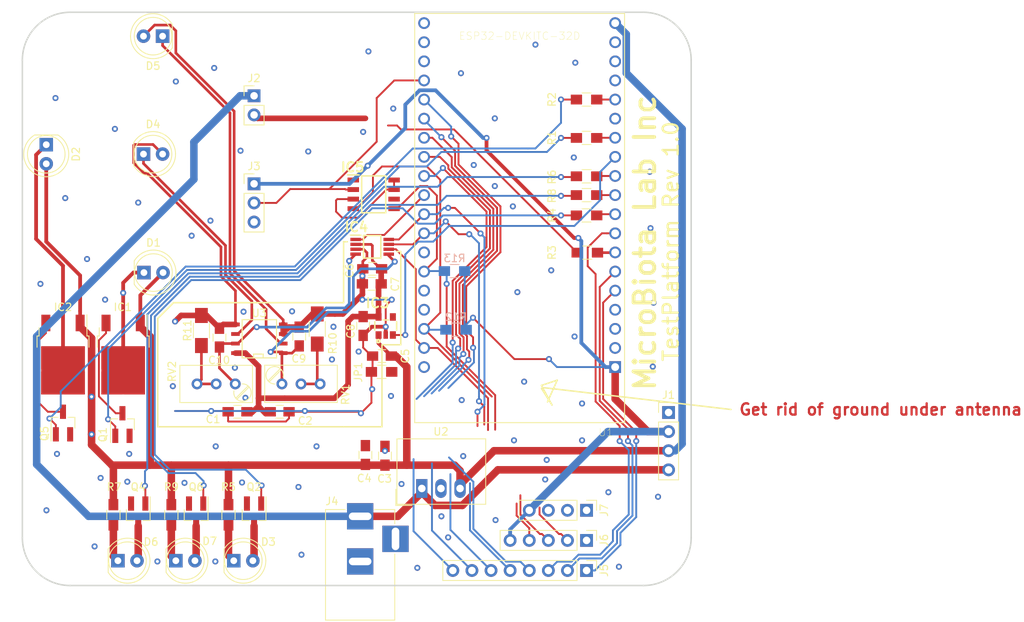
<source format=kicad_pcb>
(kicad_pcb (version 20171130) (host pcbnew "(5.0.0)")

  (general
    (thickness 1.6)
    (drawings 40)
    (tracks 707)
    (zones 0)
    (modules 61)
    (nets 52)
  )

  (page A4)
  (layers
    (0 F.Cu signal)
    (31 B.Cu signal)
    (32 B.Adhes user)
    (33 F.Adhes user)
    (34 B.Paste user)
    (35 F.Paste user)
    (36 B.SilkS user)
    (37 F.SilkS user)
    (38 B.Mask user)
    (39 F.Mask user)
    (40 Dwgs.User user)
    (41 Cmts.User user)
    (42 Eco1.User user)
    (43 Eco2.User user)
    (44 Edge.Cuts user)
    (45 Margin user)
    (46 B.CrtYd user)
    (47 F.CrtYd user)
    (48 B.Fab user)
    (49 F.Fab user)
  )

  (setup
    (last_trace_width 0.25)
    (user_trace_width 0.16)
    (user_trace_width 0.2)
    (user_trace_width 0.35)
    (user_trace_width 0.5)
    (user_trace_width 0.75)
    (user_trace_width 1)
    (trace_clearance 0.2)
    (zone_clearance 0.508)
    (zone_45_only no)
    (trace_min 0.1524)
    (segment_width 0.2)
    (edge_width 0.2)
    (via_size 0.8)
    (via_drill 0.4)
    (via_min_size 0.4)
    (via_min_drill 0.3)
    (blind_buried_vias_allowed yes)
    (uvia_size 0.3)
    (uvia_drill 0.1)
    (uvias_allowed no)
    (uvia_min_size 0.2)
    (uvia_min_drill 0.1)
    (pcb_text_width 0.3)
    (pcb_text_size 1.5 1.5)
    (mod_edge_width 0.15)
    (mod_text_size 1 1)
    (mod_text_width 0.15)
    (pad_size 0.45 1.4)
    (pad_drill 0)
    (pad_to_mask_clearance 0.2)
    (aux_axis_origin 0 0)
    (visible_elements 7FFFFFFF)
    (pcbplotparams
      (layerselection 0x010fc_ffffffff)
      (usegerberextensions true)
      (usegerberattributes false)
      (usegerberadvancedattributes false)
      (creategerberjobfile false)
      (excludeedgelayer true)
      (linewidth 0.100000)
      (plotframeref false)
      (viasonmask false)
      (mode 1)
      (useauxorigin false)
      (hpglpennumber 1)
      (hpglpenspeed 20)
      (hpglpendiameter 15.000000)
      (psnegative false)
      (psa4output false)
      (plotreference true)
      (plotvalue true)
      (plotinvisibletext false)
      (padsonsilk false)
      (subtractmaskfromsilk false)
      (outputformat 1)
      (mirror false)
      (drillshape 0)
      (scaleselection 1)
      (outputdirectory ""))
  )

  (net 0 "")
  (net 1 GNDA)
  (net 2 +3.3VA)
  (net 3 +5V)
  (net 4 GND)
  (net 5 /LMC6482/Aout)
  (net 6 /LMC6482/Bout)
  (net 7 "Net-(D3-Pad2)")
  (net 8 "Net-(D3-Pad1)")
  (net 9 /LMC6482/B-)
  (net 10 /LMC6482/A-)
  (net 11 "Net-(D6-Pad2)")
  (net 12 "Net-(D6-Pad1)")
  (net 13 "Net-(D7-Pad1)")
  (net 14 "Net-(D7-Pad2)")
  (net 15 CTRL_3V3A)
  (net 16 SPI_CS_ADC)
  (net 17 SPI_Din)
  (net 18 SPI_Dout)
  (net 19 SPI_SCL)
  (net 20 +3V3)
  (net 21 TEMP1W)
  (net 22 I2C_SCL)
  (net 23 I2C_SDA)
  (net 24 +12V)
  (net 25 Heater-)
  (net 26 IO0)
  (net 27 IO2)
  (net 28 IO4)
  (net 29 IO16)
  (net 30 IO17)
  (net 31 IO33)
  (net 32 I34)
  (net 33 I35)
  (net 34 CTRL_D1)
  (net 35 CTRL_D2)
  (net 36 CTRL_Heater)
  (net 37 LED_G)
  (net 38 LED_R)
  (net 39 LED_Y)
  (net 40 "Net-(R10-Pad1)")
  (net 41 "Net-(R11-Pad1)")
  (net 42 "Net-(D1-Pad1)")
  (net 43 "Net-(D2-Pad1)")
  (net 44 "Net-(IC1-Pad3)")
  (net 45 "Net-(IC2-Pad3)")
  (net 46 "Net-(Q1-Pad1)")
  (net 47 "Net-(Q2-Pad1)")
  (net 48 "Net-(Q3-Pad1)")
  (net 49 "Net-(Q4-Pad1)")
  (net 50 "Net-(Q5-Pad1)")
  (net 51 "Net-(Q6-Pad1)")

  (net_class Default "This is the default net class."
    (clearance 0.2)
    (trace_width 0.25)
    (via_dia 0.8)
    (via_drill 0.4)
    (uvia_dia 0.3)
    (uvia_drill 0.1)
    (add_net +12V)
    (add_net +3.3VA)
    (add_net +3V3)
    (add_net +5V)
    (add_net /LMC6482/A-)
    (add_net /LMC6482/Aout)
    (add_net /LMC6482/B-)
    (add_net /LMC6482/Bout)
    (add_net CTRL_3V3A)
    (add_net CTRL_D1)
    (add_net CTRL_D2)
    (add_net CTRL_Heater)
    (add_net GND)
    (add_net GNDA)
    (add_net Heater-)
    (add_net I2C_SCL)
    (add_net I2C_SDA)
    (add_net I34)
    (add_net I35)
    (add_net IO0)
    (add_net IO16)
    (add_net IO17)
    (add_net IO2)
    (add_net IO33)
    (add_net IO4)
    (add_net LED_G)
    (add_net LED_R)
    (add_net LED_Y)
    (add_net "Net-(D1-Pad1)")
    (add_net "Net-(D2-Pad1)")
    (add_net "Net-(D3-Pad1)")
    (add_net "Net-(D3-Pad2)")
    (add_net "Net-(D6-Pad1)")
    (add_net "Net-(D6-Pad2)")
    (add_net "Net-(D7-Pad1)")
    (add_net "Net-(D7-Pad2)")
    (add_net "Net-(IC1-Pad3)")
    (add_net "Net-(IC2-Pad3)")
    (add_net "Net-(Q1-Pad1)")
    (add_net "Net-(Q2-Pad1)")
    (add_net "Net-(Q3-Pad1)")
    (add_net "Net-(Q4-Pad1)")
    (add_net "Net-(Q5-Pad1)")
    (add_net "Net-(Q6-Pad1)")
    (add_net "Net-(R10-Pad1)")
    (add_net "Net-(R11-Pad1)")
    (add_net SPI_CS_ADC)
    (add_net SPI_Din)
    (add_net SPI_Dout)
    (add_net SPI_SCL)
    (add_net TEMP1W)
  )

  (module Converters_DCDC_ACDC:DCDC-Conv_RECOM_R-78E-0.5 (layer F.Cu) (tedit 5C23E6BC) (tstamp 5C085DCC)
    (at 53.1 63.3)
    (descr "DCDC-Converter, RECOM, 500mA, https://www.recom-power.com/pdf/Innoline/R-78Exx-0.5.pdf")
    (tags "dc-dc recom buck sip3")
    (path /5C00F447)
    (fp_text reference U2 (at 2.54 -7.55) (layer F.SilkS)
      (effects (font (size 1 1) (thickness 0.15)))
    )
    (fp_text value R-78E5.0-1.0 (at 2 3.5) (layer F.Fab)
      (effects (font (size 1 1) (thickness 0.15)))
    )
    (fp_text user %R (at 2.5 -3) (layer F.Fab)
      (effects (font (size 1 1) (thickness 0.15)))
    )
    (fp_line (start 8.64 -6.75) (end -3.46 -6.75) (layer F.CrtYd) (width 0.05))
    (fp_line (start 8.64 2.25) (end 8.64 -6.75) (layer F.CrtYd) (width 0.05))
    (fp_line (start -3.46 2.25) (end 8.64 2.25) (layer F.CrtYd) (width 0.05))
    (fp_line (start -3.46 -6.75) (end -3.46 2.25) (layer F.CrtYd) (width 0.05))
    (fp_line (start 8.49 -6.6) (end -3.31 -6.6) (layer F.SilkS) (width 0.12))
    (fp_line (start 8.49 2.1) (end 8.49 -6.6) (layer F.SilkS) (width 0.12))
    (fp_line (start -3.31 2.1) (end 8.49 2.1) (layer F.SilkS) (width 0.12))
    (fp_line (start -3.31 -6.6) (end -3.31 2.1) (layer F.SilkS) (width 0.12))
    (fp_line (start -3.46 2.25) (end -1.31 2.25) (layer F.SilkS) (width 0.12))
    (fp_line (start -3.46 0.1) (end -3.46 2.25) (layer F.SilkS) (width 0.12))
    (fp_line (start -2.21 2) (end 8.39 2) (layer F.Fab) (width 0.1))
    (fp_line (start -3.21 1) (end -2.21 2) (layer F.Fab) (width 0.1))
    (fp_line (start -3.21 -6.5) (end -3.21 1) (layer F.Fab) (width 0.1))
    (fp_line (start 8.39 -6.5) (end -3.21 -6.5) (layer F.Fab) (width 0.1))
    (fp_line (start 8.39 2) (end 8.39 -6.5) (layer F.Fab) (width 0.1))
    (pad 3 thru_hole oval (at 5.08 0) (size 1.5 2.5) (drill 1) (layers *.Cu *.Mask)
      (net 3 +5V))
    (pad 2 thru_hole oval (at 2.54 0) (size 1.5 2.5) (drill 1) (layers *.Cu *.Mask)
      (net 4 GND))
    (pad 1 thru_hole rect (at 0 0) (size 1.5 2.5) (drill 1) (layers *.Cu *.Mask)
      (net 24 +12V))
    (model ${KISYS3DMOD}/Converters_DCDC_ACDC.3dshapes/DCDC-Conv_RECOM_R-78E-0.5.wrl
      (at (xyz 0 0 0))
      (scale (xyz 1 1 1))
      (rotate (xyz 0 0 0))
    )
  )

  (module Resistors_SMD:R_0805_HandSoldering (layer F.Cu) (tedit 58E0A804) (tstamp 5C084AF4)
    (at 75 27 180)
    (descr "Resistor SMD 0805, hand soldering")
    (tags "resistor 0805")
    (path /5C050D98)
    (attr smd)
    (fp_text reference R4 (at 4.6 0 270) (layer F.SilkS)
      (effects (font (size 1 1) (thickness 0.15)))
    )
    (fp_text value 1k (at 0 1.75 180) (layer F.Fab)
      (effects (font (size 1 1) (thickness 0.15)))
    )
    (fp_text user %R (at 0 0 180) (layer F.Fab)
      (effects (font (size 0.5 0.5) (thickness 0.075)))
    )
    (fp_line (start -1 0.62) (end -1 -0.62) (layer F.Fab) (width 0.1))
    (fp_line (start 1 0.62) (end -1 0.62) (layer F.Fab) (width 0.1))
    (fp_line (start 1 -0.62) (end 1 0.62) (layer F.Fab) (width 0.1))
    (fp_line (start -1 -0.62) (end 1 -0.62) (layer F.Fab) (width 0.1))
    (fp_line (start 0.6 0.88) (end -0.6 0.88) (layer F.SilkS) (width 0.12))
    (fp_line (start -0.6 -0.88) (end 0.6 -0.88) (layer F.SilkS) (width 0.12))
    (fp_line (start -2.35 -0.9) (end 2.35 -0.9) (layer F.CrtYd) (width 0.05))
    (fp_line (start -2.35 -0.9) (end -2.35 0.9) (layer F.CrtYd) (width 0.05))
    (fp_line (start 2.35 0.9) (end 2.35 -0.9) (layer F.CrtYd) (width 0.05))
    (fp_line (start 2.35 0.9) (end -2.35 0.9) (layer F.CrtYd) (width 0.05))
    (pad 1 smd rect (at -1.35 0 180) (size 1.5 1.3) (layers F.Cu F.Paste F.Mask)
      (net 37 LED_G))
    (pad 2 smd rect (at 1.35 0 180) (size 1.5 1.3) (layers F.Cu F.Paste F.Mask)
      (net 47 "Net-(Q2-Pad1)"))
    (model ${KISYS3DMOD}/Resistors_SMD.3dshapes/R_0805.wrl
      (at (xyz 0 0 0))
      (scale (xyz 1 1 1))
      (rotate (xyz 0 0 0))
    )
  )

  (module TO_SOT_Packages_SMD:SOT-23_Handsoldering (layer F.Cu) (tedit 58CE4E7E) (tstamp 5C083406)
    (at 13.3 54.8 90)
    (descr "SOT-23, Handsoldering")
    (tags SOT-23)
    (path /5C030FA0)
    (attr smd)
    (fp_text reference Q1 (at -1.35 -2.6 90) (layer F.SilkS)
      (effects (font (size 1 1) (thickness 0.15)))
    )
    (fp_text value DMN3404 (at 0 2.5 90) (layer F.Fab)
      (effects (font (size 1 1) (thickness 0.15)))
    )
    (fp_text user %R (at 0 0 180) (layer F.Fab)
      (effects (font (size 0.5 0.5) (thickness 0.075)))
    )
    (fp_line (start 0.76 1.58) (end 0.76 0.65) (layer F.SilkS) (width 0.12))
    (fp_line (start 0.76 -1.58) (end 0.76 -0.65) (layer F.SilkS) (width 0.12))
    (fp_line (start -2.7 -1.75) (end 2.7 -1.75) (layer F.CrtYd) (width 0.05))
    (fp_line (start 2.7 -1.75) (end 2.7 1.75) (layer F.CrtYd) (width 0.05))
    (fp_line (start 2.7 1.75) (end -2.7 1.75) (layer F.CrtYd) (width 0.05))
    (fp_line (start -2.7 1.75) (end -2.7 -1.75) (layer F.CrtYd) (width 0.05))
    (fp_line (start 0.76 -1.58) (end -2.4 -1.58) (layer F.SilkS) (width 0.12))
    (fp_line (start -0.7 -0.95) (end -0.7 1.5) (layer F.Fab) (width 0.1))
    (fp_line (start -0.15 -1.52) (end 0.7 -1.52) (layer F.Fab) (width 0.1))
    (fp_line (start -0.7 -0.95) (end -0.15 -1.52) (layer F.Fab) (width 0.1))
    (fp_line (start 0.7 -1.52) (end 0.7 1.52) (layer F.Fab) (width 0.1))
    (fp_line (start -0.7 1.52) (end 0.7 1.52) (layer F.Fab) (width 0.1))
    (fp_line (start 0.76 1.58) (end -0.7 1.58) (layer F.SilkS) (width 0.12))
    (pad 1 smd rect (at -1.5 -0.95 90) (size 1.9 0.8) (layers F.Cu F.Paste F.Mask)
      (net 46 "Net-(Q1-Pad1)"))
    (pad 2 smd rect (at -1.5 0.95 90) (size 1.9 0.8) (layers F.Cu F.Paste F.Mask)
      (net 4 GND))
    (pad 3 smd rect (at 1.5 0 90) (size 1.9 0.8) (layers F.Cu F.Paste F.Mask)
      (net 44 "Net-(IC1-Pad3)"))
    (model ${KISYS3DMOD}/TO_SOT_Packages_SMD.3dshapes\SOT-23.wrl
      (at (xyz 0 0 0))
      (scale (xyz 1 1 1))
      (rotate (xyz 0 0 0))
    )
  )

  (module ESP32-DEVKITC-32D:MODULE_ESP32-DEVKITC-32D (layer F.Cu) (tedit 0) (tstamp 5C08254A)
    (at 66.1 27.4 180)
    (path /5C00F328)
    (fp_text reference U1 (at -11.4644 -28.446 180) (layer F.SilkS)
      (effects (font (size 1.00039 1.00039) (thickness 0.05)))
    )
    (fp_text value ESP32-DEVKITC-32D (at 0 24.25 180) (layer F.SilkS)
      (effects (font (size 1.00105 1.00105) (thickness 0.05)))
    )
    (fp_circle (center -14.6 -19.9) (end -14.46 -19.9) (layer Dwgs.User) (width 0.28))
    (fp_circle (center -14.6 -19.9) (end -14.46 -19.9) (layer Dwgs.User) (width 0.28))
    (fp_line (start -14.2 27.5) (end -14.2 -27.4) (layer Eco1.User) (width 0.05))
    (fp_line (start 14.2 27.5) (end -14.2 27.5) (layer Eco1.User) (width 0.05))
    (fp_line (start 14.2 -27.4) (end 14.2 27.5) (layer Eco1.User) (width 0.05))
    (fp_line (start -14.2 -27.4) (end 14.2 -27.4) (layer Eco1.User) (width 0.05))
    (fp_line (start 13.95 27.25) (end -13.95 27.25) (layer F.SilkS) (width 0.127))
    (fp_line (start 13.95 -27.15) (end 13.95 27.25) (layer F.SilkS) (width 0.127))
    (fp_line (start -13.95 -27.15) (end 13.95 -27.15) (layer F.SilkS) (width 0.127))
    (fp_line (start -13.95 27.25) (end -13.95 -27.15) (layer F.SilkS) (width 0.127))
    (fp_line (start -13.95 27.25) (end -13.95 -27.15) (layer Dwgs.User) (width 0.127))
    (fp_line (start 13.95 27.25) (end -13.95 27.25) (layer Dwgs.User) (width 0.127))
    (fp_line (start 13.95 -27.15) (end 13.95 27.25) (layer Dwgs.User) (width 0.127))
    (fp_line (start -13.95 -27.15) (end 13.95 -27.15) (layer Dwgs.User) (width 0.127))
    (pad 38 thru_hole circle (at 12.7 25.96 180) (size 1.56 1.56) (drill 1.04) (layers *.Cu *.Mask))
    (pad 37 thru_hole circle (at 12.7 23.42 180) (size 1.56 1.56) (drill 1.04) (layers *.Cu *.Mask))
    (pad 36 thru_hole circle (at 12.7 20.88 180) (size 1.56 1.56) (drill 1.04) (layers *.Cu *.Mask))
    (pad 35 thru_hole circle (at 12.7 18.34 180) (size 1.56 1.56) (drill 1.04) (layers *.Cu *.Mask)
      (net 21 TEMP1W))
    (pad 34 thru_hole circle (at 12.7 15.8 180) (size 1.56 1.56) (drill 1.04) (layers *.Cu *.Mask)
      (net 27 IO2))
    (pad 33 thru_hole circle (at 12.7 13.26 180) (size 1.56 1.56) (drill 1.04) (layers *.Cu *.Mask)
      (net 26 IO0))
    (pad 32 thru_hole circle (at 12.7 10.72 180) (size 1.56 1.56) (drill 1.04) (layers *.Cu *.Mask)
      (net 28 IO4))
    (pad 31 thru_hole circle (at 12.7 8.18 180) (size 1.56 1.56) (drill 1.04) (layers *.Cu *.Mask)
      (net 29 IO16))
    (pad 30 thru_hole circle (at 12.7 5.64 180) (size 1.56 1.56) (drill 1.04) (layers *.Cu *.Mask)
      (net 30 IO17))
    (pad 29 thru_hole circle (at 12.7 3.1 180) (size 1.56 1.56) (drill 1.04) (layers *.Cu *.Mask)
      (net 16 SPI_CS_ADC))
    (pad 28 thru_hole circle (at 12.7 0.56 180) (size 1.56 1.56) (drill 1.04) (layers *.Cu *.Mask)
      (net 19 SPI_SCL))
    (pad 27 thru_hole circle (at 12.7 -1.98 180) (size 1.56 1.56) (drill 1.04) (layers *.Cu *.Mask)
      (net 18 SPI_Dout))
    (pad 26 thru_hole circle (at 12.7 -4.52 180) (size 1.56 1.56) (drill 1.04) (layers *.Cu *.Mask)
      (net 4 GND))
    (pad 25 thru_hole circle (at 12.7 -7.06 180) (size 1.56 1.56) (drill 1.04) (layers *.Cu *.Mask)
      (net 23 I2C_SDA))
    (pad 24 thru_hole circle (at 12.7 -9.6 180) (size 1.56 1.56) (drill 1.04) (layers *.Cu *.Mask))
    (pad 23 thru_hole circle (at 12.7 -12.14 180) (size 1.56 1.56) (drill 1.04) (layers *.Cu *.Mask))
    (pad 22 thru_hole circle (at 12.7 -14.68 180) (size 1.56 1.56) (drill 1.04) (layers *.Cu *.Mask)
      (net 22 I2C_SCL))
    (pad 21 thru_hole circle (at 12.7 -17.22 180) (size 1.56 1.56) (drill 1.04) (layers *.Cu *.Mask)
      (net 17 SPI_Din))
    (pad 20 thru_hole circle (at 12.7 -19.76 180) (size 1.56 1.56) (drill 1.04) (layers *.Cu *.Mask)
      (net 4 GND))
    (pad 18 thru_hole circle (at -12.7 23.42 180) (size 1.56 1.56) (drill 1.04) (layers *.Cu *.Mask))
    (pad 17 thru_hole circle (at -12.7 20.88 180) (size 1.56 1.56) (drill 1.04) (layers *.Cu *.Mask))
    (pad 16 thru_hole circle (at -12.7 18.34 180) (size 1.56 1.56) (drill 1.04) (layers *.Cu *.Mask))
    (pad 15 thru_hole circle (at -12.7 15.8 180) (size 1.56 1.56) (drill 1.04) (layers *.Cu *.Mask)
      (net 35 CTRL_D2))
    (pad 14 thru_hole circle (at -12.7 13.26 180) (size 1.56 1.56) (drill 1.04) (layers *.Cu *.Mask)
      (net 4 GND))
    (pad 13 thru_hole circle (at -12.7 10.72 180) (size 1.56 1.56) (drill 1.04) (layers *.Cu *.Mask)
      (net 34 CTRL_D1))
    (pad 12 thru_hole circle (at -12.7 8.18 180) (size 1.56 1.56) (drill 1.04) (layers *.Cu *.Mask)
      (net 15 CTRL_3V3A))
    (pad 11 thru_hole circle (at -12.7 5.64 180) (size 1.56 1.56) (drill 1.04) (layers *.Cu *.Mask)
      (net 38 LED_R))
    (pad 10 thru_hole circle (at -12.7 3.1 180) (size 1.56 1.56) (drill 1.04) (layers *.Cu *.Mask)
      (net 39 LED_Y))
    (pad 9 thru_hole circle (at -12.7 0.56 180) (size 1.56 1.56) (drill 1.04) (layers *.Cu *.Mask)
      (net 37 LED_G))
    (pad 8 thru_hole circle (at -12.7 -1.98 180) (size 1.56 1.56) (drill 1.04) (layers *.Cu *.Mask)
      (net 31 IO33))
    (pad 7 thru_hole circle (at -12.7 -4.52 180) (size 1.56 1.56) (drill 1.04) (layers *.Cu *.Mask)
      (net 36 CTRL_Heater))
    (pad 6 thru_hole circle (at -12.7 -7.06 180) (size 1.56 1.56) (drill 1.04) (layers *.Cu *.Mask)
      (net 33 I35))
    (pad 5 thru_hole circle (at -12.7 -9.6 180) (size 1.56 1.56) (drill 1.04) (layers *.Cu *.Mask)
      (net 32 I34))
    (pad 4 thru_hole circle (at -12.7 -12.14 180) (size 1.56 1.56) (drill 1.04) (layers *.Cu *.Mask))
    (pad 3 thru_hole circle (at -12.7 -14.68 180) (size 1.56 1.56) (drill 1.04) (layers *.Cu *.Mask))
    (pad 19 thru_hole circle (at -12.7 25.96 180) (size 1.56 1.56) (drill 1.04) (layers *.Cu *.Mask)
      (net 3 +5V))
    (pad 2 thru_hole circle (at -12.7 -17.22 180) (size 1.56 1.56) (drill 1.04) (layers *.Cu *.Mask))
    (pad 1 thru_hole rect (at -12.7 -19.76 180) (size 1.56 1.56) (drill 1.04) (layers *.Cu *.Mask)
      (net 20 +3V3))
  )

  (module Capacitors_SMD:C_0805_HandSoldering (layer F.Cu) (tedit 58AA84A8) (tstamp 5C084E1C)
    (at 36.8 43.1 90)
    (descr "Capacitor SMD 0805, hand soldering")
    (tags "capacitor 0805")
    (path /5C00F5BD/5C010550)
    (attr smd)
    (fp_text reference C9 (at -2.95 -0.05 180) (layer F.SilkS)
      (effects (font (size 1 1) (thickness 0.15)))
    )
    (fp_text value 100pF (at 0 1.75 90) (layer F.Fab)
      (effects (font (size 1 1) (thickness 0.15)))
    )
    (fp_text user %R (at 0 -1.75 90) (layer F.Fab)
      (effects (font (size 1 1) (thickness 0.15)))
    )
    (fp_line (start -1 0.62) (end -1 -0.62) (layer F.Fab) (width 0.1))
    (fp_line (start 1 0.62) (end -1 0.62) (layer F.Fab) (width 0.1))
    (fp_line (start 1 -0.62) (end 1 0.62) (layer F.Fab) (width 0.1))
    (fp_line (start -1 -0.62) (end 1 -0.62) (layer F.Fab) (width 0.1))
    (fp_line (start 0.5 -0.85) (end -0.5 -0.85) (layer F.SilkS) (width 0.12))
    (fp_line (start -0.5 0.85) (end 0.5 0.85) (layer F.SilkS) (width 0.12))
    (fp_line (start -2.25 -0.88) (end 2.25 -0.88) (layer F.CrtYd) (width 0.05))
    (fp_line (start -2.25 -0.88) (end -2.25 0.87) (layer F.CrtYd) (width 0.05))
    (fp_line (start 2.25 0.87) (end 2.25 -0.88) (layer F.CrtYd) (width 0.05))
    (fp_line (start 2.25 0.87) (end -2.25 0.87) (layer F.CrtYd) (width 0.05))
    (pad 1 smd rect (at -1.25 0 90) (size 1.5 1.25) (layers F.Cu F.Paste F.Mask)
      (net 5 /LMC6482/Aout))
    (pad 2 smd rect (at 1.25 0 90) (size 1.5 1.25) (layers F.Cu F.Paste F.Mask)
      (net 1 GNDA))
    (model Capacitors_SMD.3dshapes/C_0805.wrl
      (at (xyz 0 0 0))
      (scale (xyz 1 1 1))
      (rotate (xyz 0 0 0))
    )
  )

  (module Capacitors_SMD:C_0805_HandSoldering (layer F.Cu) (tedit 58AA84A8) (tstamp 5C084DEC)
    (at 26.2 43.25 90)
    (descr "Capacitor SMD 0805, hand soldering")
    (tags "capacitor 0805")
    (path /5C00F5BD/5C010A16)
    (attr smd)
    (fp_text reference C10 (at -3 -0.05 180) (layer F.SilkS)
      (effects (font (size 1 1) (thickness 0.15)))
    )
    (fp_text value 100pF (at 0 1.75 90) (layer F.Fab)
      (effects (font (size 1 1) (thickness 0.15)))
    )
    (fp_line (start 2.25 0.87) (end -2.25 0.87) (layer F.CrtYd) (width 0.05))
    (fp_line (start 2.25 0.87) (end 2.25 -0.88) (layer F.CrtYd) (width 0.05))
    (fp_line (start -2.25 -0.88) (end -2.25 0.87) (layer F.CrtYd) (width 0.05))
    (fp_line (start -2.25 -0.88) (end 2.25 -0.88) (layer F.CrtYd) (width 0.05))
    (fp_line (start -0.5 0.85) (end 0.5 0.85) (layer F.SilkS) (width 0.12))
    (fp_line (start 0.5 -0.85) (end -0.5 -0.85) (layer F.SilkS) (width 0.12))
    (fp_line (start -1 -0.62) (end 1 -0.62) (layer F.Fab) (width 0.1))
    (fp_line (start 1 -0.62) (end 1 0.62) (layer F.Fab) (width 0.1))
    (fp_line (start 1 0.62) (end -1 0.62) (layer F.Fab) (width 0.1))
    (fp_line (start -1 0.62) (end -1 -0.62) (layer F.Fab) (width 0.1))
    (fp_text user %R (at 0 -1.75 90) (layer F.Fab)
      (effects (font (size 1 1) (thickness 0.15)))
    )
    (pad 2 smd rect (at 1.25 0 90) (size 1.5 1.25) (layers F.Cu F.Paste F.Mask)
      (net 1 GNDA))
    (pad 1 smd rect (at -1.25 0 90) (size 1.5 1.25) (layers F.Cu F.Paste F.Mask)
      (net 6 /LMC6482/Bout))
    (model Capacitors_SMD.3dshapes/C_0805.wrl
      (at (xyz 0 0 0))
      (scale (xyz 1 1 1))
      (rotate (xyz 0 0 0))
    )
  )

  (module Resistors_SMD:R_0805_HandSoldering (layer F.Cu) (tedit 58E0A804) (tstamp 5C084934)
    (at 75 16.7)
    (descr "Resistor SMD 0805, hand soldering")
    (tags "resistor 0805")
    (path /5C041A3B)
    (attr smd)
    (fp_text reference R1 (at -4.6 0 90) (layer F.SilkS)
      (effects (font (size 1 1) (thickness 0.15)))
    )
    (fp_text value 1k (at 0 1.75) (layer F.Fab)
      (effects (font (size 1 1) (thickness 0.15)))
    )
    (fp_line (start 2.35 0.9) (end -2.35 0.9) (layer F.CrtYd) (width 0.05))
    (fp_line (start 2.35 0.9) (end 2.35 -0.9) (layer F.CrtYd) (width 0.05))
    (fp_line (start -2.35 -0.9) (end -2.35 0.9) (layer F.CrtYd) (width 0.05))
    (fp_line (start -2.35 -0.9) (end 2.35 -0.9) (layer F.CrtYd) (width 0.05))
    (fp_line (start -0.6 -0.88) (end 0.6 -0.88) (layer F.SilkS) (width 0.12))
    (fp_line (start 0.6 0.88) (end -0.6 0.88) (layer F.SilkS) (width 0.12))
    (fp_line (start -1 -0.62) (end 1 -0.62) (layer F.Fab) (width 0.1))
    (fp_line (start 1 -0.62) (end 1 0.62) (layer F.Fab) (width 0.1))
    (fp_line (start 1 0.62) (end -1 0.62) (layer F.Fab) (width 0.1))
    (fp_line (start -1 0.62) (end -1 -0.62) (layer F.Fab) (width 0.1))
    (fp_text user %R (at 0 0) (layer F.Fab)
      (effects (font (size 0.5 0.5) (thickness 0.075)))
    )
    (pad 2 smd rect (at 1.35 0) (size 1.5 1.3) (layers F.Cu F.Paste F.Mask)
      (net 34 CTRL_D1))
    (pad 1 smd rect (at -1.35 0) (size 1.5 1.3) (layers F.Cu F.Paste F.Mask)
      (net 46 "Net-(Q1-Pad1)"))
    (model ${KISYS3DMOD}/Resistors_SMD.3dshapes/R_0805.wrl
      (at (xyz 0 0 0))
      (scale (xyz 1 1 1))
      (rotate (xyz 0 0 0))
    )
  )

  (module Resistors_SMD:R_0805_HandSoldering (layer F.Cu) (tedit 58E0A804) (tstamp 5C086889)
    (at 27.4 66.8 90)
    (descr "Resistor SMD 0805, hand soldering")
    (tags "resistor 0805")
    (path /5C04571C)
    (attr smd)
    (fp_text reference R5 (at 3.7 0 180) (layer F.SilkS)
      (effects (font (size 1 1) (thickness 0.15)))
    )
    (fp_text value 1k (at 0 1.75 90) (layer F.Fab)
      (effects (font (size 1 1) (thickness 0.15)))
    )
    (fp_text user %R (at 0 0 90) (layer F.Fab)
      (effects (font (size 0.5 0.5) (thickness 0.075)))
    )
    (fp_line (start -1 0.62) (end -1 -0.62) (layer F.Fab) (width 0.1))
    (fp_line (start 1 0.62) (end -1 0.62) (layer F.Fab) (width 0.1))
    (fp_line (start 1 -0.62) (end 1 0.62) (layer F.Fab) (width 0.1))
    (fp_line (start -1 -0.62) (end 1 -0.62) (layer F.Fab) (width 0.1))
    (fp_line (start 0.6 0.88) (end -0.6 0.88) (layer F.SilkS) (width 0.12))
    (fp_line (start -0.6 -0.88) (end 0.6 -0.88) (layer F.SilkS) (width 0.12))
    (fp_line (start -2.35 -0.9) (end 2.35 -0.9) (layer F.CrtYd) (width 0.05))
    (fp_line (start -2.35 -0.9) (end -2.35 0.9) (layer F.CrtYd) (width 0.05))
    (fp_line (start 2.35 0.9) (end 2.35 -0.9) (layer F.CrtYd) (width 0.05))
    (fp_line (start 2.35 0.9) (end -2.35 0.9) (layer F.CrtYd) (width 0.05))
    (pad 1 smd rect (at -1.35 0 90) (size 1.5 1.3) (layers F.Cu F.Paste F.Mask)
      (net 8 "Net-(D3-Pad1)"))
    (pad 2 smd rect (at 1.35 0 90) (size 1.5 1.3) (layers F.Cu F.Paste F.Mask)
      (net 3 +5V))
    (model ${KISYS3DMOD}/Resistors_SMD.3dshapes/R_0805.wrl
      (at (xyz 0 0 0))
      (scale (xyz 1 1 1))
      (rotate (xyz 0 0 0))
    )
  )

  (module Resistors_SMD:R_0805_HandSoldering (layer F.Cu) (tedit 58E0A804) (tstamp 5C084A14)
    (at 75 21.8 180)
    (descr "Resistor SMD 0805, hand soldering")
    (tags "resistor 0805")
    (path /5C05293E)
    (attr smd)
    (fp_text reference R6 (at 4.6 -0.1 270) (layer F.SilkS)
      (effects (font (size 1 1) (thickness 0.15)))
    )
    (fp_text value 1k (at 0 1.75 180) (layer F.Fab)
      (effects (font (size 1 1) (thickness 0.15)))
    )
    (fp_line (start 2.35 0.9) (end -2.35 0.9) (layer F.CrtYd) (width 0.05))
    (fp_line (start 2.35 0.9) (end 2.35 -0.9) (layer F.CrtYd) (width 0.05))
    (fp_line (start -2.35 -0.9) (end -2.35 0.9) (layer F.CrtYd) (width 0.05))
    (fp_line (start -2.35 -0.9) (end 2.35 -0.9) (layer F.CrtYd) (width 0.05))
    (fp_line (start -0.6 -0.88) (end 0.6 -0.88) (layer F.SilkS) (width 0.12))
    (fp_line (start 0.6 0.88) (end -0.6 0.88) (layer F.SilkS) (width 0.12))
    (fp_line (start -1 -0.62) (end 1 -0.62) (layer F.Fab) (width 0.1))
    (fp_line (start 1 -0.62) (end 1 0.62) (layer F.Fab) (width 0.1))
    (fp_line (start 1 0.62) (end -1 0.62) (layer F.Fab) (width 0.1))
    (fp_line (start -1 0.62) (end -1 -0.62) (layer F.Fab) (width 0.1))
    (fp_text user %R (at 0 0 180) (layer F.Fab)
      (effects (font (size 0.5 0.5) (thickness 0.075)))
    )
    (pad 2 smd rect (at 1.35 0 180) (size 1.5 1.3) (layers F.Cu F.Paste F.Mask)
      (net 49 "Net-(Q4-Pad1)"))
    (pad 1 smd rect (at -1.35 0 180) (size 1.5 1.3) (layers F.Cu F.Paste F.Mask)
      (net 38 LED_R))
    (model ${KISYS3DMOD}/Resistors_SMD.3dshapes/R_0805.wrl
      (at (xyz 0 0 0))
      (scale (xyz 1 1 1))
      (rotate (xyz 0 0 0))
    )
  )

  (module Resistors_SMD:R_0805_HandSoldering (layer F.Cu) (tedit 58E0A804) (tstamp 5C084634)
    (at 75 11.6)
    (descr "Resistor SMD 0805, hand soldering")
    (tags "resistor 0805")
    (path /5C05CBB6)
    (attr smd)
    (fp_text reference R2 (at -4.6 0 90) (layer F.SilkS)
      (effects (font (size 1 1) (thickness 0.15)))
    )
    (fp_text value 1k (at 0 1.75) (layer F.Fab)
      (effects (font (size 1 1) (thickness 0.15)))
    )
    (fp_line (start 2.35 0.9) (end -2.35 0.9) (layer F.CrtYd) (width 0.05))
    (fp_line (start 2.35 0.9) (end 2.35 -0.9) (layer F.CrtYd) (width 0.05))
    (fp_line (start -2.35 -0.9) (end -2.35 0.9) (layer F.CrtYd) (width 0.05))
    (fp_line (start -2.35 -0.9) (end 2.35 -0.9) (layer F.CrtYd) (width 0.05))
    (fp_line (start -0.6 -0.88) (end 0.6 -0.88) (layer F.SilkS) (width 0.12))
    (fp_line (start 0.6 0.88) (end -0.6 0.88) (layer F.SilkS) (width 0.12))
    (fp_line (start -1 -0.62) (end 1 -0.62) (layer F.Fab) (width 0.1))
    (fp_line (start 1 -0.62) (end 1 0.62) (layer F.Fab) (width 0.1))
    (fp_line (start 1 0.62) (end -1 0.62) (layer F.Fab) (width 0.1))
    (fp_line (start -1 0.62) (end -1 -0.62) (layer F.Fab) (width 0.1))
    (fp_text user %R (at 0 0) (layer F.Fab)
      (effects (font (size 0.5 0.5) (thickness 0.075)))
    )
    (pad 2 smd rect (at 1.35 0) (size 1.5 1.3) (layers F.Cu F.Paste F.Mask)
      (net 35 CTRL_D2))
    (pad 1 smd rect (at -1.35 0) (size 1.5 1.3) (layers F.Cu F.Paste F.Mask)
      (net 50 "Net-(Q5-Pad1)"))
    (model ${KISYS3DMOD}/Resistors_SMD.3dshapes/R_0805.wrl
      (at (xyz 0 0 0))
      (scale (xyz 1 1 1))
      (rotate (xyz 0 0 0))
    )
  )

  (module Resistors_SMD:R_0805_HandSoldering (layer F.Cu) (tedit 58E0A804) (tstamp 5C084BE4)
    (at 75 24.3 180)
    (descr "Resistor SMD 0805, hand soldering")
    (tags "resistor 0805")
    (path /5C05580D)
    (attr smd)
    (fp_text reference R8 (at 4.6 -0.1 270) (layer F.SilkS)
      (effects (font (size 1 1) (thickness 0.15)))
    )
    (fp_text value 1k (at 0 1.75 180) (layer F.Fab)
      (effects (font (size 1 1) (thickness 0.15)))
    )
    (fp_line (start 2.35 0.9) (end -2.35 0.9) (layer F.CrtYd) (width 0.05))
    (fp_line (start 2.35 0.9) (end 2.35 -0.9) (layer F.CrtYd) (width 0.05))
    (fp_line (start -2.35 -0.9) (end -2.35 0.9) (layer F.CrtYd) (width 0.05))
    (fp_line (start -2.35 -0.9) (end 2.35 -0.9) (layer F.CrtYd) (width 0.05))
    (fp_line (start -0.6 -0.88) (end 0.6 -0.88) (layer F.SilkS) (width 0.12))
    (fp_line (start 0.6 0.88) (end -0.6 0.88) (layer F.SilkS) (width 0.12))
    (fp_line (start -1 -0.62) (end 1 -0.62) (layer F.Fab) (width 0.1))
    (fp_line (start 1 -0.62) (end 1 0.62) (layer F.Fab) (width 0.1))
    (fp_line (start 1 0.62) (end -1 0.62) (layer F.Fab) (width 0.1))
    (fp_line (start -1 0.62) (end -1 -0.62) (layer F.Fab) (width 0.1))
    (fp_text user %R (at 0 0 180) (layer F.Fab)
      (effects (font (size 0.5 0.5) (thickness 0.075)))
    )
    (pad 2 smd rect (at 1.35 0 180) (size 1.5 1.3) (layers F.Cu F.Paste F.Mask)
      (net 51 "Net-(Q6-Pad1)"))
    (pad 1 smd rect (at -1.35 0 180) (size 1.5 1.3) (layers F.Cu F.Paste F.Mask)
      (net 39 LED_Y))
    (model ${KISYS3DMOD}/Resistors_SMD.3dshapes/R_0805.wrl
      (at (xyz 0 0 0))
      (scale (xyz 1 1 1))
      (rotate (xyz 0 0 0))
    )
  )

  (module Resistors_SMD:R_0805_HandSoldering (layer F.Cu) (tedit 58E0A804) (tstamp 5C086C0A)
    (at 12.1 66.8 90)
    (descr "Resistor SMD 0805, hand soldering")
    (tags "resistor 0805")
    (path /5C052931)
    (attr smd)
    (fp_text reference R7 (at 3.7 0.1 180) (layer F.SilkS)
      (effects (font (size 1 1) (thickness 0.15)))
    )
    (fp_text value 1k (at 0 1.75 90) (layer F.Fab)
      (effects (font (size 1 1) (thickness 0.15)))
    )
    (fp_text user %R (at 0 0 90) (layer F.Fab)
      (effects (font (size 0.5 0.5) (thickness 0.075)))
    )
    (fp_line (start -1 0.62) (end -1 -0.62) (layer F.Fab) (width 0.1))
    (fp_line (start 1 0.62) (end -1 0.62) (layer F.Fab) (width 0.1))
    (fp_line (start 1 -0.62) (end 1 0.62) (layer F.Fab) (width 0.1))
    (fp_line (start -1 -0.62) (end 1 -0.62) (layer F.Fab) (width 0.1))
    (fp_line (start 0.6 0.88) (end -0.6 0.88) (layer F.SilkS) (width 0.12))
    (fp_line (start -0.6 -0.88) (end 0.6 -0.88) (layer F.SilkS) (width 0.12))
    (fp_line (start -2.35 -0.9) (end 2.35 -0.9) (layer F.CrtYd) (width 0.05))
    (fp_line (start -2.35 -0.9) (end -2.35 0.9) (layer F.CrtYd) (width 0.05))
    (fp_line (start 2.35 0.9) (end 2.35 -0.9) (layer F.CrtYd) (width 0.05))
    (fp_line (start 2.35 0.9) (end -2.35 0.9) (layer F.CrtYd) (width 0.05))
    (pad 1 smd rect (at -1.35 0 90) (size 1.5 1.3) (layers F.Cu F.Paste F.Mask)
      (net 12 "Net-(D6-Pad1)"))
    (pad 2 smd rect (at 1.35 0 90) (size 1.5 1.3) (layers F.Cu F.Paste F.Mask)
      (net 3 +5V))
    (model ${KISYS3DMOD}/Resistors_SMD.3dshapes/R_0805.wrl
      (at (xyz 0 0 0))
      (scale (xyz 1 1 1))
      (rotate (xyz 0 0 0))
    )
  )

  (module Resistors_SMD:R_0805_HandSoldering (layer F.Cu) (tedit 58E0A804) (tstamp 5C0206F7)
    (at 75.1 31.95)
    (descr "Resistor SMD 0805, hand soldering")
    (tags "resistor 0805")
    (path /5C062256)
    (attr smd)
    (fp_text reference R3 (at -4.7 0 90) (layer F.SilkS)
      (effects (font (size 1 1) (thickness 0.15)))
    )
    (fp_text value 330 (at 0 1.75) (layer F.Fab)
      (effects (font (size 1 1) (thickness 0.15)))
    )
    (fp_line (start 2.35 0.9) (end -2.35 0.9) (layer F.CrtYd) (width 0.05))
    (fp_line (start 2.35 0.9) (end 2.35 -0.9) (layer F.CrtYd) (width 0.05))
    (fp_line (start -2.35 -0.9) (end -2.35 0.9) (layer F.CrtYd) (width 0.05))
    (fp_line (start -2.35 -0.9) (end 2.35 -0.9) (layer F.CrtYd) (width 0.05))
    (fp_line (start -0.6 -0.88) (end 0.6 -0.88) (layer F.SilkS) (width 0.12))
    (fp_line (start 0.6 0.88) (end -0.6 0.88) (layer F.SilkS) (width 0.12))
    (fp_line (start -1 -0.62) (end 1 -0.62) (layer F.Fab) (width 0.1))
    (fp_line (start 1 -0.62) (end 1 0.62) (layer F.Fab) (width 0.1))
    (fp_line (start 1 0.62) (end -1 0.62) (layer F.Fab) (width 0.1))
    (fp_line (start -1 0.62) (end -1 -0.62) (layer F.Fab) (width 0.1))
    (fp_text user %R (at 0 0) (layer F.Fab)
      (effects (font (size 0.5 0.5) (thickness 0.075)))
    )
    (pad 2 smd rect (at 1.35 0) (size 1.5 1.3) (layers F.Cu F.Paste F.Mask)
      (net 36 CTRL_Heater))
    (pad 1 smd rect (at -1.35 0) (size 1.5 1.3) (layers F.Cu F.Paste F.Mask)
      (net 48 "Net-(Q3-Pad1)"))
    (model ${KISYS3DMOD}/Resistors_SMD.3dshapes/R_0805.wrl
      (at (xyz 0 0 0))
      (scale (xyz 1 1 1))
      (rotate (xyz 0 0 0))
    )
  )

  (module ADC122S021CIMM_NOPB:SOP65P490X110-8N (layer F.Cu) (tedit 5C082BF1) (tstamp 5C0862F7)
    (at 46.5 31.175)
    (descr "DGK (S-PDSO-G8)")
    (tags "Integrated Circuit")
    (path /5C0141C6)
    (attr smd)
    (fp_text reference IC4 (at -2.1 -2.625) (layer F.SilkS)
      (effects (font (size 1.27 1.27) (thickness 0.254)))
    )
    (fp_text value ADC122S021CIMM_NOPB (at 0 0) (layer F.SilkS) hide
      (effects (font (size 1.27 1.27) (thickness 0.254)))
    )
    (fp_line (start -3.15 -1.8) (end 3.15 -1.8) (layer Dwgs.User) (width 0.05))
    (fp_line (start 3.15 -1.8) (end 3.15 1.8) (layer Dwgs.User) (width 0.05))
    (fp_line (start 3.15 1.8) (end -3.15 1.8) (layer Dwgs.User) (width 0.05))
    (fp_line (start -3.15 1.8) (end -3.15 -1.8) (layer Dwgs.User) (width 0.05))
    (fp_line (start -1.5 -1.5) (end 1.5 -1.5) (layer Dwgs.User) (width 0.1))
    (fp_line (start 1.5 -1.5) (end 1.5 1.5) (layer Dwgs.User) (width 0.1))
    (fp_line (start 1.5 1.5) (end -1.5 1.5) (layer Dwgs.User) (width 0.1))
    (fp_line (start -1.5 1.5) (end -1.5 -1.5) (layer Dwgs.User) (width 0.1))
    (fp_line (start -1.5 -0.85) (end -0.85 -1.5) (layer Dwgs.User) (width 0.1))
    (fp_line (start -1.15 -1.5) (end 1.15 -1.5) (layer F.SilkS) (width 0.2))
    (fp_line (start 1.15 -1.5) (end 1.15 1.5) (layer F.SilkS) (width 0.2))
    (fp_line (start 1.15 1.5) (end -1.15 1.5) (layer F.SilkS) (width 0.2))
    (fp_line (start -1.15 1.5) (end -1.15 -1.5) (layer F.SilkS) (width 0.2))
    (fp_line (start -2.9 -1.55) (end -1.5 -1.55) (layer F.SilkS) (width 0.2))
    (pad 1 smd rect (at -2.2 -0.975 90) (size 0.45 1.4) (layers F.Cu F.Paste F.Mask)
      (net 16 SPI_CS_ADC))
    (pad 2 smd rect (at -2.2 -0.325 90) (size 0.45 1.4) (layers F.Cu F.Paste F.Mask)
      (net 2 +3.3VA))
    (pad 3 smd rect (at -2.2 0.325 90) (size 0.45 1.4) (layers F.Cu F.Paste F.Mask)
      (net 1 GNDA))
    (pad 4 smd rect (at -2.2 0.975 90) (size 0.45 1.4) (layers F.Cu F.Paste F.Mask)
      (net 6 /LMC6482/Bout))
    (pad 5 smd rect (at 2.2 0.975 90) (size 0.45 1.4) (layers F.Cu F.Paste F.Mask)
      (net 5 /LMC6482/Aout))
    (pad 6 smd rect (at 2.2 0.325 90) (size 0.45 1.4) (layers F.Cu F.Paste F.Mask)
      (net 17 SPI_Din))
    (pad 7 smd rect (at 2.2 -0.325 90) (size 0.45 1.4) (layers F.Cu F.Paste F.Mask)
      (net 18 SPI_Dout))
    (pad 8 smd rect (at 2.2 -0.975 90) (size 0.45 1.4) (layers F.Cu F.Paste F.Mask)
      (net 19 SPI_SCL))
  )

  (module DS2482-100:SOIC127P600X175-8N (layer F.Cu) (tedit 5C01E440) (tstamp 5C08448C)
    (at 46.7 24.2)
    (descr "8L SOIC (150MIL)")
    (tags "Integrated Circuit")
    (path /5C02B6D5)
    (attr smd)
    (fp_text reference IC5 (at -2.8 -3.6) (layer F.SilkS)
      (effects (font (size 1.27 1.27) (thickness 0.254)))
    )
    (fp_text value DS2482-100 (at 0 0) (layer F.SilkS) hide
      (effects (font (size 1.27 1.27) (thickness 0.254)))
    )
    (fp_line (start -3.725 -2.75) (end 3.725 -2.75) (layer Dwgs.User) (width 0.05))
    (fp_line (start 3.725 -2.75) (end 3.725 2.75) (layer Dwgs.User) (width 0.05))
    (fp_line (start 3.725 2.75) (end -3.725 2.75) (layer Dwgs.User) (width 0.05))
    (fp_line (start -3.725 2.75) (end -3.725 -2.75) (layer Dwgs.User) (width 0.05))
    (fp_line (start -1.95 -2.45) (end 1.95 -2.45) (layer Dwgs.User) (width 0.1))
    (fp_line (start 1.95 -2.45) (end 1.95 2.45) (layer Dwgs.User) (width 0.1))
    (fp_line (start 1.95 2.45) (end -1.95 2.45) (layer Dwgs.User) (width 0.1))
    (fp_line (start -1.95 2.45) (end -1.95 -2.45) (layer Dwgs.User) (width 0.1))
    (fp_line (start -1.95 -1.18) (end -0.68 -2.45) (layer Dwgs.User) (width 0.1))
    (fp_line (start -1.6 -2.45) (end 1.6 -2.45) (layer F.SilkS) (width 0.2))
    (fp_line (start 1.6 -2.45) (end 1.6 2.45) (layer F.SilkS) (width 0.2))
    (fp_line (start 1.6 2.45) (end -1.6 2.45) (layer F.SilkS) (width 0.2))
    (fp_line (start -1.6 2.45) (end -1.6 -2.45) (layer F.SilkS) (width 0.2))
    (fp_line (start -3.475 -2.58) (end -1.95 -2.58) (layer F.SilkS) (width 0.2))
    (pad 1 smd rect (at -2.712 -1.905 90) (size 0.65 1.525) (layers F.Cu F.Paste F.Mask)
      (net 20 +3V3))
    (pad 2 smd rect (at -2.712 -0.635 90) (size 0.65 1.525) (layers F.Cu F.Paste F.Mask)
      (net 21 TEMP1W))
    (pad 3 smd rect (at -2.712 0.635 90) (size 0.65 1.525) (layers F.Cu F.Paste F.Mask)
      (net 4 GND))
    (pad 4 smd rect (at -2.712 1.905 90) (size 0.65 1.525) (layers F.Cu F.Paste F.Mask)
      (net 22 I2C_SCL))
    (pad 5 smd rect (at 2.712 1.905 90) (size 0.65 1.525) (layers F.Cu F.Paste F.Mask)
      (net 23 I2C_SDA))
    (pad 6 smd rect (at 2.712 0.635 90) (size 0.65 1.525) (layers F.Cu F.Paste F.Mask))
    (pad 7 smd rect (at 2.712 -0.635 90) (size 0.65 1.525) (layers F.Cu F.Paste F.Mask)
      (net 4 GND))
    (pad 8 smd rect (at 2.712 -1.905 90) (size 0.65 1.525) (layers F.Cu F.Paste F.Mask)
      (net 4 GND))
  )

  (module Pin_Headers:Pin_Header_Straight_1x04_Pitch2.54mm (layer F.Cu) (tedit 59650532) (tstamp 5C086ED4)
    (at 85.9 53.2)
    (descr "Through hole straight pin header, 1x04, 2.54mm pitch, single row")
    (tags "Through hole pin header THT 1x04 2.54mm single row")
    (path /5C175AB5)
    (fp_text reference J1 (at 0 -2.33) (layer F.SilkS)
      (effects (font (size 1 1) (thickness 0.15)))
    )
    (fp_text value Conn_01x04 (at 0 9.95) (layer F.Fab)
      (effects (font (size 1 1) (thickness 0.15)))
    )
    (fp_text user %R (at 0 3.81 90) (layer F.Fab)
      (effects (font (size 1 1) (thickness 0.15)))
    )
    (fp_line (start 1.8 -1.8) (end -1.8 -1.8) (layer F.CrtYd) (width 0.05))
    (fp_line (start 1.8 9.4) (end 1.8 -1.8) (layer F.CrtYd) (width 0.05))
    (fp_line (start -1.8 9.4) (end 1.8 9.4) (layer F.CrtYd) (width 0.05))
    (fp_line (start -1.8 -1.8) (end -1.8 9.4) (layer F.CrtYd) (width 0.05))
    (fp_line (start -1.33 -1.33) (end 0 -1.33) (layer F.SilkS) (width 0.12))
    (fp_line (start -1.33 0) (end -1.33 -1.33) (layer F.SilkS) (width 0.12))
    (fp_line (start -1.33 1.27) (end 1.33 1.27) (layer F.SilkS) (width 0.12))
    (fp_line (start 1.33 1.27) (end 1.33 8.95) (layer F.SilkS) (width 0.12))
    (fp_line (start -1.33 1.27) (end -1.33 8.95) (layer F.SilkS) (width 0.12))
    (fp_line (start -1.33 8.95) (end 1.33 8.95) (layer F.SilkS) (width 0.12))
    (fp_line (start -1.27 -0.635) (end -0.635 -1.27) (layer F.Fab) (width 0.1))
    (fp_line (start -1.27 8.89) (end -1.27 -0.635) (layer F.Fab) (width 0.1))
    (fp_line (start 1.27 8.89) (end -1.27 8.89) (layer F.Fab) (width 0.1))
    (fp_line (start 1.27 -1.27) (end 1.27 8.89) (layer F.Fab) (width 0.1))
    (fp_line (start -0.635 -1.27) (end 1.27 -1.27) (layer F.Fab) (width 0.1))
    (pad 4 thru_hole oval (at 0 7.62) (size 1.7 1.7) (drill 1) (layers *.Cu *.Mask)
      (net 24 +12V))
    (pad 3 thru_hole oval (at 0 5.08) (size 1.7 1.7) (drill 1) (layers *.Cu *.Mask)
      (net 3 +5V))
    (pad 2 thru_hole oval (at 0 2.54) (size 1.7 1.7) (drill 1) (layers *.Cu *.Mask)
      (net 20 +3V3))
    (pad 1 thru_hole rect (at 0 0) (size 1.7 1.7) (drill 1) (layers *.Cu *.Mask)
      (net 4 GND))
    (model ${KISYS3DMOD}/Pin_Headers.3dshapes/Pin_Header_Straight_1x04_Pitch2.54mm.wrl
      (at (xyz 0 0 0))
      (scale (xyz 1 1 1))
      (rotate (xyz 0 0 0))
    )
  )

  (module Pin_Headers:Pin_Header_Straight_1x02_Pitch2.54mm (layer F.Cu) (tedit 59650532) (tstamp 5C082F3A)
    (at 30.8 11.1)
    (descr "Through hole straight pin header, 1x02, 2.54mm pitch, single row")
    (tags "Through hole pin header THT 1x02 2.54mm single row")
    (path /5C065703)
    (fp_text reference J2 (at 0 -2.33) (layer F.SilkS)
      (effects (font (size 1 1) (thickness 0.15)))
    )
    (fp_text value Conn_01x02_Male (at 0 4.87) (layer F.Fab)
      (effects (font (size 1 1) (thickness 0.15)))
    )
    (fp_text user %R (at 0 1.27 90) (layer F.Fab)
      (effects (font (size 1 1) (thickness 0.15)))
    )
    (fp_line (start 1.8 -1.8) (end -1.8 -1.8) (layer F.CrtYd) (width 0.05))
    (fp_line (start 1.8 4.35) (end 1.8 -1.8) (layer F.CrtYd) (width 0.05))
    (fp_line (start -1.8 4.35) (end 1.8 4.35) (layer F.CrtYd) (width 0.05))
    (fp_line (start -1.8 -1.8) (end -1.8 4.35) (layer F.CrtYd) (width 0.05))
    (fp_line (start -1.33 -1.33) (end 0 -1.33) (layer F.SilkS) (width 0.12))
    (fp_line (start -1.33 0) (end -1.33 -1.33) (layer F.SilkS) (width 0.12))
    (fp_line (start -1.33 1.27) (end 1.33 1.27) (layer F.SilkS) (width 0.12))
    (fp_line (start 1.33 1.27) (end 1.33 3.87) (layer F.SilkS) (width 0.12))
    (fp_line (start -1.33 1.27) (end -1.33 3.87) (layer F.SilkS) (width 0.12))
    (fp_line (start -1.33 3.87) (end 1.33 3.87) (layer F.SilkS) (width 0.12))
    (fp_line (start -1.27 -0.635) (end -0.635 -1.27) (layer F.Fab) (width 0.1))
    (fp_line (start -1.27 3.81) (end -1.27 -0.635) (layer F.Fab) (width 0.1))
    (fp_line (start 1.27 3.81) (end -1.27 3.81) (layer F.Fab) (width 0.1))
    (fp_line (start 1.27 -1.27) (end 1.27 3.81) (layer F.Fab) (width 0.1))
    (fp_line (start -0.635 -1.27) (end 1.27 -1.27) (layer F.Fab) (width 0.1))
    (pad 2 thru_hole oval (at 0 2.54) (size 1.7 1.7) (drill 1) (layers *.Cu *.Mask)
      (net 25 Heater-))
    (pad 1 thru_hole rect (at 0 0) (size 1.7 1.7) (drill 1) (layers *.Cu *.Mask)
      (net 24 +12V))
    (model ${KISYS3DMOD}/Pin_Headers.3dshapes/Pin_Header_Straight_1x02_Pitch2.54mm.wrl
      (at (xyz 0 0 0))
      (scale (xyz 1 1 1))
      (rotate (xyz 0 0 0))
    )
  )

  (module "TCR2EF33_LM(CT:SOT-25" (layer F.Cu) (tedit 5C00FB24) (tstamp 5C020580)
    (at 48.3 41.7)
    (descr SOT-25)
    (tags "Integrated Circuit")
    (path /5C01696A)
    (attr smd)
    (fp_text reference IC3 (at -1.1 -3.05) (layer F.SilkS)
      (effects (font (size 1.27 1.27) (thickness 0.254)))
    )
    (fp_text value "TCR2EF33,LM(CT" (at -0.325 -1.304) (layer F.SilkS) hide
      (effects (font (size 1.27 1.27) (thickness 0.254)))
    )
    (fp_line (start -1.45 -0.8) (end 1.45 -0.8) (layer Dwgs.User) (width 0.2))
    (fp_line (start 1.45 -0.8) (end 1.45 0.8) (layer Dwgs.User) (width 0.2))
    (fp_line (start 1.45 0.8) (end -1.45 0.8) (layer Dwgs.User) (width 0.2))
    (fp_line (start -1.45 0.8) (end -1.45 -0.8) (layer Dwgs.User) (width 0.2))
    (fp_line (start -1.45 -0.563) (end -1.45 0.56) (layer F.SilkS) (width 0.2))
    (fp_line (start 1.45 -0.563) (end 1.45 0.56) (layer F.SilkS) (width 0.2))
    (fp_line (start -0.35 -0.799) (end 0.35 -0.799) (layer F.SilkS) (width 0.2))
    (fp_circle (center -0.981 2.012) (end -1.0403 2.012) (layer F.SilkS) (width 0.254))
    (pad 1 smd rect (at -0.95 1.2) (size 0.8 1) (layers F.Cu F.Paste F.Mask)
      (net 3 +5V))
    (pad 2 smd rect (at 0 1.2) (size 0.6 1) (layers F.Cu F.Paste F.Mask)
      (net 1 GNDA))
    (pad 3 smd rect (at 0.95 1.2) (size 0.8 1) (layers F.Cu F.Paste F.Mask)
      (net 15 CTRL_3V3A))
    (pad 4 smd rect (at 0.95 -1.2) (size 0.8 1) (layers F.Cu F.Paste F.Mask))
    (pad 5 smd rect (at -0.95 -1.2) (size 0.8 1) (layers F.Cu F.Paste F.Mask)
      (net 2 +3.3VA))
  )

  (module TO_SOT_Packages_SMD:TO-252-2 (layer F.Cu) (tedit 590079C0) (tstamp 5C081831)
    (at 13.4 45.5 270)
    (descr "TO-252 / DPAK SMD package, http://www.infineon.com/cms/en/product/packages/PG-TO252/PG-TO252-3-1/")
    (tags "DPAK TO-252 DPAK-3 TO-252-3 SOT-428")
    (path /5C029078)
    (attr smd)
    (fp_text reference IC1 (at -6.3 0.05) (layer F.SilkS)
      (effects (font (size 1 1) (thickness 0.15)))
    )
    (fp_text value CL520N3-G (at 0 4.5 270) (layer F.Fab)
      (effects (font (size 1 1) (thickness 0.15)))
    )
    (fp_line (start 3.95 -2.7) (end 4.95 -2.7) (layer F.Fab) (width 0.1))
    (fp_line (start 4.95 -2.7) (end 4.95 2.7) (layer F.Fab) (width 0.1))
    (fp_line (start 4.95 2.7) (end 3.95 2.7) (layer F.Fab) (width 0.1))
    (fp_line (start 3.95 -3.25) (end 3.95 3.25) (layer F.Fab) (width 0.1))
    (fp_line (start 3.95 3.25) (end -2.27 3.25) (layer F.Fab) (width 0.1))
    (fp_line (start -2.27 3.25) (end -2.27 -2.25) (layer F.Fab) (width 0.1))
    (fp_line (start -2.27 -2.25) (end -1.27 -3.25) (layer F.Fab) (width 0.1))
    (fp_line (start -1.27 -3.25) (end 3.95 -3.25) (layer F.Fab) (width 0.1))
    (fp_line (start -1.865 -2.655) (end -4.97 -2.655) (layer F.Fab) (width 0.1))
    (fp_line (start -4.97 -2.655) (end -4.97 -1.905) (layer F.Fab) (width 0.1))
    (fp_line (start -4.97 -1.905) (end -2.27 -1.905) (layer F.Fab) (width 0.1))
    (fp_line (start -2.27 1.905) (end -4.97 1.905) (layer F.Fab) (width 0.1))
    (fp_line (start -4.97 1.905) (end -4.97 2.655) (layer F.Fab) (width 0.1))
    (fp_line (start -4.97 2.655) (end -2.27 2.655) (layer F.Fab) (width 0.1))
    (fp_line (start -0.97 -3.45) (end -2.47 -3.45) (layer F.SilkS) (width 0.12))
    (fp_line (start -2.47 -3.45) (end -2.47 -3.18) (layer F.SilkS) (width 0.12))
    (fp_line (start -2.47 -3.18) (end -5.3 -3.18) (layer F.SilkS) (width 0.12))
    (fp_line (start -0.97 3.45) (end -2.47 3.45) (layer F.SilkS) (width 0.12))
    (fp_line (start -2.47 3.45) (end -2.47 3.18) (layer F.SilkS) (width 0.12))
    (fp_line (start -2.47 3.18) (end -3.57 3.18) (layer F.SilkS) (width 0.12))
    (fp_line (start -5.55 -3.5) (end -5.55 3.5) (layer F.CrtYd) (width 0.05))
    (fp_line (start -5.55 3.5) (end 5.55 3.5) (layer F.CrtYd) (width 0.05))
    (fp_line (start 5.55 3.5) (end 5.55 -3.5) (layer F.CrtYd) (width 0.05))
    (fp_line (start 5.55 -3.5) (end -5.55 -3.5) (layer F.CrtYd) (width 0.05))
    (fp_text user %R (at 0 0 270) (layer F.Fab)
      (effects (font (size 1 1) (thickness 0.15)))
    )
    (pad 1 smd rect (at -4.2 -2.28 270) (size 2.2 1.2) (layers F.Cu F.Paste F.Mask)
      (net 3 +5V))
    (pad 3 smd rect (at -4.2 2.28 270) (size 2.2 1.2) (layers F.Cu F.Paste F.Mask)
      (net 44 "Net-(IC1-Pad3)"))
    (pad 2 smd rect (at 2.1 0 270) (size 6.4 5.8) (layers F.Cu F.Mask)
      (net 42 "Net-(D1-Pad1)"))
    (pad 2 smd rect (at 3.775 1.525 270) (size 3.05 2.75) (layers F.Cu F.Paste)
      (net 42 "Net-(D1-Pad1)"))
    (pad 2 smd rect (at 0.425 -1.525 270) (size 3.05 2.75) (layers F.Cu F.Paste)
      (net 42 "Net-(D1-Pad1)"))
    (pad 2 smd rect (at 3.775 -1.525 270) (size 3.05 2.75) (layers F.Cu F.Paste)
      (net 42 "Net-(D1-Pad1)"))
    (pad 2 smd rect (at 0.425 1.525 270) (size 3.05 2.75) (layers F.Cu F.Paste)
      (net 42 "Net-(D1-Pad1)"))
    (model ${KISYS3DMOD}/TO_SOT_Packages_SMD.3dshapes/TO-252-2.wrl
      (at (xyz 0 0 0))
      (scale (xyz 1 1 1))
      (rotate (xyz 0 0 0))
    )
  )

  (module TO_SOT_Packages_SMD:TO-252-2 (layer F.Cu) (tedit 590079C0) (tstamp 5C081855)
    (at 5.4 45.5 270)
    (descr "TO-252 / DPAK SMD package, http://www.infineon.com/cms/en/product/packages/PG-TO252/PG-TO252-3-1/")
    (tags "DPAK TO-252 DPAK-3 TO-252-3 SOT-428")
    (path /5C01CFD4)
    (attr smd)
    (fp_text reference IC2 (at -6.3 0) (layer F.SilkS)
      (effects (font (size 1 1) (thickness 0.15)))
    )
    (fp_text value CL520N3-G (at 0 4.5 270) (layer F.Fab)
      (effects (font (size 1 1) (thickness 0.15)))
    )
    (fp_text user %R (at 0 0 270) (layer F.Fab)
      (effects (font (size 1 1) (thickness 0.15)))
    )
    (fp_line (start 5.55 -3.5) (end -5.55 -3.5) (layer F.CrtYd) (width 0.05))
    (fp_line (start 5.55 3.5) (end 5.55 -3.5) (layer F.CrtYd) (width 0.05))
    (fp_line (start -5.55 3.5) (end 5.55 3.5) (layer F.CrtYd) (width 0.05))
    (fp_line (start -5.55 -3.5) (end -5.55 3.5) (layer F.CrtYd) (width 0.05))
    (fp_line (start -2.47 3.18) (end -3.57 3.18) (layer F.SilkS) (width 0.12))
    (fp_line (start -2.47 3.45) (end -2.47 3.18) (layer F.SilkS) (width 0.12))
    (fp_line (start -0.97 3.45) (end -2.47 3.45) (layer F.SilkS) (width 0.12))
    (fp_line (start -2.47 -3.18) (end -5.3 -3.18) (layer F.SilkS) (width 0.12))
    (fp_line (start -2.47 -3.45) (end -2.47 -3.18) (layer F.SilkS) (width 0.12))
    (fp_line (start -0.97 -3.45) (end -2.47 -3.45) (layer F.SilkS) (width 0.12))
    (fp_line (start -4.97 2.655) (end -2.27 2.655) (layer F.Fab) (width 0.1))
    (fp_line (start -4.97 1.905) (end -4.97 2.655) (layer F.Fab) (width 0.1))
    (fp_line (start -2.27 1.905) (end -4.97 1.905) (layer F.Fab) (width 0.1))
    (fp_line (start -4.97 -1.905) (end -2.27 -1.905) (layer F.Fab) (width 0.1))
    (fp_line (start -4.97 -2.655) (end -4.97 -1.905) (layer F.Fab) (width 0.1))
    (fp_line (start -1.865 -2.655) (end -4.97 -2.655) (layer F.Fab) (width 0.1))
    (fp_line (start -1.27 -3.25) (end 3.95 -3.25) (layer F.Fab) (width 0.1))
    (fp_line (start -2.27 -2.25) (end -1.27 -3.25) (layer F.Fab) (width 0.1))
    (fp_line (start -2.27 3.25) (end -2.27 -2.25) (layer F.Fab) (width 0.1))
    (fp_line (start 3.95 3.25) (end -2.27 3.25) (layer F.Fab) (width 0.1))
    (fp_line (start 3.95 -3.25) (end 3.95 3.25) (layer F.Fab) (width 0.1))
    (fp_line (start 4.95 2.7) (end 3.95 2.7) (layer F.Fab) (width 0.1))
    (fp_line (start 4.95 -2.7) (end 4.95 2.7) (layer F.Fab) (width 0.1))
    (fp_line (start 3.95 -2.7) (end 4.95 -2.7) (layer F.Fab) (width 0.1))
    (pad 2 smd rect (at 0.425 1.525 270) (size 3.05 2.75) (layers F.Cu F.Paste)
      (net 43 "Net-(D2-Pad1)"))
    (pad 2 smd rect (at 3.775 -1.525 270) (size 3.05 2.75) (layers F.Cu F.Paste)
      (net 43 "Net-(D2-Pad1)"))
    (pad 2 smd rect (at 0.425 -1.525 270) (size 3.05 2.75) (layers F.Cu F.Paste)
      (net 43 "Net-(D2-Pad1)"))
    (pad 2 smd rect (at 3.775 1.525 270) (size 3.05 2.75) (layers F.Cu F.Paste)
      (net 43 "Net-(D2-Pad1)"))
    (pad 2 smd rect (at 2.1 0 270) (size 6.4 5.8) (layers F.Cu F.Mask)
      (net 43 "Net-(D2-Pad1)"))
    (pad 3 smd rect (at -4.2 2.28 270) (size 2.2 1.2) (layers F.Cu F.Paste F.Mask)
      (net 45 "Net-(IC2-Pad3)"))
    (pad 1 smd rect (at -4.2 -2.28 270) (size 2.2 1.2) (layers F.Cu F.Paste F.Mask)
      (net 3 +5V))
    (model ${KISYS3DMOD}/TO_SOT_Packages_SMD.3dshapes/TO-252-2.wrl
      (at (xyz 0 0 0))
      (scale (xyz 1 1 1))
      (rotate (xyz 0 0 0))
    )
  )

  (module LEDs:LED_D5.0mm (layer F.Cu) (tedit 5995936A) (tstamp 5C0817CA)
    (at 16.1 18.85)
    (descr "LED, diameter 5.0mm, 2 pins, http://cdn-reichelt.de/documents/datenblatt/A500/LL-504BC2E-009.pdf")
    (tags "LED diameter 5.0mm 2 pins")
    (path /5C013D10)
    (fp_text reference D4 (at 1.27 -3.96) (layer F.SilkS)
      (effects (font (size 1 1) (thickness 0.15)))
    )
    (fp_text value D_Photo (at 1.27 3.96) (layer F.Fab)
      (effects (font (size 1 1) (thickness 0.15)))
    )
    (fp_arc (start 1.27 0) (end -1.23 -1.469694) (angle 299.1) (layer F.Fab) (width 0.1))
    (fp_arc (start 1.27 0) (end -1.29 -1.54483) (angle 148.9) (layer F.SilkS) (width 0.12))
    (fp_arc (start 1.27 0) (end -1.29 1.54483) (angle -148.9) (layer F.SilkS) (width 0.12))
    (fp_circle (center 1.27 0) (end 3.77 0) (layer F.Fab) (width 0.1))
    (fp_circle (center 1.27 0) (end 3.77 0) (layer F.SilkS) (width 0.12))
    (fp_line (start -1.23 -1.469694) (end -1.23 1.469694) (layer F.Fab) (width 0.1))
    (fp_line (start -1.29 -1.545) (end -1.29 1.545) (layer F.SilkS) (width 0.12))
    (fp_line (start -1.95 -3.25) (end -1.95 3.25) (layer F.CrtYd) (width 0.05))
    (fp_line (start -1.95 3.25) (end 4.5 3.25) (layer F.CrtYd) (width 0.05))
    (fp_line (start 4.5 3.25) (end 4.5 -3.25) (layer F.CrtYd) (width 0.05))
    (fp_line (start 4.5 -3.25) (end -1.95 -3.25) (layer F.CrtYd) (width 0.05))
    (fp_text user %R (at 1.25 0) (layer F.Fab)
      (effects (font (size 0.8 0.8) (thickness 0.2)))
    )
    (pad 1 thru_hole rect (at 0 0) (size 1.8 1.8) (drill 0.9) (layers *.Cu *.Mask)
      (net 9 /LMC6482/B-))
    (pad 2 thru_hole circle (at 2.54 0) (size 1.8 1.8) (drill 0.9) (layers *.Cu *.Mask)
      (net 1 GNDA))
    (model ${KISYS3DMOD}/LEDs.3dshapes/LED_D5.0mm.wrl
      (at (xyz 0 0 0))
      (scale (xyz 0.393701 0.393701 0.393701))
      (rotate (xyz 0 0 0))
    )
  )

  (module LEDs:LED_D5.0mm (layer F.Cu) (tedit 5995936A) (tstamp 5C082E12)
    (at 18.64 3.175 180)
    (descr "LED, diameter 5.0mm, 2 pins, http://cdn-reichelt.de/documents/datenblatt/A500/LL-504BC2E-009.pdf")
    (tags "LED diameter 5.0mm 2 pins")
    (path /5C013BF6)
    (fp_text reference D5 (at 1.27 -3.96 180) (layer F.SilkS)
      (effects (font (size 1 1) (thickness 0.15)))
    )
    (fp_text value D_Photo (at 1.27 3.96 180) (layer F.Fab)
      (effects (font (size 1 1) (thickness 0.15)))
    )
    (fp_text user %R (at 1.25 0 180) (layer F.Fab)
      (effects (font (size 0.8 0.8) (thickness 0.2)))
    )
    (fp_line (start 4.5 -3.25) (end -1.95 -3.25) (layer F.CrtYd) (width 0.05))
    (fp_line (start 4.5 3.25) (end 4.5 -3.25) (layer F.CrtYd) (width 0.05))
    (fp_line (start -1.95 3.25) (end 4.5 3.25) (layer F.CrtYd) (width 0.05))
    (fp_line (start -1.95 -3.25) (end -1.95 3.25) (layer F.CrtYd) (width 0.05))
    (fp_line (start -1.29 -1.545) (end -1.29 1.545) (layer F.SilkS) (width 0.12))
    (fp_line (start -1.23 -1.469694) (end -1.23 1.469694) (layer F.Fab) (width 0.1))
    (fp_circle (center 1.27 0) (end 3.77 0) (layer F.SilkS) (width 0.12))
    (fp_circle (center 1.27 0) (end 3.77 0) (layer F.Fab) (width 0.1))
    (fp_arc (start 1.27 0) (end -1.29 1.54483) (angle -148.9) (layer F.SilkS) (width 0.12))
    (fp_arc (start 1.27 0) (end -1.29 -1.54483) (angle 148.9) (layer F.SilkS) (width 0.12))
    (fp_arc (start 1.27 0) (end -1.23 -1.469694) (angle 299.1) (layer F.Fab) (width 0.1))
    (pad 2 thru_hole circle (at 2.54 0 180) (size 1.8 1.8) (drill 0.9) (layers *.Cu *.Mask)
      (net 1 GNDA))
    (pad 1 thru_hole rect (at 0 0 180) (size 1.8 1.8) (drill 0.9) (layers *.Cu *.Mask)
      (net 10 /LMC6482/A-))
    (model ${KISYS3DMOD}/LEDs.3dshapes/LED_D5.0mm.wrl
      (at (xyz 0 0 0))
      (scale (xyz 0.393701 0.393701 0.393701))
      (rotate (xyz 0 0 0))
    )
  )

  (module LEDs:LED_D5.0mm (layer F.Cu) (tedit 5995936A) (tstamp 5C0867C1)
    (at 20.4 72.9)
    (descr "LED, diameter 5.0mm, 2 pins, http://cdn-reichelt.de/documents/datenblatt/A500/LL-504BC2E-009.pdf")
    (tags "LED diameter 5.0mm 2 pins")
    (path /5C0557F2)
    (fp_text reference D7 (at 4.5 -2.6) (layer F.SilkS)
      (effects (font (size 1 1) (thickness 0.15)))
    )
    (fp_text value yellow (at 1.27 3.96) (layer F.Fab)
      (effects (font (size 1 1) (thickness 0.15)))
    )
    (fp_text user %R (at 1.25 0) (layer F.Fab)
      (effects (font (size 0.8 0.8) (thickness 0.2)))
    )
    (fp_line (start 4.5 -3.25) (end -1.95 -3.25) (layer F.CrtYd) (width 0.05))
    (fp_line (start 4.5 3.25) (end 4.5 -3.25) (layer F.CrtYd) (width 0.05))
    (fp_line (start -1.95 3.25) (end 4.5 3.25) (layer F.CrtYd) (width 0.05))
    (fp_line (start -1.95 -3.25) (end -1.95 3.25) (layer F.CrtYd) (width 0.05))
    (fp_line (start -1.29 -1.545) (end -1.29 1.545) (layer F.SilkS) (width 0.12))
    (fp_line (start -1.23 -1.469694) (end -1.23 1.469694) (layer F.Fab) (width 0.1))
    (fp_circle (center 1.27 0) (end 3.77 0) (layer F.SilkS) (width 0.12))
    (fp_circle (center 1.27 0) (end 3.77 0) (layer F.Fab) (width 0.1))
    (fp_arc (start 1.27 0) (end -1.29 1.54483) (angle -148.9) (layer F.SilkS) (width 0.12))
    (fp_arc (start 1.27 0) (end -1.29 -1.54483) (angle 148.9) (layer F.SilkS) (width 0.12))
    (fp_arc (start 1.27 0) (end -1.23 -1.469694) (angle 299.1) (layer F.Fab) (width 0.1))
    (pad 2 thru_hole circle (at 2.54 0) (size 1.8 1.8) (drill 0.9) (layers *.Cu *.Mask)
      (net 14 "Net-(D7-Pad2)"))
    (pad 1 thru_hole rect (at 0 0) (size 1.8 1.8) (drill 0.9) (layers *.Cu *.Mask)
      (net 13 "Net-(D7-Pad1)"))
    (model ${KISYS3DMOD}/LEDs.3dshapes/LED_D5.0mm.wrl
      (at (xyz 0 0 0))
      (scale (xyz 0.393701 0.393701 0.393701))
      (rotate (xyz 0 0 0))
    )
  )

  (module Capacitors_SMD:C_0805_HandSoldering (layer F.Cu) (tedit 58AA84A8) (tstamp 5C020453)
    (at 45.3 41.7 270)
    (descr "Capacitor SMD 0805, hand soldering")
    (tags "capacitor 0805")
    (path /5C13CCD3)
    (attr smd)
    (fp_text reference C8 (at 0.7 1.65 270) (layer F.SilkS)
      (effects (font (size 1 1) (thickness 0.15)))
    )
    (fp_text value 1uF (at 0 1.75 270) (layer F.Fab)
      (effects (font (size 1 1) (thickness 0.15)))
    )
    (fp_line (start 2.25 0.87) (end -2.25 0.87) (layer F.CrtYd) (width 0.05))
    (fp_line (start 2.25 0.87) (end 2.25 -0.88) (layer F.CrtYd) (width 0.05))
    (fp_line (start -2.25 -0.88) (end -2.25 0.87) (layer F.CrtYd) (width 0.05))
    (fp_line (start -2.25 -0.88) (end 2.25 -0.88) (layer F.CrtYd) (width 0.05))
    (fp_line (start -0.5 0.85) (end 0.5 0.85) (layer F.SilkS) (width 0.12))
    (fp_line (start 0.5 -0.85) (end -0.5 -0.85) (layer F.SilkS) (width 0.12))
    (fp_line (start -1 -0.62) (end 1 -0.62) (layer F.Fab) (width 0.1))
    (fp_line (start 1 -0.62) (end 1 0.62) (layer F.Fab) (width 0.1))
    (fp_line (start 1 0.62) (end -1 0.62) (layer F.Fab) (width 0.1))
    (fp_line (start -1 0.62) (end -1 -0.62) (layer F.Fab) (width 0.1))
    (fp_text user %R (at 0 -1.75 270) (layer F.Fab)
      (effects (font (size 1 1) (thickness 0.15)))
    )
    (pad 2 smd rect (at 1.25 0 270) (size 1.5 1.25) (layers F.Cu F.Paste F.Mask)
      (net 1 GNDA))
    (pad 1 smd rect (at -1.25 0 270) (size 1.5 1.25) (layers F.Cu F.Paste F.Mask)
      (net 2 +3.3VA))
    (model Capacitors_SMD.3dshapes/C_0805.wrl
      (at (xyz 0 0 0))
      (scale (xyz 1 1 1))
      (rotate (xyz 0 0 0))
    )
  )

  (module Capacitors_SMD:C_0805_HandSoldering (layer F.Cu) (tedit 58AA84A8) (tstamp 5C0862BE)
    (at 46.5 34.1 180)
    (descr "Capacitor SMD 0805, hand soldering")
    (tags "capacitor 0805")
    (path /5C1382B7)
    (attr smd)
    (fp_text reference C6 (at 3 -0.25 270) (layer F.SilkS)
      (effects (font (size 1 1) (thickness 0.15)))
    )
    (fp_text value 1uF (at 0 1.75 180) (layer F.Fab)
      (effects (font (size 1 1) (thickness 0.15)))
    )
    (fp_line (start 2.25 0.87) (end -2.25 0.87) (layer F.CrtYd) (width 0.05))
    (fp_line (start 2.25 0.87) (end 2.25 -0.88) (layer F.CrtYd) (width 0.05))
    (fp_line (start -2.25 -0.88) (end -2.25 0.87) (layer F.CrtYd) (width 0.05))
    (fp_line (start -2.25 -0.88) (end 2.25 -0.88) (layer F.CrtYd) (width 0.05))
    (fp_line (start -0.5 0.85) (end 0.5 0.85) (layer F.SilkS) (width 0.12))
    (fp_line (start 0.5 -0.85) (end -0.5 -0.85) (layer F.SilkS) (width 0.12))
    (fp_line (start -1 -0.62) (end 1 -0.62) (layer F.Fab) (width 0.1))
    (fp_line (start 1 -0.62) (end 1 0.62) (layer F.Fab) (width 0.1))
    (fp_line (start 1 0.62) (end -1 0.62) (layer F.Fab) (width 0.1))
    (fp_line (start -1 0.62) (end -1 -0.62) (layer F.Fab) (width 0.1))
    (fp_text user %R (at 0 -1.75 180) (layer F.Fab)
      (effects (font (size 1 1) (thickness 0.15)))
    )
    (pad 2 smd rect (at 1.25 0 180) (size 1.5 1.25) (layers F.Cu F.Paste F.Mask)
      (net 1 GNDA))
    (pad 1 smd rect (at -1.25 0 180) (size 1.5 1.25) (layers F.Cu F.Paste F.Mask)
      (net 2 +3.3VA))
    (model Capacitors_SMD.3dshapes/C_0805.wrl
      (at (xyz 0 0 0))
      (scale (xyz 1 1 1))
      (rotate (xyz 0 0 0))
    )
  )

  (module Capacitors_SMD:C_0805_HandSoldering (layer F.Cu) (tedit 58AA84A8) (tstamp 5C08628E)
    (at 46.45 36.1 180)
    (descr "Capacitor SMD 0805, hand soldering")
    (tags "capacitor 0805")
    (path /5C1382BE)
    (attr smd)
    (fp_text reference C7 (at -3.1 -0.05 270) (layer F.SilkS)
      (effects (font (size 1 1) (thickness 0.15)))
    )
    (fp_text value 0.1uF (at 0 1.75 180) (layer F.Fab)
      (effects (font (size 1 1) (thickness 0.15)))
    )
    (fp_text user %R (at 0 -1.75 180) (layer F.Fab)
      (effects (font (size 1 1) (thickness 0.15)))
    )
    (fp_line (start -1 0.62) (end -1 -0.62) (layer F.Fab) (width 0.1))
    (fp_line (start 1 0.62) (end -1 0.62) (layer F.Fab) (width 0.1))
    (fp_line (start 1 -0.62) (end 1 0.62) (layer F.Fab) (width 0.1))
    (fp_line (start -1 -0.62) (end 1 -0.62) (layer F.Fab) (width 0.1))
    (fp_line (start 0.5 -0.85) (end -0.5 -0.85) (layer F.SilkS) (width 0.12))
    (fp_line (start -0.5 0.85) (end 0.5 0.85) (layer F.SilkS) (width 0.12))
    (fp_line (start -2.25 -0.88) (end 2.25 -0.88) (layer F.CrtYd) (width 0.05))
    (fp_line (start -2.25 -0.88) (end -2.25 0.87) (layer F.CrtYd) (width 0.05))
    (fp_line (start 2.25 0.87) (end 2.25 -0.88) (layer F.CrtYd) (width 0.05))
    (fp_line (start 2.25 0.87) (end -2.25 0.87) (layer F.CrtYd) (width 0.05))
    (pad 1 smd rect (at -1.25 0 180) (size 1.5 1.25) (layers F.Cu F.Paste F.Mask)
      (net 2 +3.3VA))
    (pad 2 smd rect (at 1.25 0 180) (size 1.5 1.25) (layers F.Cu F.Paste F.Mask)
      (net 1 GNDA))
    (model Capacitors_SMD.3dshapes/C_0805.wrl
      (at (xyz 0 0 0))
      (scale (xyz 1 1 1))
      (rotate (xyz 0 0 0))
    )
  )

  (module Capacitors_SMD:C_0805_HandSoldering (layer F.Cu) (tedit 58AA84A8) (tstamp 5C020420)
    (at 47.8 45.7 180)
    (descr "Capacitor SMD 0805, hand soldering")
    (tags "capacitor 0805")
    (path /5C13CCDA)
    (attr smd)
    (fp_text reference C5 (at -3.1 0 270) (layer F.SilkS)
      (effects (font (size 1 1) (thickness 0.15)))
    )
    (fp_text value 1uF (at 0 1.75 180) (layer F.Fab)
      (effects (font (size 1 1) (thickness 0.15)))
    )
    (fp_text user %R (at 0 -1.75 180) (layer F.Fab)
      (effects (font (size 1 1) (thickness 0.15)))
    )
    (fp_line (start -1 0.62) (end -1 -0.62) (layer F.Fab) (width 0.1))
    (fp_line (start 1 0.62) (end -1 0.62) (layer F.Fab) (width 0.1))
    (fp_line (start 1 -0.62) (end 1 0.62) (layer F.Fab) (width 0.1))
    (fp_line (start -1 -0.62) (end 1 -0.62) (layer F.Fab) (width 0.1))
    (fp_line (start 0.5 -0.85) (end -0.5 -0.85) (layer F.SilkS) (width 0.12))
    (fp_line (start -0.5 0.85) (end 0.5 0.85) (layer F.SilkS) (width 0.12))
    (fp_line (start -2.25 -0.88) (end 2.25 -0.88) (layer F.CrtYd) (width 0.05))
    (fp_line (start -2.25 -0.88) (end -2.25 0.87) (layer F.CrtYd) (width 0.05))
    (fp_line (start 2.25 0.87) (end 2.25 -0.88) (layer F.CrtYd) (width 0.05))
    (fp_line (start 2.25 0.87) (end -2.25 0.87) (layer F.CrtYd) (width 0.05))
    (pad 1 smd rect (at -1.25 0 180) (size 1.5 1.25) (layers F.Cu F.Paste F.Mask)
      (net 3 +5V))
    (pad 2 smd rect (at 1.25 0 180) (size 1.5 1.25) (layers F.Cu F.Paste F.Mask)
      (net 1 GNDA))
    (model Capacitors_SMD.3dshapes/C_0805.wrl
      (at (xyz 0 0 0))
      (scale (xyz 1 1 1))
      (rotate (xyz 0 0 0))
    )
  )

  (module Resistors_SMD:R_0805_HandSoldering (layer F.Cu) (tedit 58E0A804) (tstamp 5C08392A)
    (at 47.75 47.8)
    (descr "Resistor SMD 0805, hand soldering")
    (tags "resistor 0805")
    (path /5C1ABFD7)
    (attr smd)
    (fp_text reference JP1 (at -3.1 0.05 90) (layer F.SilkS)
      (effects (font (size 1 1) (thickness 0.15)))
    )
    (fp_text value Jumper (at 0 1.75) (layer F.Fab)
      (effects (font (size 1 1) (thickness 0.15)))
    )
    (fp_text user %R (at 0 0) (layer F.Fab)
      (effects (font (size 0.5 0.5) (thickness 0.075)))
    )
    (fp_line (start -1 0.62) (end -1 -0.62) (layer F.Fab) (width 0.1))
    (fp_line (start 1 0.62) (end -1 0.62) (layer F.Fab) (width 0.1))
    (fp_line (start 1 -0.62) (end 1 0.62) (layer F.Fab) (width 0.1))
    (fp_line (start -1 -0.62) (end 1 -0.62) (layer F.Fab) (width 0.1))
    (fp_line (start 0.6 0.88) (end -0.6 0.88) (layer F.SilkS) (width 0.12))
    (fp_line (start -0.6 -0.88) (end 0.6 -0.88) (layer F.SilkS) (width 0.12))
    (fp_line (start -2.35 -0.9) (end 2.35 -0.9) (layer F.CrtYd) (width 0.05))
    (fp_line (start -2.35 -0.9) (end -2.35 0.9) (layer F.CrtYd) (width 0.05))
    (fp_line (start 2.35 0.9) (end 2.35 -0.9) (layer F.CrtYd) (width 0.05))
    (fp_line (start 2.35 0.9) (end -2.35 0.9) (layer F.CrtYd) (width 0.05))
    (pad 1 smd rect (at -1.35 0) (size 1.5 1.3) (layers F.Cu F.Paste F.Mask)
      (net 1 GNDA))
    (pad 2 smd rect (at 1.35 0) (size 1.5 1.3) (layers F.Cu F.Paste F.Mask)
      (net 4 GND))
    (model ${KISYS3DMOD}/Resistors_SMD.3dshapes/R_0805.wrl
      (at (xyz 0 0 0))
      (scale (xyz 1 1 1))
      (rotate (xyz 0 0 0))
    )
  )

  (module Pin_Headers:Pin_Header_Straight_1x03_Pitch2.54mm (layer F.Cu) (tedit 59650532) (tstamp 5C0205F9)
    (at 30.8 22.8)
    (descr "Through hole straight pin header, 1x03, 2.54mm pitch, single row")
    (tags "Through hole pin header THT 1x03 2.54mm single row")
    (path /5C069106)
    (fp_text reference J3 (at 0 -2.33) (layer F.SilkS)
      (effects (font (size 1 1) (thickness 0.15)))
    )
    (fp_text value Conn_01x03_Male (at 0 7.41) (layer F.Fab)
      (effects (font (size 1 1) (thickness 0.15)))
    )
    (fp_text user %R (at 0 2.54 90) (layer F.Fab)
      (effects (font (size 1 1) (thickness 0.15)))
    )
    (fp_line (start 1.8 -1.8) (end -1.8 -1.8) (layer F.CrtYd) (width 0.05))
    (fp_line (start 1.8 6.85) (end 1.8 -1.8) (layer F.CrtYd) (width 0.05))
    (fp_line (start -1.8 6.85) (end 1.8 6.85) (layer F.CrtYd) (width 0.05))
    (fp_line (start -1.8 -1.8) (end -1.8 6.85) (layer F.CrtYd) (width 0.05))
    (fp_line (start -1.33 -1.33) (end 0 -1.33) (layer F.SilkS) (width 0.12))
    (fp_line (start -1.33 0) (end -1.33 -1.33) (layer F.SilkS) (width 0.12))
    (fp_line (start -1.33 1.27) (end 1.33 1.27) (layer F.SilkS) (width 0.12))
    (fp_line (start 1.33 1.27) (end 1.33 6.41) (layer F.SilkS) (width 0.12))
    (fp_line (start -1.33 1.27) (end -1.33 6.41) (layer F.SilkS) (width 0.12))
    (fp_line (start -1.33 6.41) (end 1.33 6.41) (layer F.SilkS) (width 0.12))
    (fp_line (start -1.27 -0.635) (end -0.635 -1.27) (layer F.Fab) (width 0.1))
    (fp_line (start -1.27 6.35) (end -1.27 -0.635) (layer F.Fab) (width 0.1))
    (fp_line (start 1.27 6.35) (end -1.27 6.35) (layer F.Fab) (width 0.1))
    (fp_line (start 1.27 -1.27) (end 1.27 6.35) (layer F.Fab) (width 0.1))
    (fp_line (start -0.635 -1.27) (end 1.27 -1.27) (layer F.Fab) (width 0.1))
    (pad 3 thru_hole oval (at 0 5.08) (size 1.7 1.7) (drill 1) (layers *.Cu *.Mask)
      (net 4 GND))
    (pad 2 thru_hole oval (at 0 2.54) (size 1.7 1.7) (drill 1) (layers *.Cu *.Mask)
      (net 21 TEMP1W))
    (pad 1 thru_hole rect (at 0 0) (size 1.7 1.7) (drill 1) (layers *.Cu *.Mask)
      (net 20 +3V3))
    (model ${KISYS3DMOD}/Pin_Headers.3dshapes/Pin_Header_Straight_1x03_Pitch2.54mm.wrl
      (at (xyz 0 0 0))
      (scale (xyz 1 1 1))
      (rotate (xyz 0 0 0))
    )
  )

  (module TO_SOT_Packages_SMD:SOT-23_Handsoldering (layer F.Cu) (tedit 58CE4E7E) (tstamp 5C086788)
    (at 23.1 66.8 270)
    (descr "SOT-23, Handsoldering")
    (tags SOT-23)
    (path /5D234410)
    (attr smd)
    (fp_text reference Q6 (at -3.7 0) (layer F.SilkS)
      (effects (font (size 1 1) (thickness 0.15)))
    )
    (fp_text value DMN3404 (at 0 2.5 270) (layer F.Fab)
      (effects (font (size 1 1) (thickness 0.15)))
    )
    (fp_line (start 0.76 1.58) (end -0.7 1.58) (layer F.SilkS) (width 0.12))
    (fp_line (start -0.7 1.52) (end 0.7 1.52) (layer F.Fab) (width 0.1))
    (fp_line (start 0.7 -1.52) (end 0.7 1.52) (layer F.Fab) (width 0.1))
    (fp_line (start -0.7 -0.95) (end -0.15 -1.52) (layer F.Fab) (width 0.1))
    (fp_line (start -0.15 -1.52) (end 0.7 -1.52) (layer F.Fab) (width 0.1))
    (fp_line (start -0.7 -0.95) (end -0.7 1.5) (layer F.Fab) (width 0.1))
    (fp_line (start 0.76 -1.58) (end -2.4 -1.58) (layer F.SilkS) (width 0.12))
    (fp_line (start -2.7 1.75) (end -2.7 -1.75) (layer F.CrtYd) (width 0.05))
    (fp_line (start 2.7 1.75) (end -2.7 1.75) (layer F.CrtYd) (width 0.05))
    (fp_line (start 2.7 -1.75) (end 2.7 1.75) (layer F.CrtYd) (width 0.05))
    (fp_line (start -2.7 -1.75) (end 2.7 -1.75) (layer F.CrtYd) (width 0.05))
    (fp_line (start 0.76 -1.58) (end 0.76 -0.65) (layer F.SilkS) (width 0.12))
    (fp_line (start 0.76 1.58) (end 0.76 0.65) (layer F.SilkS) (width 0.12))
    (fp_text user %R (at 0 0) (layer F.Fab)
      (effects (font (size 0.5 0.5) (thickness 0.075)))
    )
    (pad 3 smd rect (at 1.5 0 270) (size 1.9 0.8) (layers F.Cu F.Paste F.Mask)
      (net 14 "Net-(D7-Pad2)"))
    (pad 2 smd rect (at -1.5 0.95 270) (size 1.9 0.8) (layers F.Cu F.Paste F.Mask)
      (net 4 GND))
    (pad 1 smd rect (at -1.5 -0.95 270) (size 1.9 0.8) (layers F.Cu F.Paste F.Mask)
      (net 51 "Net-(Q6-Pad1)"))
    (model ${KISYS3DMOD}/TO_SOT_Packages_SMD.3dshapes\SOT-23.wrl
      (at (xyz 0 0 0))
      (scale (xyz 1 1 1))
      (rotate (xyz 0 0 0))
    )
  )

  (module TO_SOT_Packages_SMD:SOT-23_Handsoldering (layer F.Cu) (tedit 58CE4E7E) (tstamp 5C08674C)
    (at 30.8 66.8 270)
    (descr "SOT-23, Handsoldering")
    (tags SOT-23)
    (path /5D234134)
    (attr smd)
    (fp_text reference Q2 (at -3.7 0 180) (layer F.SilkS)
      (effects (font (size 1 1) (thickness 0.15)))
    )
    (fp_text value DMN3404 (at 0 2.5 270) (layer F.Fab)
      (effects (font (size 1 1) (thickness 0.15)))
    )
    (fp_line (start 0.76 1.58) (end -0.7 1.58) (layer F.SilkS) (width 0.12))
    (fp_line (start -0.7 1.52) (end 0.7 1.52) (layer F.Fab) (width 0.1))
    (fp_line (start 0.7 -1.52) (end 0.7 1.52) (layer F.Fab) (width 0.1))
    (fp_line (start -0.7 -0.95) (end -0.15 -1.52) (layer F.Fab) (width 0.1))
    (fp_line (start -0.15 -1.52) (end 0.7 -1.52) (layer F.Fab) (width 0.1))
    (fp_line (start -0.7 -0.95) (end -0.7 1.5) (layer F.Fab) (width 0.1))
    (fp_line (start 0.76 -1.58) (end -2.4 -1.58) (layer F.SilkS) (width 0.12))
    (fp_line (start -2.7 1.75) (end -2.7 -1.75) (layer F.CrtYd) (width 0.05))
    (fp_line (start 2.7 1.75) (end -2.7 1.75) (layer F.CrtYd) (width 0.05))
    (fp_line (start 2.7 -1.75) (end 2.7 1.75) (layer F.CrtYd) (width 0.05))
    (fp_line (start -2.7 -1.75) (end 2.7 -1.75) (layer F.CrtYd) (width 0.05))
    (fp_line (start 0.76 -1.58) (end 0.76 -0.65) (layer F.SilkS) (width 0.12))
    (fp_line (start 0.76 1.58) (end 0.76 0.65) (layer F.SilkS) (width 0.12))
    (fp_text user %R (at 0 0) (layer F.Fab)
      (effects (font (size 0.5 0.5) (thickness 0.075)))
    )
    (pad 3 smd rect (at 1.5 0 270) (size 1.9 0.8) (layers F.Cu F.Paste F.Mask)
      (net 7 "Net-(D3-Pad2)"))
    (pad 2 smd rect (at -1.5 0.95 270) (size 1.9 0.8) (layers F.Cu F.Paste F.Mask)
      (net 4 GND))
    (pad 1 smd rect (at -1.5 -0.95 270) (size 1.9 0.8) (layers F.Cu F.Paste F.Mask)
      (net 47 "Net-(Q2-Pad1)"))
    (model ${KISYS3DMOD}/TO_SOT_Packages_SMD.3dshapes\SOT-23.wrl
      (at (xyz 0 0 0))
      (scale (xyz 1 1 1))
      (rotate (xyz 0 0 0))
    )
  )

  (module Pin_Headers:Pin_Header_Straight_1x08_Pitch2.54mm (layer F.Cu) (tedit 59650532) (tstamp 5C086D1E)
    (at 75 74.2 270)
    (descr "Through hole straight pin header, 1x08, 2.54mm pitch, single row")
    (tags "Through hole pin header THT 1x08 2.54mm single row")
    (path /5D2330A6)
    (fp_text reference J5 (at 0 -2.33 270) (layer F.SilkS)
      (effects (font (size 1 1) (thickness 0.15)))
    )
    (fp_text value Conn_01x08_Male (at 0 20.11 270) (layer F.Fab)
      (effects (font (size 1 1) (thickness 0.15)))
    )
    (fp_text user %R (at 0 8.89) (layer F.Fab)
      (effects (font (size 1 1) (thickness 0.15)))
    )
    (fp_line (start 1.8 -1.8) (end -1.8 -1.8) (layer F.CrtYd) (width 0.05))
    (fp_line (start 1.8 19.55) (end 1.8 -1.8) (layer F.CrtYd) (width 0.05))
    (fp_line (start -1.8 19.55) (end 1.8 19.55) (layer F.CrtYd) (width 0.05))
    (fp_line (start -1.8 -1.8) (end -1.8 19.55) (layer F.CrtYd) (width 0.05))
    (fp_line (start -1.33 -1.33) (end 0 -1.33) (layer F.SilkS) (width 0.12))
    (fp_line (start -1.33 0) (end -1.33 -1.33) (layer F.SilkS) (width 0.12))
    (fp_line (start -1.33 1.27) (end 1.33 1.27) (layer F.SilkS) (width 0.12))
    (fp_line (start 1.33 1.27) (end 1.33 19.11) (layer F.SilkS) (width 0.12))
    (fp_line (start -1.33 1.27) (end -1.33 19.11) (layer F.SilkS) (width 0.12))
    (fp_line (start -1.33 19.11) (end 1.33 19.11) (layer F.SilkS) (width 0.12))
    (fp_line (start -1.27 -0.635) (end -0.635 -1.27) (layer F.Fab) (width 0.1))
    (fp_line (start -1.27 19.05) (end -1.27 -0.635) (layer F.Fab) (width 0.1))
    (fp_line (start 1.27 19.05) (end -1.27 19.05) (layer F.Fab) (width 0.1))
    (fp_line (start 1.27 -1.27) (end 1.27 19.05) (layer F.Fab) (width 0.1))
    (fp_line (start -0.635 -1.27) (end 1.27 -1.27) (layer F.Fab) (width 0.1))
    (pad 8 thru_hole oval (at 0 17.78 270) (size 1.7 1.7) (drill 1) (layers *.Cu *.Mask)
      (net 30 IO17))
    (pad 7 thru_hole oval (at 0 15.24 270) (size 1.7 1.7) (drill 1) (layers *.Cu *.Mask)
      (net 29 IO16))
    (pad 6 thru_hole oval (at 0 12.7 270) (size 1.7 1.7) (drill 1) (layers *.Cu *.Mask)
      (net 28 IO4))
    (pad 5 thru_hole oval (at 0 10.16 270) (size 1.7 1.7) (drill 1) (layers *.Cu *.Mask)
      (net 26 IO0))
    (pad 4 thru_hole oval (at 0 7.62 270) (size 1.7 1.7) (drill 1) (layers *.Cu *.Mask)
      (net 27 IO2))
    (pad 3 thru_hole oval (at 0 5.08 270) (size 1.7 1.7) (drill 1) (layers *.Cu *.Mask)
      (net 31 IO33))
    (pad 2 thru_hole oval (at 0 2.54 270) (size 1.7 1.7) (drill 1) (layers *.Cu *.Mask)
      (net 33 I35))
    (pad 1 thru_hole rect (at 0 0 270) (size 1.7 1.7) (drill 1) (layers *.Cu *.Mask)
      (net 32 I34))
    (model ${KISYS3DMOD}/Pin_Headers.3dshapes/Pin_Header_Straight_1x08_Pitch2.54mm.wrl
      (at (xyz 0 0 0))
      (scale (xyz 1 1 1))
      (rotate (xyz 0 0 0))
    )
  )

  (module TO_SOT_Packages_SMD:SOT-23_Handsoldering (layer F.Cu) (tedit 58CE4E7E) (tstamp 5C0818B0)
    (at 5.4 54.6 90)
    (descr "SOT-23, Handsoldering")
    (tags SOT-23)
    (path /5D233F3F)
    (attr smd)
    (fp_text reference Q5 (at -1.4 -2.45 90) (layer F.SilkS)
      (effects (font (size 1 1) (thickness 0.15)))
    )
    (fp_text value DMN3404 (at 0 2.5 90) (layer F.Fab)
      (effects (font (size 1 1) (thickness 0.15)))
    )
    (fp_text user %R (at 0 0 180) (layer F.Fab)
      (effects (font (size 0.5 0.5) (thickness 0.075)))
    )
    (fp_line (start 0.76 1.58) (end 0.76 0.65) (layer F.SilkS) (width 0.12))
    (fp_line (start 0.76 -1.58) (end 0.76 -0.65) (layer F.SilkS) (width 0.12))
    (fp_line (start -2.7 -1.75) (end 2.7 -1.75) (layer F.CrtYd) (width 0.05))
    (fp_line (start 2.7 -1.75) (end 2.7 1.75) (layer F.CrtYd) (width 0.05))
    (fp_line (start 2.7 1.75) (end -2.7 1.75) (layer F.CrtYd) (width 0.05))
    (fp_line (start -2.7 1.75) (end -2.7 -1.75) (layer F.CrtYd) (width 0.05))
    (fp_line (start 0.76 -1.58) (end -2.4 -1.58) (layer F.SilkS) (width 0.12))
    (fp_line (start -0.7 -0.95) (end -0.7 1.5) (layer F.Fab) (width 0.1))
    (fp_line (start -0.15 -1.52) (end 0.7 -1.52) (layer F.Fab) (width 0.1))
    (fp_line (start -0.7 -0.95) (end -0.15 -1.52) (layer F.Fab) (width 0.1))
    (fp_line (start 0.7 -1.52) (end 0.7 1.52) (layer F.Fab) (width 0.1))
    (fp_line (start -0.7 1.52) (end 0.7 1.52) (layer F.Fab) (width 0.1))
    (fp_line (start 0.76 1.58) (end -0.7 1.58) (layer F.SilkS) (width 0.12))
    (pad 1 smd rect (at -1.5 -0.95 90) (size 1.9 0.8) (layers F.Cu F.Paste F.Mask)
      (net 50 "Net-(Q5-Pad1)"))
    (pad 2 smd rect (at -1.5 0.95 90) (size 1.9 0.8) (layers F.Cu F.Paste F.Mask)
      (net 4 GND))
    (pad 3 smd rect (at 1.5 0 90) (size 1.9 0.8) (layers F.Cu F.Paste F.Mask)
      (net 45 "Net-(IC2-Pad3)"))
    (model ${KISYS3DMOD}/TO_SOT_Packages_SMD.3dshapes\SOT-23.wrl
      (at (xyz 0 0 0))
      (scale (xyz 1 1 1))
      (rotate (xyz 0 0 0))
    )
  )

  (module TO_SOT_Packages_SMD:SOT-23_Handsoldering (layer F.Cu) (tedit 58CE4E7E) (tstamp 5C086B9F)
    (at 15.4 66.8 270)
    (descr "SOT-23, Handsoldering")
    (tags SOT-23)
    (path /5D23438E)
    (attr smd)
    (fp_text reference Q4 (at -3.7 0) (layer F.SilkS)
      (effects (font (size 1 1) (thickness 0.15)))
    )
    (fp_text value DMN3404 (at 0 2.5 270) (layer F.Fab)
      (effects (font (size 1 1) (thickness 0.15)))
    )
    (fp_line (start 0.76 1.58) (end -0.7 1.58) (layer F.SilkS) (width 0.12))
    (fp_line (start -0.7 1.52) (end 0.7 1.52) (layer F.Fab) (width 0.1))
    (fp_line (start 0.7 -1.52) (end 0.7 1.52) (layer F.Fab) (width 0.1))
    (fp_line (start -0.7 -0.95) (end -0.15 -1.52) (layer F.Fab) (width 0.1))
    (fp_line (start -0.15 -1.52) (end 0.7 -1.52) (layer F.Fab) (width 0.1))
    (fp_line (start -0.7 -0.95) (end -0.7 1.5) (layer F.Fab) (width 0.1))
    (fp_line (start 0.76 -1.58) (end -2.4 -1.58) (layer F.SilkS) (width 0.12))
    (fp_line (start -2.7 1.75) (end -2.7 -1.75) (layer F.CrtYd) (width 0.05))
    (fp_line (start 2.7 1.75) (end -2.7 1.75) (layer F.CrtYd) (width 0.05))
    (fp_line (start 2.7 -1.75) (end 2.7 1.75) (layer F.CrtYd) (width 0.05))
    (fp_line (start -2.7 -1.75) (end 2.7 -1.75) (layer F.CrtYd) (width 0.05))
    (fp_line (start 0.76 -1.58) (end 0.76 -0.65) (layer F.SilkS) (width 0.12))
    (fp_line (start 0.76 1.58) (end 0.76 0.65) (layer F.SilkS) (width 0.12))
    (fp_text user %R (at 0 0) (layer F.Fab)
      (effects (font (size 0.5 0.5) (thickness 0.075)))
    )
    (pad 3 smd rect (at 1.5 0 270) (size 1.9 0.8) (layers F.Cu F.Paste F.Mask)
      (net 11 "Net-(D6-Pad2)"))
    (pad 2 smd rect (at -1.5 0.95 270) (size 1.9 0.8) (layers F.Cu F.Paste F.Mask)
      (net 4 GND))
    (pad 1 smd rect (at -1.5 -0.95 270) (size 1.9 0.8) (layers F.Cu F.Paste F.Mask)
      (net 49 "Net-(Q4-Pad1)"))
    (model ${KISYS3DMOD}/TO_SOT_Packages_SMD.3dshapes\SOT-23.wrl
      (at (xyz 0 0 0))
      (scale (xyz 1 1 1))
      (rotate (xyz 0 0 0))
    )
  )

  (module Capacitors_SMD:C_0805_HandSoldering (layer F.Cu) (tedit 58AA84A8) (tstamp 5C084DBC)
    (at 28.6 53.1 180)
    (descr "Capacitor SMD 0805, hand soldering")
    (tags "capacitor 0805")
    (path /5C15CFF4)
    (attr smd)
    (fp_text reference C1 (at 3.25 -1 180) (layer F.SilkS)
      (effects (font (size 1 1) (thickness 0.15)))
    )
    (fp_text value 1uF (at 0 1.75 180) (layer F.Fab)
      (effects (font (size 1 1) (thickness 0.15)))
    )
    (fp_line (start 2.25 0.87) (end -2.25 0.87) (layer F.CrtYd) (width 0.05))
    (fp_line (start 2.25 0.87) (end 2.25 -0.88) (layer F.CrtYd) (width 0.05))
    (fp_line (start -2.25 -0.88) (end -2.25 0.87) (layer F.CrtYd) (width 0.05))
    (fp_line (start -2.25 -0.88) (end 2.25 -0.88) (layer F.CrtYd) (width 0.05))
    (fp_line (start -0.5 0.85) (end 0.5 0.85) (layer F.SilkS) (width 0.12))
    (fp_line (start 0.5 -0.85) (end -0.5 -0.85) (layer F.SilkS) (width 0.12))
    (fp_line (start -1 -0.62) (end 1 -0.62) (layer F.Fab) (width 0.1))
    (fp_line (start 1 -0.62) (end 1 0.62) (layer F.Fab) (width 0.1))
    (fp_line (start 1 0.62) (end -1 0.62) (layer F.Fab) (width 0.1))
    (fp_line (start -1 0.62) (end -1 -0.62) (layer F.Fab) (width 0.1))
    (fp_text user %R (at 0 -1.75 180) (layer F.Fab)
      (effects (font (size 1 1) (thickness 0.15)))
    )
    (pad 2 smd rect (at 1.25 0 180) (size 1.5 1.25) (layers F.Cu F.Paste F.Mask)
      (net 1 GNDA))
    (pad 1 smd rect (at -1.25 0 180) (size 1.5 1.25) (layers F.Cu F.Paste F.Mask)
      (net 2 +3.3VA))
    (model Capacitors_SMD.3dshapes/C_0805.wrl
      (at (xyz 0 0 0))
      (scale (xyz 1 1 1))
      (rotate (xyz 0 0 0))
    )
  )

  (module Capacitors_SMD:C_0805_HandSoldering (layer F.Cu) (tedit 58AA84A8) (tstamp 5C02040F)
    (at 45.6 58.85 90)
    (descr "Capacitor SMD 0805, hand soldering")
    (tags "capacitor 0805")
    (path /5C0187C5)
    (attr smd)
    (fp_text reference C4 (at -3.1 -0.15 180) (layer F.SilkS)
      (effects (font (size 1 1) (thickness 0.15)))
    )
    (fp_text value 1uF (at 0 1.75 90) (layer F.Fab)
      (effects (font (size 1 1) (thickness 0.15)))
    )
    (fp_line (start 2.25 0.87) (end -2.25 0.87) (layer F.CrtYd) (width 0.05))
    (fp_line (start 2.25 0.87) (end 2.25 -0.88) (layer F.CrtYd) (width 0.05))
    (fp_line (start -2.25 -0.88) (end -2.25 0.87) (layer F.CrtYd) (width 0.05))
    (fp_line (start -2.25 -0.88) (end 2.25 -0.88) (layer F.CrtYd) (width 0.05))
    (fp_line (start -0.5 0.85) (end 0.5 0.85) (layer F.SilkS) (width 0.12))
    (fp_line (start 0.5 -0.85) (end -0.5 -0.85) (layer F.SilkS) (width 0.12))
    (fp_line (start -1 -0.62) (end 1 -0.62) (layer F.Fab) (width 0.1))
    (fp_line (start 1 -0.62) (end 1 0.62) (layer F.Fab) (width 0.1))
    (fp_line (start 1 0.62) (end -1 0.62) (layer F.Fab) (width 0.1))
    (fp_line (start -1 0.62) (end -1 -0.62) (layer F.Fab) (width 0.1))
    (fp_text user %R (at 0 -1.75 90) (layer F.Fab)
      (effects (font (size 1 1) (thickness 0.15)))
    )
    (pad 2 smd rect (at 1.25 0 90) (size 1.5 1.25) (layers F.Cu F.Paste F.Mask)
      (net 4 GND))
    (pad 1 smd rect (at -1.25 0 90) (size 1.5 1.25) (layers F.Cu F.Paste F.Mask)
      (net 3 +5V))
    (model Capacitors_SMD.3dshapes/C_0805.wrl
      (at (xyz 0 0 0))
      (scale (xyz 1 1 1))
      (rotate (xyz 0 0 0))
    )
  )

  (module Capacitors_SMD:C_0805_HandSoldering (layer F.Cu) (tedit 58AA84A8) (tstamp 5C083701)
    (at 34.2 53.1)
    (descr "Capacitor SMD 0805, hand soldering")
    (tags "capacitor 0805")
    (path /5C15CFFB)
    (attr smd)
    (fp_text reference C2 (at 3.4 1.2) (layer F.SilkS)
      (effects (font (size 1 1) (thickness 0.15)))
    )
    (fp_text value 0.1uF (at 0 1.75) (layer F.Fab)
      (effects (font (size 1 1) (thickness 0.15)))
    )
    (fp_text user %R (at 0 -1.75) (layer F.Fab)
      (effects (font (size 1 1) (thickness 0.15)))
    )
    (fp_line (start -1 0.62) (end -1 -0.62) (layer F.Fab) (width 0.1))
    (fp_line (start 1 0.62) (end -1 0.62) (layer F.Fab) (width 0.1))
    (fp_line (start 1 -0.62) (end 1 0.62) (layer F.Fab) (width 0.1))
    (fp_line (start -1 -0.62) (end 1 -0.62) (layer F.Fab) (width 0.1))
    (fp_line (start 0.5 -0.85) (end -0.5 -0.85) (layer F.SilkS) (width 0.12))
    (fp_line (start -0.5 0.85) (end 0.5 0.85) (layer F.SilkS) (width 0.12))
    (fp_line (start -2.25 -0.88) (end 2.25 -0.88) (layer F.CrtYd) (width 0.05))
    (fp_line (start -2.25 -0.88) (end -2.25 0.87) (layer F.CrtYd) (width 0.05))
    (fp_line (start 2.25 0.87) (end 2.25 -0.88) (layer F.CrtYd) (width 0.05))
    (fp_line (start 2.25 0.87) (end -2.25 0.87) (layer F.CrtYd) (width 0.05))
    (pad 1 smd rect (at -1.25 0) (size 1.5 1.25) (layers F.Cu F.Paste F.Mask)
      (net 2 +3.3VA))
    (pad 2 smd rect (at 1.25 0) (size 1.5 1.25) (layers F.Cu F.Paste F.Mask)
      (net 1 GNDA))
    (model Capacitors_SMD.3dshapes/C_0805.wrl
      (at (xyz 0 0 0))
      (scale (xyz 1 1 1))
      (rotate (xyz 0 0 0))
    )
  )

  (module Capacitors_SMD:C_0805_HandSoldering (layer F.Cu) (tedit 58AA84A8) (tstamp 5C0203FE)
    (at 48.2 58.95 90)
    (descr "Capacitor SMD 0805, hand soldering")
    (tags "capacitor 0805")
    (path /5C01870E)
    (attr smd)
    (fp_text reference C3 (at -3.05 -0.05 180) (layer F.SilkS)
      (effects (font (size 1 1) (thickness 0.15)))
    )
    (fp_text value 10uF (at 0 1.75 90) (layer F.Fab)
      (effects (font (size 1 1) (thickness 0.15)))
    )
    (fp_text user %R (at 0 -1.75 90) (layer F.Fab)
      (effects (font (size 1 1) (thickness 0.15)))
    )
    (fp_line (start -1 0.62) (end -1 -0.62) (layer F.Fab) (width 0.1))
    (fp_line (start 1 0.62) (end -1 0.62) (layer F.Fab) (width 0.1))
    (fp_line (start 1 -0.62) (end 1 0.62) (layer F.Fab) (width 0.1))
    (fp_line (start -1 -0.62) (end 1 -0.62) (layer F.Fab) (width 0.1))
    (fp_line (start 0.5 -0.85) (end -0.5 -0.85) (layer F.SilkS) (width 0.12))
    (fp_line (start -0.5 0.85) (end 0.5 0.85) (layer F.SilkS) (width 0.12))
    (fp_line (start -2.25 -0.88) (end 2.25 -0.88) (layer F.CrtYd) (width 0.05))
    (fp_line (start -2.25 -0.88) (end -2.25 0.87) (layer F.CrtYd) (width 0.05))
    (fp_line (start 2.25 0.87) (end 2.25 -0.88) (layer F.CrtYd) (width 0.05))
    (fp_line (start 2.25 0.87) (end -2.25 0.87) (layer F.CrtYd) (width 0.05))
    (pad 1 smd rect (at -1.25 0 90) (size 1.5 1.25) (layers F.Cu F.Paste F.Mask)
      (net 3 +5V))
    (pad 2 smd rect (at 1.25 0 90) (size 1.5 1.25) (layers F.Cu F.Paste F.Mask)
      (net 4 GND))
    (model Capacitors_SMD.3dshapes/C_0805.wrl
      (at (xyz 0 0 0))
      (scale (xyz 1 1 1))
      (rotate (xyz 0 0 0))
    )
  )

  (module Resistors_SMD:R_0805_HandSoldering (layer B.Cu) (tedit 58E0A804) (tstamp 5C083D28)
    (at 57.65 42.2 180)
    (descr "Resistor SMD 0805, hand soldering")
    (tags "resistor 0805")
    (path /5C02BCA6)
    (attr smd)
    (fp_text reference R12 (at 0 1.7 180) (layer B.SilkS)
      (effects (font (size 1 1) (thickness 0.15)) (justify mirror))
    )
    (fp_text value 3k3 (at 0 -1.75) (layer B.Fab)
      (effects (font (size 1 1) (thickness 0.15)) (justify mirror))
    )
    (fp_line (start 2.35 -0.9) (end -2.35 -0.9) (layer B.CrtYd) (width 0.05))
    (fp_line (start 2.35 -0.9) (end 2.35 0.9) (layer B.CrtYd) (width 0.05))
    (fp_line (start -2.35 0.9) (end -2.35 -0.9) (layer B.CrtYd) (width 0.05))
    (fp_line (start -2.35 0.9) (end 2.35 0.9) (layer B.CrtYd) (width 0.05))
    (fp_line (start -0.6 0.88) (end 0.6 0.88) (layer B.SilkS) (width 0.12))
    (fp_line (start 0.6 -0.88) (end -0.6 -0.88) (layer B.SilkS) (width 0.12))
    (fp_line (start -1 0.62) (end 1 0.62) (layer B.Fab) (width 0.1))
    (fp_line (start 1 0.62) (end 1 -0.62) (layer B.Fab) (width 0.1))
    (fp_line (start 1 -0.62) (end -1 -0.62) (layer B.Fab) (width 0.1))
    (fp_line (start -1 -0.62) (end -1 0.62) (layer B.Fab) (width 0.1))
    (fp_text user %R (at 0 0 180) (layer B.Fab)
      (effects (font (size 0.5 0.5) (thickness 0.075)) (justify mirror))
    )
    (pad 2 smd rect (at 1.35 0 180) (size 1.5 1.3) (layers B.Cu B.Paste B.Mask)
      (net 22 I2C_SCL))
    (pad 1 smd rect (at -1.35 0 180) (size 1.5 1.3) (layers B.Cu B.Paste B.Mask)
      (net 20 +3V3))
    (model ${KISYS3DMOD}/Resistors_SMD.3dshapes/R_0805.wrl
      (at (xyz 0 0 0))
      (scale (xyz 1 1 1))
      (rotate (xyz 0 0 0))
    )
  )

  (module Potentiometers:Potentiometer_Trimmer_Bourns_3296W (layer F.Cu) (tedit 58826ECB) (tstamp 5C084D4A)
    (at 34.5 49.4 180)
    (descr "Spindle Trimmer Potentiometer, Bourns 3296W, https://www.bourns.com/pdfs/3296.pdf")
    (tags "Spindle Trimmer Potentiometer   Bourns 3296W")
    (path /5C00F5BD/5C00FC55)
    (fp_text reference RV1 (at -8.45 -1.4 270) (layer F.SilkS)
      (effects (font (size 1 1) (thickness 0.15)))
    )
    (fp_text value 5M (at -2.54 3.67 180) (layer F.Fab)
      (effects (font (size 1 1) (thickness 0.15)))
    )
    (fp_line (start 2.5 -2.7) (end -7.6 -2.7) (layer F.CrtYd) (width 0.05))
    (fp_line (start 2.5 2.7) (end 2.5 -2.7) (layer F.CrtYd) (width 0.05))
    (fp_line (start -7.6 2.7) (end 2.5 2.7) (layer F.CrtYd) (width 0.05))
    (fp_line (start -7.6 -2.7) (end -7.6 2.7) (layer F.CrtYd) (width 0.05))
    (fp_line (start 1.691 0.275) (end 0.079 1.885) (layer F.SilkS) (width 0.12))
    (fp_line (start 1.831 0.416) (end 0.22 2.026) (layer F.SilkS) (width 0.12))
    (fp_line (start 2.285 -2.47) (end 2.285 2.481) (layer F.SilkS) (width 0.12))
    (fp_line (start -7.365 -2.47) (end -7.365 2.481) (layer F.SilkS) (width 0.12))
    (fp_line (start -7.365 2.481) (end 2.285 2.481) (layer F.SilkS) (width 0.12))
    (fp_line (start -7.365 -2.47) (end 2.285 -2.47) (layer F.SilkS) (width 0.12))
    (fp_line (start 1.652 0.32) (end 0.125 1.847) (layer F.Fab) (width 0.1))
    (fp_line (start 1.786 0.454) (end 0.259 1.981) (layer F.Fab) (width 0.1))
    (fp_line (start 2.225 -2.41) (end -7.305 -2.41) (layer F.Fab) (width 0.1))
    (fp_line (start 2.225 2.42) (end 2.225 -2.41) (layer F.Fab) (width 0.1))
    (fp_line (start -7.305 2.42) (end 2.225 2.42) (layer F.Fab) (width 0.1))
    (fp_line (start -7.305 -2.41) (end -7.305 2.42) (layer F.Fab) (width 0.1))
    (fp_circle (center 0.955 1.15) (end 2.05 1.15) (layer F.Fab) (width 0.1))
    (fp_arc (start 0.955 1.15) (end -0.174 0.91) (angle -103) (layer F.SilkS) (width 0.12))
    (fp_arc (start 0.955 1.15) (end 0.955 2.305) (angle -182) (layer F.SilkS) (width 0.12))
    (pad 3 thru_hole circle (at -5.08 0 180) (size 1.44 1.44) (drill 0.8) (layers *.Cu *.Mask)
      (net 40 "Net-(R10-Pad1)"))
    (pad 2 thru_hole circle (at -2.54 0 180) (size 1.44 1.44) (drill 0.8) (layers *.Cu *.Mask)
      (net 40 "Net-(R10-Pad1)"))
    (pad 1 thru_hole circle (at 0 0 180) (size 1.44 1.44) (drill 0.8) (layers *.Cu *.Mask)
      (net 5 /LMC6482/Aout))
    (model Potentiometers.3dshapes/Potentiometer_Trimmer_Bourns_3296W.wrl
      (at (xyz 0 0 0))
      (scale (xyz 1 1 1))
      (rotate (xyz 0 0 -90))
    )
  )

  (module Resistors_SMD:R_1206_HandSoldering (layer F.Cu) (tedit 58E0A804) (tstamp 5C083A64)
    (at 23.8 42.3 90)
    (descr "Resistor SMD 1206, hand soldering")
    (tags "resistor 1206")
    (path /5C00F5BD/5C0109FB)
    (attr smd)
    (fp_text reference R11 (at 0 -1.85 90) (layer F.SilkS)
      (effects (font (size 1 1) (thickness 0.15)))
    )
    (fp_text value 5M (at 0 1.9 90) (layer F.Fab)
      (effects (font (size 1 1) (thickness 0.15)))
    )
    (fp_line (start 3.25 1.1) (end -3.25 1.1) (layer F.CrtYd) (width 0.05))
    (fp_line (start 3.25 1.1) (end 3.25 -1.11) (layer F.CrtYd) (width 0.05))
    (fp_line (start -3.25 -1.11) (end -3.25 1.1) (layer F.CrtYd) (width 0.05))
    (fp_line (start -3.25 -1.11) (end 3.25 -1.11) (layer F.CrtYd) (width 0.05))
    (fp_line (start -1 -1.07) (end 1 -1.07) (layer F.SilkS) (width 0.12))
    (fp_line (start 1 1.07) (end -1 1.07) (layer F.SilkS) (width 0.12))
    (fp_line (start -1.6 -0.8) (end 1.6 -0.8) (layer F.Fab) (width 0.1))
    (fp_line (start 1.6 -0.8) (end 1.6 0.8) (layer F.Fab) (width 0.1))
    (fp_line (start 1.6 0.8) (end -1.6 0.8) (layer F.Fab) (width 0.1))
    (fp_line (start -1.6 0.8) (end -1.6 -0.8) (layer F.Fab) (width 0.1))
    (fp_text user %R (at 0 0 90) (layer F.Fab)
      (effects (font (size 0.7 0.7) (thickness 0.105)))
    )
    (pad 2 smd rect (at 2 0 90) (size 2 1.7) (layers F.Cu F.Paste F.Mask)
      (net 1 GNDA))
    (pad 1 smd rect (at -2 0 90) (size 2 1.7) (layers F.Cu F.Paste F.Mask)
      (net 41 "Net-(R11-Pad1)"))
    (model ${KISYS3DMOD}/Resistors_SMD.3dshapes/R_1206.wrl
      (at (xyz 0 0 0))
      (scale (xyz 1 1 1))
      (rotate (xyz 0 0 0))
    )
  )

  (module Resistors_SMD:R_0805_HandSoldering (layer F.Cu) (tedit 58E0A804) (tstamp 5C0866DC)
    (at 19.8 66.8 90)
    (descr "Resistor SMD 0805, hand soldering")
    (tags "resistor 0805")
    (path /5C055800)
    (attr smd)
    (fp_text reference R9 (at 3.7 0 180) (layer F.SilkS)
      (effects (font (size 1 1) (thickness 0.15)))
    )
    (fp_text value 1k (at 0 1.75 90) (layer F.Fab)
      (effects (font (size 1 1) (thickness 0.15)))
    )
    (fp_text user %R (at 0 0 90) (layer F.Fab)
      (effects (font (size 0.5 0.5) (thickness 0.075)))
    )
    (fp_line (start -1 0.62) (end -1 -0.62) (layer F.Fab) (width 0.1))
    (fp_line (start 1 0.62) (end -1 0.62) (layer F.Fab) (width 0.1))
    (fp_line (start 1 -0.62) (end 1 0.62) (layer F.Fab) (width 0.1))
    (fp_line (start -1 -0.62) (end 1 -0.62) (layer F.Fab) (width 0.1))
    (fp_line (start 0.6 0.88) (end -0.6 0.88) (layer F.SilkS) (width 0.12))
    (fp_line (start -0.6 -0.88) (end 0.6 -0.88) (layer F.SilkS) (width 0.12))
    (fp_line (start -2.35 -0.9) (end 2.35 -0.9) (layer F.CrtYd) (width 0.05))
    (fp_line (start -2.35 -0.9) (end -2.35 0.9) (layer F.CrtYd) (width 0.05))
    (fp_line (start 2.35 0.9) (end 2.35 -0.9) (layer F.CrtYd) (width 0.05))
    (fp_line (start 2.35 0.9) (end -2.35 0.9) (layer F.CrtYd) (width 0.05))
    (pad 1 smd rect (at -1.35 0 90) (size 1.5 1.3) (layers F.Cu F.Paste F.Mask)
      (net 13 "Net-(D7-Pad1)"))
    (pad 2 smd rect (at 1.35 0 90) (size 1.5 1.3) (layers F.Cu F.Paste F.Mask)
      (net 3 +5V))
    (model ${KISYS3DMOD}/Resistors_SMD.3dshapes/R_0805.wrl
      (at (xyz 0 0 0))
      (scale (xyz 1 1 1))
      (rotate (xyz 0 0 0))
    )
  )

  (module Resistors_SMD:R_1206_HandSoldering (layer F.Cu) (tedit 58E0A804) (tstamp 5C084158)
    (at 39.2 42.1 90)
    (descr "Resistor SMD 1206, hand soldering")
    (tags "resistor 1206")
    (path /5C00F5BD/5C00F9B7)
    (attr smd)
    (fp_text reference R10 (at -1.9 2.05 270) (layer F.SilkS)
      (effects (font (size 1 1) (thickness 0.15)))
    )
    (fp_text value 5M (at 0 1.9 90) (layer F.Fab)
      (effects (font (size 1 1) (thickness 0.15)))
    )
    (fp_text user %R (at 0 0 90) (layer F.Fab)
      (effects (font (size 0.7 0.7) (thickness 0.105)))
    )
    (fp_line (start -1.6 0.8) (end -1.6 -0.8) (layer F.Fab) (width 0.1))
    (fp_line (start 1.6 0.8) (end -1.6 0.8) (layer F.Fab) (width 0.1))
    (fp_line (start 1.6 -0.8) (end 1.6 0.8) (layer F.Fab) (width 0.1))
    (fp_line (start -1.6 -0.8) (end 1.6 -0.8) (layer F.Fab) (width 0.1))
    (fp_line (start 1 1.07) (end -1 1.07) (layer F.SilkS) (width 0.12))
    (fp_line (start -1 -1.07) (end 1 -1.07) (layer F.SilkS) (width 0.12))
    (fp_line (start -3.25 -1.11) (end 3.25 -1.11) (layer F.CrtYd) (width 0.05))
    (fp_line (start -3.25 -1.11) (end -3.25 1.1) (layer F.CrtYd) (width 0.05))
    (fp_line (start 3.25 1.1) (end 3.25 -1.11) (layer F.CrtYd) (width 0.05))
    (fp_line (start 3.25 1.1) (end -3.25 1.1) (layer F.CrtYd) (width 0.05))
    (pad 1 smd rect (at -2 0 90) (size 2 1.7) (layers F.Cu F.Paste F.Mask)
      (net 40 "Net-(R10-Pad1)"))
    (pad 2 smd rect (at 2 0 90) (size 2 1.7) (layers F.Cu F.Paste F.Mask)
      (net 1 GNDA))
    (model ${KISYS3DMOD}/Resistors_SMD.3dshapes/R_1206.wrl
      (at (xyz 0 0 0))
      (scale (xyz 1 1 1))
      (rotate (xyz 0 0 0))
    )
  )

  (module Resistors_SMD:R_0805_HandSoldering (layer B.Cu) (tedit 58E0A804) (tstamp 5C0821F5)
    (at 57.45 34.4 180)
    (descr "Resistor SMD 0805, hand soldering")
    (tags "resistor 0805")
    (path /5C02BDB2)
    (attr smd)
    (fp_text reference R13 (at 0 1.7 180) (layer B.SilkS)
      (effects (font (size 1 1) (thickness 0.15)) (justify mirror))
    )
    (fp_text value 3k3 (at 0 -1.75 180) (layer B.Fab)
      (effects (font (size 1 1) (thickness 0.15)) (justify mirror))
    )
    (fp_text user %R (at 0 0 180) (layer B.Fab)
      (effects (font (size 0.5 0.5) (thickness 0.075)) (justify mirror))
    )
    (fp_line (start -1 -0.62) (end -1 0.62) (layer B.Fab) (width 0.1))
    (fp_line (start 1 -0.62) (end -1 -0.62) (layer B.Fab) (width 0.1))
    (fp_line (start 1 0.62) (end 1 -0.62) (layer B.Fab) (width 0.1))
    (fp_line (start -1 0.62) (end 1 0.62) (layer B.Fab) (width 0.1))
    (fp_line (start 0.6 -0.88) (end -0.6 -0.88) (layer B.SilkS) (width 0.12))
    (fp_line (start -0.6 0.88) (end 0.6 0.88) (layer B.SilkS) (width 0.12))
    (fp_line (start -2.35 0.9) (end 2.35 0.9) (layer B.CrtYd) (width 0.05))
    (fp_line (start -2.35 0.9) (end -2.35 -0.9) (layer B.CrtYd) (width 0.05))
    (fp_line (start 2.35 -0.9) (end 2.35 0.9) (layer B.CrtYd) (width 0.05))
    (fp_line (start 2.35 -0.9) (end -2.35 -0.9) (layer B.CrtYd) (width 0.05))
    (pad 1 smd rect (at -1.35 0 180) (size 1.5 1.3) (layers B.Cu B.Paste B.Mask)
      (net 20 +3V3))
    (pad 2 smd rect (at 1.35 0 180) (size 1.5 1.3) (layers B.Cu B.Paste B.Mask)
      (net 23 I2C_SDA))
    (model ${KISYS3DMOD}/Resistors_SMD.3dshapes/R_0805.wrl
      (at (xyz 0 0 0))
      (scale (xyz 1 1 1))
      (rotate (xyz 0 0 0))
    )
  )

  (module SMD_Packages:SOIC-8-N (layer F.Cu) (tedit 5C0851FB) (tstamp 5C084D0D)
    (at 31.5 43.4 90)
    (descr "Module Narrow CMS SOJ 8 pins large")
    (tags "CMS SOJ")
    (path /5C00F5BD/5C00F62C)
    (attr smd)
    (fp_text reference U3 (at 3.4 0 180) (layer F.SilkS)
      (effects (font (size 1 1) (thickness 0.15)))
    )
    (fp_text value LMC6482 (at 0 1.27 90) (layer F.Fab)
      (effects (font (size 1 1) (thickness 0.15)))
    )
    (fp_line (start -2.032 0.508) (end -2.54 0.508) (layer F.SilkS) (width 0.15))
    (fp_line (start -2.032 -0.762) (end -2.032 0.508) (layer F.SilkS) (width 0.15))
    (fp_line (start -2.54 -0.762) (end -2.032 -0.762) (layer F.SilkS) (width 0.15))
    (fp_line (start -2.54 2.286) (end -2.54 -2.286) (layer F.SilkS) (width 0.15))
    (fp_line (start 2.54 2.286) (end -2.54 2.286) (layer F.SilkS) (width 0.15))
    (fp_line (start 2.54 -2.286) (end 2.54 2.286) (layer F.SilkS) (width 0.15))
    (fp_line (start -2.54 -2.286) (end 2.54 -2.286) (layer F.SilkS) (width 0.15))
    (pad 1 smd rect (at -1.905 3.175 90) (size 0.508 1.143) (layers F.Cu F.Paste F.Mask)
      (net 5 /LMC6482/Aout))
    (pad 2 smd rect (at -0.635 3.175 90) (size 0.508 1.143) (layers F.Cu F.Paste F.Mask)
      (net 10 /LMC6482/A-))
    (pad 3 smd rect (at 0.635 3.175 90) (size 0.508 1.143) (layers F.Cu F.Paste F.Mask)
      (net 1 GNDA))
    (pad 4 smd rect (at 1.905 3.175 90) (size 0.508 1.143) (layers F.Cu F.Paste F.Mask)
      (net 1 GNDA))
    (pad 5 smd rect (at 1.905 -3.175 90) (size 0.508 1.143) (layers F.Cu F.Paste F.Mask)
      (net 1 GNDA))
    (pad 6 smd rect (at 0.635 -3.175 90) (size 0.508 1.143) (layers F.Cu F.Paste F.Mask)
      (net 9 /LMC6482/B-))
    (pad 7 smd rect (at -0.635 -3.175 90) (size 0.508 1.143) (layers F.Cu F.Paste F.Mask)
      (net 6 /LMC6482/Bout))
    (pad 8 smd rect (at -1.905 -3.175 90) (size 0.508 1.143) (layers F.Cu F.Paste F.Mask)
      (net 2 +3.3VA))
    (model SMD_Packages.3dshapes/SOIC-8-N.wrl
      (at (xyz 0 0 0))
      (scale (xyz 0.5 0.38 0.5))
      (rotate (xyz 0 0 0))
    )
  )

  (module Potentiometers:Potentiometer_Trimmer_Bourns_3296W (layer F.Cu) (tedit 58826ECB) (tstamp 5C084CC9)
    (at 28.3 49.4)
    (descr "Spindle Trimmer Potentiometer, Bourns 3296W, https://www.bourns.com/pdfs/3296.pdf")
    (tags "Spindle Trimmer Potentiometer   Bourns 3296W")
    (path /5C00F5BD/5C010A03)
    (fp_text reference RV2 (at -8.4 -1.65 90) (layer F.SilkS)
      (effects (font (size 1 1) (thickness 0.15)))
    )
    (fp_text value 1M (at -2.54 3.67) (layer F.Fab)
      (effects (font (size 1 1) (thickness 0.15)))
    )
    (fp_arc (start 0.955 1.15) (end 0.955 2.305) (angle -182) (layer F.SilkS) (width 0.12))
    (fp_arc (start 0.955 1.15) (end -0.174 0.91) (angle -103) (layer F.SilkS) (width 0.12))
    (fp_circle (center 0.955 1.15) (end 2.05 1.15) (layer F.Fab) (width 0.1))
    (fp_line (start -7.305 -2.41) (end -7.305 2.42) (layer F.Fab) (width 0.1))
    (fp_line (start -7.305 2.42) (end 2.225 2.42) (layer F.Fab) (width 0.1))
    (fp_line (start 2.225 2.42) (end 2.225 -2.41) (layer F.Fab) (width 0.1))
    (fp_line (start 2.225 -2.41) (end -7.305 -2.41) (layer F.Fab) (width 0.1))
    (fp_line (start 1.786 0.454) (end 0.259 1.981) (layer F.Fab) (width 0.1))
    (fp_line (start 1.652 0.32) (end 0.125 1.847) (layer F.Fab) (width 0.1))
    (fp_line (start -7.365 -2.47) (end 2.285 -2.47) (layer F.SilkS) (width 0.12))
    (fp_line (start -7.365 2.481) (end 2.285 2.481) (layer F.SilkS) (width 0.12))
    (fp_line (start -7.365 -2.47) (end -7.365 2.481) (layer F.SilkS) (width 0.12))
    (fp_line (start 2.285 -2.47) (end 2.285 2.481) (layer F.SilkS) (width 0.12))
    (fp_line (start 1.831 0.416) (end 0.22 2.026) (layer F.SilkS) (width 0.12))
    (fp_line (start 1.691 0.275) (end 0.079 1.885) (layer F.SilkS) (width 0.12))
    (fp_line (start -7.6 -2.7) (end -7.6 2.7) (layer F.CrtYd) (width 0.05))
    (fp_line (start -7.6 2.7) (end 2.5 2.7) (layer F.CrtYd) (width 0.05))
    (fp_line (start 2.5 2.7) (end 2.5 -2.7) (layer F.CrtYd) (width 0.05))
    (fp_line (start 2.5 -2.7) (end -7.6 -2.7) (layer F.CrtYd) (width 0.05))
    (pad 1 thru_hole circle (at 0 0) (size 1.44 1.44) (drill 0.8) (layers *.Cu *.Mask)
      (net 6 /LMC6482/Bout))
    (pad 2 thru_hole circle (at -2.54 0) (size 1.44 1.44) (drill 0.8) (layers *.Cu *.Mask)
      (net 41 "Net-(R11-Pad1)"))
    (pad 3 thru_hole circle (at -5.08 0) (size 1.44 1.44) (drill 0.8) (layers *.Cu *.Mask)
      (net 41 "Net-(R11-Pad1)"))
    (model Potentiometers.3dshapes/Potentiometer_Trimmer_Bourns_3296W.wrl
      (at (xyz 0 0 0))
      (scale (xyz 1 1 1))
      (rotate (xyz 0 0 -90))
    )
  )

  (module Connectors:BARREL_JACK (layer F.Cu) (tedit 5861378E) (tstamp 5C020618)
    (at 44.9 67 90)
    (descr "DC Barrel Jack")
    (tags "Power Jack")
    (path /5C198185)
    (fp_text reference J4 (at 2 -3.75) (layer F.SilkS)
      (effects (font (size 1 1) (thickness 0.15)))
    )
    (fp_text value Conn_01x02_Male (at -6.2 -5.5 90) (layer F.Fab)
      (effects (font (size 1 1) (thickness 0.15)))
    )
    (fp_line (start 0.8 -4.5) (end -13.7 -4.5) (layer F.Fab) (width 0.1))
    (fp_line (start 0.8 4.5) (end 0.8 -4.5) (layer F.Fab) (width 0.1))
    (fp_line (start -13.7 4.5) (end 0.8 4.5) (layer F.Fab) (width 0.1))
    (fp_line (start -13.7 -4.5) (end -13.7 4.5) (layer F.Fab) (width 0.1))
    (fp_line (start -10.2 -4.5) (end -10.2 4.5) (layer F.Fab) (width 0.1))
    (fp_line (start 0.9 -4.6) (end 0.9 -2) (layer F.SilkS) (width 0.12))
    (fp_line (start -13.8 -4.6) (end 0.9 -4.6) (layer F.SilkS) (width 0.12))
    (fp_line (start 0.9 4.6) (end -1 4.6) (layer F.SilkS) (width 0.12))
    (fp_line (start 0.9 1.9) (end 0.9 4.6) (layer F.SilkS) (width 0.12))
    (fp_line (start -13.8 4.6) (end -13.8 -4.6) (layer F.SilkS) (width 0.12))
    (fp_line (start -5 4.6) (end -13.8 4.6) (layer F.SilkS) (width 0.12))
    (fp_line (start -14 4.75) (end -14 -4.75) (layer F.CrtYd) (width 0.05))
    (fp_line (start -5 4.75) (end -14 4.75) (layer F.CrtYd) (width 0.05))
    (fp_line (start -5 6.75) (end -5 4.75) (layer F.CrtYd) (width 0.05))
    (fp_line (start -1 6.75) (end -5 6.75) (layer F.CrtYd) (width 0.05))
    (fp_line (start -1 4.75) (end -1 6.75) (layer F.CrtYd) (width 0.05))
    (fp_line (start 1 4.75) (end -1 4.75) (layer F.CrtYd) (width 0.05))
    (fp_line (start 1 2) (end 1 4.75) (layer F.CrtYd) (width 0.05))
    (fp_line (start 2 2) (end 1 2) (layer F.CrtYd) (width 0.05))
    (fp_line (start 2 -2) (end 2 2) (layer F.CrtYd) (width 0.05))
    (fp_line (start 1 -2) (end 2 -2) (layer F.CrtYd) (width 0.05))
    (fp_line (start 1 -4.5) (end 1 -2) (layer F.CrtYd) (width 0.05))
    (fp_line (start 1 -4.75) (end -14 -4.75) (layer F.CrtYd) (width 0.05))
    (fp_line (start 1 -4.5) (end 1 -4.75) (layer F.CrtYd) (width 0.05))
    (pad 3 thru_hole rect (at -3 4.7 90) (size 3.5 3.5) (drill oval 3 1) (layers *.Cu *.Mask))
    (pad 2 thru_hole rect (at -6 0 90) (size 3.5 3.5) (drill oval 1 3) (layers *.Cu *.Mask)
      (net 4 GND))
    (pad 1 thru_hole rect (at 0 0 90) (size 3.5 3.5) (drill oval 1 3) (layers *.Cu *.Mask)
      (net 24 +12V))
  )

  (module LEDs:LED_D5.0mm (layer F.Cu) (tedit 5995936A) (tstamp 5C081797)
    (at 16.16 34.6)
    (descr "LED, diameter 5.0mm, 2 pins, http://cdn-reichelt.de/documents/datenblatt/A500/LL-504BC2E-009.pdf")
    (tags "LED diameter 5.0mm 2 pins")
    (path /5C029087)
    (fp_text reference D1 (at 1.27 -3.96) (layer F.SilkS)
      (effects (font (size 1 1) (thickness 0.15)))
    )
    (fp_text value 470nm (at 1.27 3.96) (layer F.Fab)
      (effects (font (size 1 1) (thickness 0.15)))
    )
    (fp_arc (start 1.27 0) (end -1.23 -1.469694) (angle 299.1) (layer F.Fab) (width 0.1))
    (fp_arc (start 1.27 0) (end -1.29 -1.54483) (angle 148.9) (layer F.SilkS) (width 0.12))
    (fp_arc (start 1.27 0) (end -1.29 1.54483) (angle -148.9) (layer F.SilkS) (width 0.12))
    (fp_circle (center 1.27 0) (end 3.77 0) (layer F.Fab) (width 0.1))
    (fp_circle (center 1.27 0) (end 3.77 0) (layer F.SilkS) (width 0.12))
    (fp_line (start -1.23 -1.469694) (end -1.23 1.469694) (layer F.Fab) (width 0.1))
    (fp_line (start -1.29 -1.545) (end -1.29 1.545) (layer F.SilkS) (width 0.12))
    (fp_line (start -1.95 -3.25) (end -1.95 3.25) (layer F.CrtYd) (width 0.05))
    (fp_line (start -1.95 3.25) (end 4.5 3.25) (layer F.CrtYd) (width 0.05))
    (fp_line (start 4.5 3.25) (end 4.5 -3.25) (layer F.CrtYd) (width 0.05))
    (fp_line (start 4.5 -3.25) (end -1.95 -3.25) (layer F.CrtYd) (width 0.05))
    (fp_text user %R (at 1.25 0) (layer F.Fab)
      (effects (font (size 0.8 0.8) (thickness 0.2)))
    )
    (pad 1 thru_hole rect (at 0 0) (size 1.8 1.8) (drill 0.9) (layers *.Cu *.Mask)
      (net 42 "Net-(D1-Pad1)"))
    (pad 2 thru_hole circle (at 2.54 0) (size 1.8 1.8) (drill 0.9) (layers *.Cu *.Mask)
      (net 3 +5V))
    (model ${KISYS3DMOD}/LEDs.3dshapes/LED_D5.0mm.wrl
      (at (xyz 0 0 0))
      (scale (xyz 0.393701 0.393701 0.393701))
      (rotate (xyz 0 0 0))
    )
  )

  (module LEDs:LED_D5.0mm (layer F.Cu) (tedit 5995936A) (tstamp 5C082AA9)
    (at 3.175 17.6 270)
    (descr "LED, diameter 5.0mm, 2 pins, http://cdn-reichelt.de/documents/datenblatt/A500/LL-504BC2E-009.pdf")
    (tags "LED diameter 5.0mm 2 pins")
    (path /5C021E6D)
    (fp_text reference D2 (at 1.27 -3.96 270) (layer F.SilkS)
      (effects (font (size 1 1) (thickness 0.15)))
    )
    (fp_text value 470nm (at 1.27 3.96 270) (layer F.Fab)
      (effects (font (size 1 1) (thickness 0.15)))
    )
    (fp_text user %R (at 1.25 0 270) (layer F.Fab)
      (effects (font (size 0.8 0.8) (thickness 0.2)))
    )
    (fp_line (start 4.5 -3.25) (end -1.95 -3.25) (layer F.CrtYd) (width 0.05))
    (fp_line (start 4.5 3.25) (end 4.5 -3.25) (layer F.CrtYd) (width 0.05))
    (fp_line (start -1.95 3.25) (end 4.5 3.25) (layer F.CrtYd) (width 0.05))
    (fp_line (start -1.95 -3.25) (end -1.95 3.25) (layer F.CrtYd) (width 0.05))
    (fp_line (start -1.29 -1.545) (end -1.29 1.545) (layer F.SilkS) (width 0.12))
    (fp_line (start -1.23 -1.469694) (end -1.23 1.469694) (layer F.Fab) (width 0.1))
    (fp_circle (center 1.27 0) (end 3.77 0) (layer F.SilkS) (width 0.12))
    (fp_circle (center 1.27 0) (end 3.77 0) (layer F.Fab) (width 0.1))
    (fp_arc (start 1.27 0) (end -1.29 1.54483) (angle -148.9) (layer F.SilkS) (width 0.12))
    (fp_arc (start 1.27 0) (end -1.29 -1.54483) (angle 148.9) (layer F.SilkS) (width 0.12))
    (fp_arc (start 1.27 0) (end -1.23 -1.469694) (angle 299.1) (layer F.Fab) (width 0.1))
    (pad 2 thru_hole circle (at 2.54 0 270) (size 1.8 1.8) (drill 0.9) (layers *.Cu *.Mask)
      (net 3 +5V))
    (pad 1 thru_hole rect (at 0 0 270) (size 1.8 1.8) (drill 0.9) (layers *.Cu *.Mask)
      (net 43 "Net-(D2-Pad1)"))
    (model ${KISYS3DMOD}/LEDs.3dshapes/LED_D5.0mm.wrl
      (at (xyz 0 0 0))
      (scale (xyz 0.393701 0.393701 0.393701))
      (rotate (xyz 0 0 0))
    )
  )

  (module LEDs:LED_D5.0mm (layer F.Cu) (tedit 5995936A) (tstamp 5C0867F4)
    (at 28.1 72.9)
    (descr "LED, diameter 5.0mm, 2 pins, http://cdn-reichelt.de/documents/datenblatt/A500/LL-504BC2E-009.pdf")
    (tags "LED diameter 5.0mm 2 pins")
    (path /5C04037D)
    (fp_text reference D3 (at 4.6 -2.5) (layer F.SilkS)
      (effects (font (size 1 1) (thickness 0.15)))
    )
    (fp_text value green (at 1.27 3.96) (layer F.Fab)
      (effects (font (size 1 1) (thickness 0.15)))
    )
    (fp_text user %R (at 1.25 0) (layer F.Fab)
      (effects (font (size 0.8 0.8) (thickness 0.2)))
    )
    (fp_line (start 4.5 -3.25) (end -1.95 -3.25) (layer F.CrtYd) (width 0.05))
    (fp_line (start 4.5 3.25) (end 4.5 -3.25) (layer F.CrtYd) (width 0.05))
    (fp_line (start -1.95 3.25) (end 4.5 3.25) (layer F.CrtYd) (width 0.05))
    (fp_line (start -1.95 -3.25) (end -1.95 3.25) (layer F.CrtYd) (width 0.05))
    (fp_line (start -1.29 -1.545) (end -1.29 1.545) (layer F.SilkS) (width 0.12))
    (fp_line (start -1.23 -1.469694) (end -1.23 1.469694) (layer F.Fab) (width 0.1))
    (fp_circle (center 1.27 0) (end 3.77 0) (layer F.SilkS) (width 0.12))
    (fp_circle (center 1.27 0) (end 3.77 0) (layer F.Fab) (width 0.1))
    (fp_arc (start 1.27 0) (end -1.29 1.54483) (angle -148.9) (layer F.SilkS) (width 0.12))
    (fp_arc (start 1.27 0) (end -1.29 -1.54483) (angle 148.9) (layer F.SilkS) (width 0.12))
    (fp_arc (start 1.27 0) (end -1.23 -1.469694) (angle 299.1) (layer F.Fab) (width 0.1))
    (pad 2 thru_hole circle (at 2.54 0) (size 1.8 1.8) (drill 0.9) (layers *.Cu *.Mask)
      (net 7 "Net-(D3-Pad2)"))
    (pad 1 thru_hole rect (at 0 0) (size 1.8 1.8) (drill 0.9) (layers *.Cu *.Mask)
      (net 8 "Net-(D3-Pad1)"))
    (model ${KISYS3DMOD}/LEDs.3dshapes/LED_D5.0mm.wrl
      (at (xyz 0 0 0))
      (scale (xyz 0.393701 0.393701 0.393701))
      (rotate (xyz 0 0 0))
    )
  )

  (module LEDs:LED_D5.0mm (layer F.Cu) (tedit 5995936A) (tstamp 5C086BD8)
    (at 12.7 72.9)
    (descr "LED, diameter 5.0mm, 2 pins, http://cdn-reichelt.de/documents/datenblatt/A500/LL-504BC2E-009.pdf")
    (tags "LED diameter 5.0mm 2 pins")
    (path /5C052923)
    (fp_text reference D6 (at 4.4 -2.5) (layer F.SilkS)
      (effects (font (size 1 1) (thickness 0.15)))
    )
    (fp_text value red (at 1.27 3.96) (layer F.Fab)
      (effects (font (size 1 1) (thickness 0.15)))
    )
    (fp_arc (start 1.27 0) (end -1.23 -1.469694) (angle 299.1) (layer F.Fab) (width 0.1))
    (fp_arc (start 1.27 0) (end -1.29 -1.54483) (angle 148.9) (layer F.SilkS) (width 0.12))
    (fp_arc (start 1.27 0) (end -1.29 1.54483) (angle -148.9) (layer F.SilkS) (width 0.12))
    (fp_circle (center 1.27 0) (end 3.77 0) (layer F.Fab) (width 0.1))
    (fp_circle (center 1.27 0) (end 3.77 0) (layer F.SilkS) (width 0.12))
    (fp_line (start -1.23 -1.469694) (end -1.23 1.469694) (layer F.Fab) (width 0.1))
    (fp_line (start -1.29 -1.545) (end -1.29 1.545) (layer F.SilkS) (width 0.12))
    (fp_line (start -1.95 -3.25) (end -1.95 3.25) (layer F.CrtYd) (width 0.05))
    (fp_line (start -1.95 3.25) (end 4.5 3.25) (layer F.CrtYd) (width 0.05))
    (fp_line (start 4.5 3.25) (end 4.5 -3.25) (layer F.CrtYd) (width 0.05))
    (fp_line (start 4.5 -3.25) (end -1.95 -3.25) (layer F.CrtYd) (width 0.05))
    (fp_text user %R (at 1.25 0) (layer F.Fab)
      (effects (font (size 0.8 0.8) (thickness 0.2)))
    )
    (pad 1 thru_hole rect (at 0 0) (size 1.8 1.8) (drill 0.9) (layers *.Cu *.Mask)
      (net 12 "Net-(D6-Pad1)"))
    (pad 2 thru_hole circle (at 2.54 0) (size 1.8 1.8) (drill 0.9) (layers *.Cu *.Mask)
      (net 11 "Net-(D6-Pad2)"))
    (model ${KISYS3DMOD}/LEDs.3dshapes/LED_D5.0mm.wrl
      (at (xyz 0 0 0))
      (scale (xyz 0.393701 0.393701 0.393701))
      (rotate (xyz 0 0 0))
    )
  )

  (module Mounting_Holes:MountingHole_3.7mm (layer F.Cu) (tedit 5C08531D) (tstamp 5C0825D8)
    (at 83.82 5.08)
    (descr "Mounting Hole 3.7mm, no annular")
    (tags "mounting hole 3.7mm no annular")
    (attr virtual)
    (fp_text reference REF** (at 0 -4.7) (layer F.SilkS) hide
      (effects (font (size 1 1) (thickness 0.15)))
    )
    (fp_text value MountingHole_3.7mm (at 0 4.7) (layer F.Fab)
      (effects (font (size 1 1) (thickness 0.15)))
    )
    (fp_text user %R (at 0.3 0) (layer F.Fab)
      (effects (font (size 1 1) (thickness 0.15)))
    )
    (fp_circle (center 0 0) (end 3.7 0) (layer Cmts.User) (width 0.15))
    (fp_circle (center 0 0) (end 3.95 0) (layer F.CrtYd) (width 0.05))
    (pad 1 np_thru_hole circle (at 0 0) (size 3.7 3.7) (drill 3.7) (layers *.Cu *.Mask))
  )

  (module Mounting_Holes:MountingHole_3.7mm (layer F.Cu) (tedit 5C085322) (tstamp 5C082636)
    (at 5.08 5.08)
    (descr "Mounting Hole 3.7mm, no annular")
    (tags "mounting hole 3.7mm no annular")
    (attr virtual)
    (fp_text reference REF** (at 0 -4.7) (layer F.SilkS) hide
      (effects (font (size 1 1) (thickness 0.15)))
    )
    (fp_text value MountingHole_3.7mm (at 0 4.7) (layer F.Fab)
      (effects (font (size 1 1) (thickness 0.15)))
    )
    (fp_text user %R (at 0.3 0) (layer F.Fab)
      (effects (font (size 1 1) (thickness 0.15)))
    )
    (fp_circle (center 0 0) (end 3.7 0) (layer Cmts.User) (width 0.15))
    (fp_circle (center 0 0) (end 3.95 0) (layer F.CrtYd) (width 0.05))
    (pad 1 np_thru_hole circle (at 0 0) (size 3.7 3.7) (drill 3.7) (layers *.Cu *.Mask))
  )

  (module Mounting_Holes:MountingHole_3.7mm (layer F.Cu) (tedit 5C08535E) (tstamp 5C08263B)
    (at 5.08 71.12)
    (descr "Mounting Hole 3.7mm, no annular")
    (tags "mounting hole 3.7mm no annular")
    (attr virtual)
    (fp_text reference REF** (at 0 -4.7) (layer F.SilkS) hide
      (effects (font (size 1 1) (thickness 0.15)))
    )
    (fp_text value MountingHole_3.7mm (at 0 4.7) (layer F.Fab)
      (effects (font (size 1 1) (thickness 0.15)))
    )
    (fp_text user %R (at 0.3 0) (layer F.Fab)
      (effects (font (size 1 1) (thickness 0.15)))
    )
    (fp_circle (center 0 0) (end 3.7 0) (layer Cmts.User) (width 0.15))
    (fp_circle (center 0 0) (end 3.95 0) (layer F.CrtYd) (width 0.05))
    (pad 1 np_thru_hole circle (at 0 0) (size 3.7 3.7) (drill 3.7) (layers *.Cu *.Mask))
  )

  (module Mounting_Holes:MountingHole_3.7mm (layer F.Cu) (tedit 5C085316) (tstamp 5C082640)
    (at 83.82 71.12)
    (descr "Mounting Hole 3.7mm, no annular")
    (tags "mounting hole 3.7mm no annular")
    (attr virtual)
    (fp_text reference REF** (at 0 -4.7) (layer F.SilkS) hide
      (effects (font (size 1 1) (thickness 0.15)))
    )
    (fp_text value MountingHole_3.7mm (at 0 4.7) (layer F.Fab)
      (effects (font (size 1 1) (thickness 0.15)))
    )
    (fp_text user %R (at 0.3 0) (layer F.Fab)
      (effects (font (size 1 1) (thickness 0.15)))
    )
    (fp_circle (center 0 0) (end 3.7 0) (layer Cmts.User) (width 0.15))
    (fp_circle (center 0 0) (end 3.95 0) (layer F.CrtYd) (width 0.05))
    (pad 1 np_thru_hole circle (at 0 0) (size 3.7 3.7) (drill 3.7) (layers *.Cu *.Mask))
  )

  (module Mounting_Holes:MountingHole_3.2mm_M3 (layer F.Cu) (tedit 5C085327) (tstamp 5C08264B)
    (at 10.35 10.35)
    (descr "Mounting Hole 3.2mm, no annular, M3")
    (tags "mounting hole 3.2mm no annular m3")
    (attr virtual)
    (fp_text reference REF** (at 0 -4.2) (layer F.SilkS) hide
      (effects (font (size 1 1) (thickness 0.15)))
    )
    (fp_text value MountingHole_3.2mm_M3 (at 0 4.2) (layer F.Fab)
      (effects (font (size 1 1) (thickness 0.15)))
    )
    (fp_text user %R (at 0.3 0) (layer F.Fab)
      (effects (font (size 1 1) (thickness 0.15)))
    )
    (fp_circle (center 0 0) (end 3.2 0) (layer Cmts.User) (width 0.15))
    (fp_circle (center 0 0) (end 3.45 0) (layer F.CrtYd) (width 0.05))
    (pad 1 np_thru_hole circle (at 0 0) (size 3.2 3.2) (drill 3.2) (layers *.Cu *.Mask))
  )

  (module Mounting_Holes:MountingHole_3.2mm_M3 (layer F.Cu) (tedit 5C08532A) (tstamp 5C082652)
    (at 37.35 10.35)
    (descr "Mounting Hole 3.2mm, no annular, M3")
    (tags "mounting hole 3.2mm no annular m3")
    (attr virtual)
    (fp_text reference REF** (at 0 -4.2) (layer F.SilkS) hide
      (effects (font (size 1 1) (thickness 0.15)))
    )
    (fp_text value MountingHole_3.2mm_M3 (at 0 4.2) (layer F.Fab)
      (effects (font (size 1 1) (thickness 0.15)))
    )
    (fp_text user %R (at 0.3 0) (layer F.Fab)
      (effects (font (size 1 1) (thickness 0.15)))
    )
    (fp_circle (center 0 0) (end 3.2 0) (layer Cmts.User) (width 0.15))
    (fp_circle (center 0 0) (end 3.45 0) (layer F.CrtYd) (width 0.05))
    (pad 1 np_thru_hole circle (at 0 0) (size 3.2 3.2) (drill 3.2) (layers *.Cu *.Mask))
  )

  (module Mounting_Holes:MountingHole_3.2mm_M3 (layer F.Cu) (tedit 5C0854BA) (tstamp 5C082659)
    (at 10.35 27.35)
    (descr "Mounting Hole 3.2mm, no annular, M3")
    (tags "mounting hole 3.2mm no annular m3")
    (attr virtual)
    (fp_text reference REF** (at 0 -4.2 180) (layer F.SilkS) hide
      (effects (font (size 1 1) (thickness 0.15)))
    )
    (fp_text value MountingHole_3.2mm_M3 (at 0 4.2) (layer F.Fab)
      (effects (font (size 1 1) (thickness 0.15)))
    )
    (fp_text user %R (at 0.3 0) (layer F.Fab)
      (effects (font (size 1 1) (thickness 0.15)))
    )
    (fp_circle (center 0 0) (end 3.2 0) (layer Cmts.User) (width 0.15))
    (fp_circle (center 0 0) (end 3.45 0) (layer F.CrtYd) (width 0.05))
    (pad 1 np_thru_hole circle (at 0 0) (size 3.2 3.2) (drill 3.2) (layers *.Cu *.Mask))
  )

  (module Mounting_Holes:MountingHole_3.2mm_M3 (layer F.Cu) (tedit 5C08532E) (tstamp 5C082660)
    (at 37.35 27.35)
    (descr "Mounting Hole 3.2mm, no annular, M3")
    (tags "mounting hole 3.2mm no annular m3")
    (attr virtual)
    (fp_text reference REF** (at 0 -4.2) (layer F.SilkS) hide
      (effects (font (size 1 1) (thickness 0.15)))
    )
    (fp_text value MountingHole_3.2mm_M3 (at 0 4.2) (layer F.Fab)
      (effects (font (size 1 1) (thickness 0.15)))
    )
    (fp_text user %R (at 0.3 0) (layer F.Fab)
      (effects (font (size 1 1) (thickness 0.15)))
    )
    (fp_circle (center 0 0) (end 3.2 0) (layer Cmts.User) (width 0.15))
    (fp_circle (center 0 0) (end 3.45 0) (layer F.CrtYd) (width 0.05))
    (pad 1 np_thru_hole circle (at 0 0) (size 3.2 3.2) (drill 3.2) (layers *.Cu *.Mask))
  )

  (module Pin_Headers:Pin_Header_Straight_1x05_Pitch2.54mm (layer F.Cu) (tedit 59650532) (tstamp 5C08399E)
    (at 75 70.2 270)
    (descr "Through hole straight pin header, 1x05, 2.54mm pitch, single row")
    (tags "Through hole pin header THT 1x05 2.54mm single row")
    (path /5D256E1D)
    (fp_text reference J6 (at 0 -2.33 270) (layer F.SilkS)
      (effects (font (size 1 1) (thickness 0.15)))
    )
    (fp_text value Conn_01x05_Male (at 0 12.49 270) (layer F.Fab)
      (effects (font (size 1 1) (thickness 0.15)))
    )
    (fp_text user %R (at 0 5.08) (layer F.Fab)
      (effects (font (size 1 1) (thickness 0.15)))
    )
    (fp_line (start 1.8 -1.8) (end -1.8 -1.8) (layer F.CrtYd) (width 0.05))
    (fp_line (start 1.8 11.95) (end 1.8 -1.8) (layer F.CrtYd) (width 0.05))
    (fp_line (start -1.8 11.95) (end 1.8 11.95) (layer F.CrtYd) (width 0.05))
    (fp_line (start -1.8 -1.8) (end -1.8 11.95) (layer F.CrtYd) (width 0.05))
    (fp_line (start -1.33 -1.33) (end 0 -1.33) (layer F.SilkS) (width 0.12))
    (fp_line (start -1.33 0) (end -1.33 -1.33) (layer F.SilkS) (width 0.12))
    (fp_line (start -1.33 1.27) (end 1.33 1.27) (layer F.SilkS) (width 0.12))
    (fp_line (start 1.33 1.27) (end 1.33 11.49) (layer F.SilkS) (width 0.12))
    (fp_line (start -1.33 1.27) (end -1.33 11.49) (layer F.SilkS) (width 0.12))
    (fp_line (start -1.33 11.49) (end 1.33 11.49) (layer F.SilkS) (width 0.12))
    (fp_line (start -1.27 -0.635) (end -0.635 -1.27) (layer F.Fab) (width 0.1))
    (fp_line (start -1.27 11.43) (end -1.27 -0.635) (layer F.Fab) (width 0.1))
    (fp_line (start 1.27 11.43) (end -1.27 11.43) (layer F.Fab) (width 0.1))
    (fp_line (start 1.27 -1.27) (end 1.27 11.43) (layer F.Fab) (width 0.1))
    (fp_line (start -0.635 -1.27) (end 1.27 -1.27) (layer F.Fab) (width 0.1))
    (pad 5 thru_hole oval (at 0 10.16 270) (size 1.7 1.7) (drill 1) (layers *.Cu *.Mask)
      (net 20 +3V3))
    (pad 4 thru_hole oval (at 0 7.62 270) (size 1.7 1.7) (drill 1) (layers *.Cu *.Mask)
      (net 19 SPI_SCL))
    (pad 3 thru_hole oval (at 0 5.08 270) (size 1.7 1.7) (drill 1) (layers *.Cu *.Mask)
      (net 18 SPI_Dout))
    (pad 2 thru_hole oval (at 0 2.54 270) (size 1.7 1.7) (drill 1) (layers *.Cu *.Mask)
      (net 17 SPI_Din))
    (pad 1 thru_hole rect (at 0 0 270) (size 1.7 1.7) (drill 1) (layers *.Cu *.Mask)
      (net 4 GND))
    (model ${KISYS3DMOD}/Pin_Headers.3dshapes/Pin_Header_Straight_1x05_Pitch2.54mm.wrl
      (at (xyz 0 0 0))
      (scale (xyz 1 1 1))
      (rotate (xyz 0 0 0))
    )
  )

  (module Pin_Headers:Pin_Header_Straight_1x04_Pitch2.54mm (layer F.Cu) (tedit 5C23E6FF) (tstamp 5C083958)
    (at 75 66.2 270)
    (descr "Through hole straight pin header, 1x04, 2.54mm pitch, single row")
    (tags "Through hole pin header THT 1x04 2.54mm single row")
    (path /5D23F776)
    (fp_text reference J7 (at 0 -2.33 270) (layer F.SilkS)
      (effects (font (size 1 1) (thickness 0.15)))
    )
    (fp_text value Conn_01x04_Male (at 0 9.95 270) (layer F.Fab)
      (effects (font (size 1 1) (thickness 0.15)))
    )
    (fp_text user %R (at 0 3.81) (layer F.Fab)
      (effects (font (size 1 1) (thickness 0.15)))
    )
    (fp_line (start 1.8 -1.8) (end -1.8 -1.8) (layer F.CrtYd) (width 0.05))
    (fp_line (start 1.8 9.4) (end 1.8 -1.8) (layer F.CrtYd) (width 0.05))
    (fp_line (start -1.8 9.4) (end 1.8 9.4) (layer F.CrtYd) (width 0.05))
    (fp_line (start -1.8 -1.8) (end -1.8 9.4) (layer F.CrtYd) (width 0.05))
    (fp_line (start -1.33 -1.33) (end 0 -1.33) (layer F.SilkS) (width 0.12))
    (fp_line (start -1.33 0) (end -1.33 -1.33) (layer F.SilkS) (width 0.12))
    (fp_line (start -1.33 1.27) (end 1.33 1.27) (layer F.SilkS) (width 0.12))
    (fp_line (start 1.33 1.27) (end 1.33 8.95) (layer F.SilkS) (width 0.12))
    (fp_line (start -1.33 1.27) (end -1.33 8.95) (layer F.SilkS) (width 0.12))
    (fp_line (start -1.33 8.95) (end 1.33 8.95) (layer F.SilkS) (width 0.12))
    (fp_line (start -1.27 -0.635) (end -0.635 -1.27) (layer F.Fab) (width 0.1))
    (fp_line (start -1.27 8.89) (end -1.27 -0.635) (layer F.Fab) (width 0.1))
    (fp_line (start 1.27 8.89) (end -1.27 8.89) (layer F.Fab) (width 0.1))
    (fp_line (start 1.27 -1.27) (end 1.27 8.89) (layer F.Fab) (width 0.1))
    (fp_line (start -0.635 -1.27) (end 1.27 -1.27) (layer F.Fab) (width 0.1))
    (pad 4 thru_hole oval (at 0 7.62 270) (size 1.7 1.7) (drill 1) (layers *.Cu *.Mask)
      (net 20 +3V3))
    (pad 3 thru_hole oval (at 0 5.08 270) (size 1.7 1.7) (drill 1) (layers *.Cu *.Mask)
      (net 22 I2C_SCL))
    (pad 2 thru_hole oval (at 0 2.54 270) (size 1.7 1.7) (drill 1) (layers *.Cu *.Mask)
      (net 23 I2C_SDA))
    (pad 1 thru_hole rect (at 0 0 270) (size 1.7 1.7) (drill 1) (layers *.Cu *.Mask)
      (net 4 GND))
    (model ${KISYS3DMOD}/Pin_Headers.3dshapes/Pin_Header_Straight_1x04_Pitch2.54mm.wrl
      (at (xyz 0 0 0))
      (scale (xyz 1 1 1))
      (rotate (xyz 0 0 0))
    )
  )

  (gr_line (start 35.8 43.1) (end 34.9 41.4) (layer Dwgs.User) (width 0.2))
  (gr_line (start 34.7 44.1) (end 35.8 43.1) (layer Dwgs.User) (width 0.2))
  (gr_line (start 30.7 37.7) (end 39.1 39.5) (layer Dwgs.User) (width 0.2))
  (gr_line (start 33.4 43.7) (end 33.7 42.7) (layer Cmts.User) (width 0.2))
  (gr_line (start 35.7 41.1) (end 38.1 39.4) (layer Cmts.User) (width 0.2))
  (gr_line (start 35.7 42.5) (end 35.7 41.1) (layer Cmts.User) (width 0.2))
  (gr_line (start 40.6 39.2) (end 40.3 42.8) (layer Cmts.User) (width 0.2))
  (gr_line (start 71.1 48.9) (end 69.8 51.8) (layer F.SilkS) (width 0.2))
  (gr_line (start 69 49.6) (end 71.1 48.9) (layer F.SilkS) (width 0.2))
  (gr_line (start 70.4 52.2) (end 69 49.6) (layer F.SilkS) (width 0.2))
  (gr_line (start 69 50) (end 70.4 52.2) (layer F.SilkS) (width 0.2))
  (gr_line (start 69.3 49.9) (end 94.2 52.8) (layer F.SilkS) (width 0.2))
  (gr_text "Get rid of ground under antenna\n" (at 114.1 52.8) (layer F.Cu)
    (effects (font (size 1.5 1.5) (thickness 0.3)))
  )
  (gr_text "TestPlatform Rev 1.0\n" (at 86.2 30.45 90) (layer F.SilkS)
    (effects (font (size 2 2) (thickness 0.3)))
  )
  (gr_text "MicroBiota Lab Inc\n" (at 82.75 30.65 90) (layer F.SilkS)
    (effects (font (size 2.75 2.75) (thickness 0.5)))
  )
  (gr_line (start 42.7 38.6) (end 20.1 38.6) (layer F.SilkS) (width 0.2))
  (gr_line (start 18 40.7) (end 20.1 38.6) (layer F.SilkS) (width 0.2))
  (gr_line (start 18 55.1) (end 18 40.7) (layer F.SilkS) (width 0.2))
  (gr_line (start 47.8 55.1) (end 47.8 44.2) (layer F.SilkS) (width 0.2))
  (gr_line (start 42.7 55.1) (end 47.8 55.1) (layer F.SilkS) (width 0.2))
  (gr_line (start 50.3 44.2) (end 47.8 44.2) (layer F.SilkS) (width 0.2))
  (gr_line (start 50.3 38.7) (end 50.3 44.2) (layer F.SilkS) (width 0.2))
  (gr_line (start 42.7 30.5) (end 42.7 38.6) (layer F.SilkS) (width 0.2))
  (gr_line (start 43.2 30.5) (end 42.7 30.5) (layer F.SilkS) (width 0.2))
  (gr_line (start 50.3 31.8) (end 50.3 37.5) (layer F.SilkS) (width 0.2))
  (gr_line (start 49.8 31.8) (end 50.3 31.8) (layer F.SilkS) (width 0.2))
  (gr_line (start 50.3 37.5) (end 50.3 38.7) (layer F.SilkS) (width 0.2))
  (gr_line (start 18 55.1) (end 42.7 55.1) (layer F.SilkS) (width 0.2))
  (gr_line (start 6.35 31.35) (end 6.35 6.35) (layer Eco1.User) (width 0.2))
  (gr_line (start 41.35 31.35) (end 6.35 31.35) (layer Eco1.User) (width 0.2))
  (gr_line (start 41.35 6.35) (end 41.35 31.35) (layer Eco1.User) (width 0.2))
  (gr_line (start 6.35 6.35) (end 41.35 6.35) (layer Eco1.User) (width 0.2))
  (gr_line (start 88.9 6.35) (end 88.9 69.85) (layer Edge.Cuts) (width 0.2) (tstamp 5C00C210))
  (gr_line (start 6.35 0) (end 82.55 0) (layer Edge.Cuts) (width 0.2) (tstamp 5C00C213))
  (gr_line (start 0 69.85) (end 0 6.35) (layer Edge.Cuts) (width 0.2) (tstamp 5C00C21C))
  (gr_line (start 82.55 76.2) (end 6.35 76.2) (layer Edge.Cuts) (width 0.2) (tstamp 5C00C219))
  (gr_arc (start 6.35 6.35) (end 6.35 0) (angle -90) (layer Edge.Cuts) (width 0.2) (tstamp 5C00C20D))
  (gr_arc (start 82.55 6.35) (end 88.9 6.35) (angle -90) (layer Edge.Cuts) (width 0.2) (tstamp 5C00C21F))
  (gr_arc (start 82.55 69.85) (end 82.55 76.2) (angle -90) (layer Edge.Cuts) (width 0.2) (tstamp 5C00C225))
  (gr_arc (start 6.35 69.85) (end 0 69.85) (angle -90) (layer Edge.Cuts) (width 0.2) (tstamp 5C00C222))

  (segment (start 28.325 37.025) (end 28.325 41.495) (width 0.35) (layer F.Cu) (net 1))
  (segment (start 26.4 35.1) (end 28.325 37.025) (width 0.35) (layer F.Cu) (net 1))
  (segment (start 26.4 31.2) (end 26.4 35.1) (width 0.35) (layer F.Cu) (net 1))
  (segment (start 16.6 21.4) (end 26.4 31.2) (width 0.35) (layer F.Cu) (net 1))
  (segment (start 17.364999 17.574999) (end 14.899999 17.574999) (width 0.35) (layer F.Cu) (net 1))
  (segment (start 14.899999 17.574999) (end 14.8 17.674998) (width 0.35) (layer F.Cu) (net 1))
  (segment (start 18.64 18.85) (end 17.364999 17.574999) (width 0.35) (layer F.Cu) (net 1))
  (segment (start 14.8 17.674998) (end 14.8 20.025002) (width 0.35) (layer F.Cu) (net 1))
  (segment (start 14.8 20.025002) (end 16.174998 21.4) (width 0.35) (layer F.Cu) (net 1))
  (segment (start 16.174998 21.4) (end 16.6 21.4) (width 0.35) (layer F.Cu) (net 1))
  (segment (start 16.1 3.175) (end 17.575 1.7) (width 0.35) (layer F.Cu) (net 1))
  (segment (start 20.4 2.459998) (end 20.4 5.40717) (width 0.35) (layer F.Cu) (net 1))
  (segment (start 19.640002 1.7) (end 20.4 2.459998) (width 0.35) (layer F.Cu) (net 1))
  (segment (start 17.575 1.7) (end 19.640002 1.7) (width 0.35) (layer F.Cu) (net 1))
  (segment (start 20.4 5.40717) (end 28.150008 13.157178) (width 0.35) (layer F.Cu) (net 1))
  (segment (start 34.675 40.891) (end 34.675 41.495) (width 0.35) (layer F.Cu) (net 1))
  (segment (start 28.150008 34.366008) (end 28.4 34.616) (width 0.35) (layer F.Cu) (net 1))
  (segment (start 28.150008 13.157178) (end 28.150008 34.366008) (width 0.35) (layer F.Cu) (net 1))
  (segment (start 28.256178 34.472178) (end 28.4 34.616) (width 0.35) (layer F.Cu) (net 1))
  (segment (start 28.4 34.616) (end 34.675 40.891) (width 0.35) (layer F.Cu) (net 1))
  (segment (start 38.55 40.1) (end 36.8 41.85) (width 0.75) (layer F.Cu) (net 1))
  (segment (start 39.2 40.1) (end 38.55 40.1) (width 0.75) (layer F.Cu) (net 1))
  (segment (start 35.175 42.1) (end 34.675 42.1) (width 0.75) (layer F.Cu) (net 1))
  (segment (start 35.425 41.85) (end 35.175 42.1) (width 0.75) (layer F.Cu) (net 1))
  (segment (start 36.8 41.85) (end 35.425 41.85) (width 0.75) (layer F.Cu) (net 1))
  (segment (start 34.675 41.495) (end 34.675 42.1) (width 0.5) (layer F.Cu) (net 1))
  (segment (start 34.675 42.1) (end 34.675 42.765) (width 0.5) (layer F.Cu) (net 1))
  (segment (start 34.675 42.765) (end 34.675 41.495) (width 0.75) (layer F.Cu) (net 1))
  (segment (start 24.5 40.3) (end 26.2 42) (width 0.75) (layer F.Cu) (net 1))
  (segment (start 23.8 40.3) (end 24.5 40.3) (width 0.75) (layer F.Cu) (net 1))
  (segment (start 26.705 41.495) (end 28.325 41.495) (width 0.75) (layer F.Cu) (net 1))
  (segment (start 26.2 42) (end 26.705 41.495) (width 0.75) (layer F.Cu) (net 1))
  (via (at 20.3 41.1) (size 0.8) (drill 0.4) (layers F.Cu B.Cu) (net 1))
  (via (at 20 49.7) (size 0.8) (drill 0.4) (layers F.Cu B.Cu) (net 1))
  (via (at 45 53.3) (size 0.8) (drill 0.4) (layers F.Cu B.Cu) (net 1))
  (via (at 46.5 50.1) (size 0.8) (drill 0.4) (layers F.Cu B.Cu) (net 1))
  (via (at 45.2 38.2) (size 0.8) (drill 0.4) (layers F.Cu B.Cu) (net 1))
  (via (at 49.1 38.2) (size 0.8) (drill 0.4) (layers F.Cu B.Cu) (net 1))
  (segment (start 45.35 31.5) (end 45.8 31.95) (width 0.35) (layer F.Cu) (net 1))
  (segment (start 44.3 31.5) (end 45.35 31.5) (width 0.35) (layer F.Cu) (net 1))
  (segment (start 45.25 33.125) (end 45.25 34.1) (width 0.35) (layer F.Cu) (net 1))
  (segment (start 45.8 32.575) (end 45.25 33.125) (width 0.35) (layer F.Cu) (net 1))
  (segment (start 45.8 31.95) (end 45.8 32.575) (width 0.35) (layer F.Cu) (net 1))
  (via (at 48.3 41.8) (size 0.8) (drill 0.4) (layers F.Cu B.Cu) (net 1))
  (segment (start 45.2 37.5) (end 45.2 36.1) (width 0.75) (layer F.Cu) (net 1))
  (segment (start 39.2 40.1) (end 41.55 40.1) (width 0.75) (layer F.Cu) (net 1))
  (segment (start 42.6 40.1) (end 45.2 37.5) (width 0.75) (layer F.Cu) (net 1))
  (segment (start 45.2 34.15) (end 45.25 34.1) (width 0.75) (layer F.Cu) (net 1))
  (segment (start 45.2 36.1) (end 45.2 35.05) (width 0.75) (layer F.Cu) (net 1))
  (segment (start 46.425 45.7) (end 46.55 45.7) (width 0.25) (layer F.Cu) (net 1))
  (segment (start 45.3 44.575) (end 46.425 45.7) (width 0.25) (layer F.Cu) (net 1))
  (segment (start 45.3 42.95) (end 45.3 44.575) (width 0.25) (layer F.Cu) (net 1))
  (segment (start 46.55 47.65) (end 46.4 47.8) (width 0.25) (layer F.Cu) (net 1))
  (segment (start 46.55 45.7) (end 46.55 47.65) (width 0.25) (layer F.Cu) (net 1))
  (segment (start 48.3 42.9) (end 48.3 41.8) (width 0.5) (layer F.Cu) (net 1))
  (segment (start 46.45 41.8) (end 45.3 42.95) (width 0.5) (layer F.Cu) (net 1))
  (segment (start 48.3 41.8) (end 46.45 41.8) (width 0.5) (layer F.Cu) (net 1) (tstamp 5C085E6B))
  (segment (start 44.7 53) (end 45 53.3) (width 0.25) (layer B.Cu) (net 1))
  (segment (start 20.3 53) (end 25.1 53) (width 0.25) (layer B.Cu) (net 1))
  (segment (start 27.35 54.35) (end 27.35 53.1) (width 0.25) (layer F.Cu) (net 1))
  (segment (start 27.4 54.4) (end 27.35 54.35) (width 0.25) (layer F.Cu) (net 1))
  (segment (start 35.025 54.4) (end 27.4 54.4) (width 0.25) (layer F.Cu) (net 1))
  (segment (start 35.45 53.1) (end 35.45 53.975) (width 0.25) (layer F.Cu) (net 1))
  (segment (start 35.45 53.975) (end 35.025 54.4) (width 0.25) (layer F.Cu) (net 1))
  (segment (start 27.25 53) (end 27.35 53.1) (width 0.25) (layer F.Cu) (net 1))
  (segment (start 20.3 53) (end 27.25 53) (width 0.25) (layer F.Cu) (net 1))
  (segment (start 44.8 53.1) (end 45 53.3) (width 0.25) (layer F.Cu) (net 1))
  (segment (start 35.45 53.1) (end 44.8 53.1) (width 0.25) (layer F.Cu) (net 1))
  (segment (start 46.4 51.9) (end 45 53.3) (width 0.25) (layer F.Cu) (net 1))
  (segment (start 46.4 47.8) (end 46.4 51.9) (width 0.25) (layer F.Cu) (net 1))
  (segment (start 48.3 39) (end 48.3 41.8) (width 0.25) (layer F.Cu) (net 1))
  (segment (start 49.1 38.2) (end 48.3 39) (width 0.25) (layer F.Cu) (net 1))
  (segment (start 45.2 38.2) (end 45.2 37.5) (width 0.25) (layer F.Cu) (net 1))
  (segment (start 49.1 38.2) (end 45.2 38.2) (width 0.25) (layer B.Cu) (net 1))
  (segment (start 21.1 40.3) (end 20.3 41.1) (width 0.75) (layer F.Cu) (net 1))
  (segment (start 23.8 40.3) (end 21.1 40.3) (width 0.75) (layer F.Cu) (net 1))
  (via (at 44.7 45.1) (size 0.8) (drill 0.4) (layers F.Cu B.Cu) (net 1))
  (via (at 41.15 46.15) (size 0.8) (drill 0.4) (layers F.Cu B.Cu) (net 1))
  (segment (start 41.55 40.1) (end 42.6 40.1) (width 0.75) (layer F.Cu) (net 1) (tstamp 5C085AED))
  (via (at 35.85 39.75) (size 0.8) (drill 0.4) (layers F.Cu B.Cu) (net 1))
  (via (at 29.65 51.25) (size 0.8) (drill 0.4) (layers F.Cu B.Cu) (net 1))
  (via (at 28.25 47.25) (size 0.8) (drill 0.4) (layers F.Cu B.Cu) (net 1))
  (segment (start 37.55 53) (end 44.7 53) (width 0.25) (layer B.Cu) (net 1) (tstamp 5C085AEF))
  (via (at 37.55 53) (size 0.8) (drill 0.4) (layers F.Cu B.Cu) (net 1))
  (segment (start 25.1 53) (end 37.55 53) (width 0.25) (layer B.Cu) (net 1) (tstamp 5C085AF1))
  (via (at 25.1 53) (size 0.8) (drill 0.4) (layers F.Cu B.Cu) (net 1))
  (via (at 29.4 39.8) (size 0.8) (drill 0.4) (layers F.Cu B.Cu) (net 1))
  (segment (start 45.2 35.05) (end 45.2 34.15) (width 0.75) (layer F.Cu) (net 1) (tstamp 5C085B25))
  (via (at 45.2 35.05) (size 0.8) (drill 0.4) (layers F.Cu B.Cu) (net 1))
  (via (at 41.35 41.8) (size 0.8) (drill 0.4) (layers F.Cu B.Cu) (net 1))
  (segment (start 29.6465 45.305) (end 31.4 47.0585) (width 0.75) (layer F.Cu) (net 2))
  (segment (start 28.325 45.305) (end 29.6465 45.305) (width 0.75) (layer F.Cu) (net 2))
  (segment (start 47.3 40.45) (end 47.35 40.5) (width 0.75) (layer F.Cu) (net 2))
  (segment (start 45.3 40.45) (end 47.3 40.45) (width 0.75) (layer F.Cu) (net 2))
  (segment (start 47.35 36.45) (end 47.7 36.1) (width 0.75) (layer F.Cu) (net 2))
  (segment (start 47.35 40.5) (end 47.35 36.45) (width 0.75) (layer F.Cu) (net 2))
  (segment (start 47.7 34.15) (end 47.75 34.1) (width 0.75) (layer F.Cu) (net 2))
  (segment (start 47.7 36.1) (end 47.7 34.15) (width 0.75) (layer F.Cu) (net 2))
  (segment (start 44.3 30.85) (end 46.35 30.85) (width 0.35) (layer F.Cu) (net 2))
  (segment (start 47.625 34.1) (end 47.75 34.1) (width 0.35) (layer F.Cu) (net 2))
  (segment (start 46.524999 32.999999) (end 47.625 34.1) (width 0.35) (layer F.Cu) (net 2))
  (segment (start 46.524999 31.024999) (end 46.524999 32.999999) (width 0.35) (layer F.Cu) (net 2))
  (segment (start 46.35 30.85) (end 46.524999 31.024999) (width 0.35) (layer F.Cu) (net 2))
  (segment (start 30.5 53.2) (end 29.8 53.1) (width 0.75) (layer F.Cu) (net 2))
  (segment (start 31.4 52.375) (end 30.5 53.2) (width 0.75) (layer F.Cu) (net 2))
  (segment (start 32.3 53.3) (end 31.4 52.375) (width 0.75) (layer F.Cu) (net 2))
  (segment (start 33 53.1) (end 32.3 53.3) (width 0.75) (layer F.Cu) (net 2))
  (segment (start 34.875 51.3) (end 31.4 51.3) (width 0.75) (layer F.Cu) (net 2) (tstamp 5C086052))
  (segment (start 41.5 51.3) (end 34.875 51.3) (width 0.75) (layer F.Cu) (net 2))
  (segment (start 31.4 51.3) (end 31.4 52.375) (width 0.75) (layer F.Cu) (net 2))
  (segment (start 31.4 47.0585) (end 31.4 51.3) (width 0.75) (layer F.Cu) (net 2))
  (segment (start 45.3 40.45) (end 43.925 40.45) (width 0.75) (layer F.Cu) (net 2))
  (segment (start 43.925 40.45) (end 43.3 41.075) (width 0.75) (layer F.Cu) (net 2))
  (segment (start 43.3 41.075) (end 43.3 49.5) (width 0.75) (layer F.Cu) (net 2))
  (segment (start 43.3 49.5) (end 41.5 51.3) (width 0.75) (layer F.Cu) (net 2))
  (segment (start 15.68 37.62) (end 15.68 41.3) (width 0.5) (layer F.Cu) (net 3))
  (segment (start 18.7 34.6) (end 15.68 37.62) (width 0.5) (layer F.Cu) (net 3))
  (segment (start 7.68 39.7) (end 7.68 41.3) (width 0.5) (layer F.Cu) (net 3))
  (segment (start 7.68 34.990038) (end 7.68 39.7) (width 0.5) (layer F.Cu) (net 3))
  (segment (start 3.175 30.485038) (end 3.175 30.485038) (width 0.5) (layer F.Cu) (net 3))
  (segment (start 3.175 20.14) (end 3.175 30.485038) (width 0.5) (layer F.Cu) (net 3))
  (segment (start 7.68 41.3) (end 7.68 41.8) (width 1) (layer F.Cu) (net 3))
  (segment (start 7.68 41.8) (end 9.2 43.32) (width 1) (layer F.Cu) (net 3))
  (segment (start 9.2 43.32) (end 9.2 51.1) (width 1) (layer F.Cu) (net 3))
  (segment (start 9.2 57.5) (end 11.9 60.2) (width 1) (layer F.Cu) (net 3))
  (segment (start 17.000001 60.099999) (end 16.9 60.2) (width 1) (layer F.Cu) (net 3))
  (segment (start 17.000001 43.120001) (end 17.000001 60.099999) (width 1) (layer F.Cu) (net 3))
  (segment (start 15.68 41.8) (end 17.000001 43.120001) (width 1) (layer F.Cu) (net 3))
  (segment (start 15.68 41.3) (end 15.68 41.8) (width 1) (layer F.Cu) (net 3))
  (segment (start 11.9 60.2) (end 16.9 60.2) (width 1) (layer F.Cu) (net 3))
  (segment (start 12.1 60.4) (end 11.9 60.2) (width 1) (layer F.Cu) (net 3))
  (segment (start 12.1 65.45) (end 12.1 60.4) (width 1) (layer F.Cu) (net 3))
  (segment (start 19.8 65.45) (end 19.8 60.2) (width 1) (layer F.Cu) (net 3))
  (segment (start 16.9 60.2) (end 19.8 60.2) (width 1) (layer F.Cu) (net 3))
  (segment (start 27.4 65.45) (end 27.4 60.2) (width 1) (layer F.Cu) (net 3))
  (segment (start 19.8 60.2) (end 27.4 60.2) (width 1) (layer F.Cu) (net 3))
  (segment (start 58.18 62.8) (end 58.18 63.3) (width 1) (layer F.Cu) (net 3))
  (segment (start 62.7 58.28) (end 58.18 62.8) (width 1) (layer F.Cu) (net 3))
  (segment (start 85.9 58.28) (end 62.7 58.28) (width 1) (layer F.Cu) (net 3))
  (segment (start 51.1 47.139998) (end 51.1 60.2) (width 1) (layer F.Cu) (net 3))
  (segment (start 49.660002 45.7) (end 51.1 47.139998) (width 1) (layer F.Cu) (net 3))
  (segment (start 49.05 45.7) (end 49.660002 45.7) (width 1) (layer F.Cu) (net 3))
  (segment (start 27.4 60.2) (end 51.1 60.2) (width 1) (layer F.Cu) (net 3))
  (segment (start 47.35 44) (end 49.05 45.7) (width 0.5) (layer F.Cu) (net 3))
  (segment (start 47.35 42.9) (end 47.35 44) (width 0.5) (layer F.Cu) (net 3))
  (segment (start 85.9 58.28) (end 86.78 58.28) (width 1) (layer B.Cu) (net 3))
  (segment (start 86.78 58.28) (end 87.7 57.36) (width 1) (layer B.Cu) (net 3))
  (segment (start 87.7 57.36) (end 87.7 15.5) (width 1) (layer B.Cu) (net 3))
  (segment (start 79.579999 2.219999) (end 78.8 1.44) (width 1) (layer B.Cu) (net 3))
  (segment (start 80.280001 2.920001) (end 79.579999 2.219999) (width 1) (layer B.Cu) (net 3))
  (segment (start 80.280001 8.080001) (end 80.280001 2.920001) (width 1) (layer B.Cu) (net 3))
  (segment (start 87.7 15.5) (end 80.280001 8.080001) (width 1) (layer B.Cu) (net 3))
  (segment (start 3.175 30.485038) (end 7.68 34.990038) (width 0.5) (layer F.Cu) (net 3) (tstamp 5C085768))
  (segment (start 9.2 51.1) (end 9.2 56.1) (width 1) (layer F.Cu) (net 3) (tstamp 5C08576E))
  (via (at 9.2 51.1) (size 0.8) (drill 0.4) (layers F.Cu B.Cu) (net 3))
  (segment (start 9.2 56.1) (end 9.2 57.5) (width 1) (layer F.Cu) (net 3) (tstamp 5C085770))
  (via (at 9.2 56.1) (size 0.8) (drill 0.4) (layers F.Cu B.Cu) (net 3))
  (segment (start 58.18 60.93) (end 58.18 63.3) (width 1) (layer F.Cu) (net 3))
  (segment (start 51.1 60.2) (end 57.45 60.2) (width 1) (layer F.Cu) (net 3))
  (segment (start 57.45 60.2) (end 58.18 60.93) (width 1) (layer F.Cu) (net 3))
  (via (at 49.3 12.8) (size 0.8) (drill 0.4) (layers F.Cu B.Cu) (net 4))
  (via (at 48.2 58.3) (size 0.8) (drill 0.4) (layers F.Cu B.Cu) (net 4))
  (segment (start 49.412 23.565) (end 49.412 22.295) (width 0.25) (layer F.Cu) (net 4))
  (segment (start 41.865 24.835) (end 43.988 24.835) (width 0.25) (layer F.Cu) (net 4))
  (segment (start 48.3995 23.565) (end 44.6645 27.3) (width 0.25) (layer F.Cu) (net 4))
  (segment (start 49.412 23.565) (end 48.3995 23.565) (width 0.25) (layer F.Cu) (net 4))
  (segment (start 42.5 27.3) (end 41.7 26.5) (width 0.25) (layer F.Cu) (net 4))
  (segment (start 44.6645 27.3) (end 42.5 27.3) (width 0.25) (layer F.Cu) (net 4))
  (segment (start 41.7 26.5) (end 41.7 25) (width 0.25) (layer F.Cu) (net 4))
  (segment (start 41.7 25) (end 41.865 24.835) (width 0.25) (layer F.Cu) (net 4))
  (via (at 58.4 51.55) (size 0.8) (drill 0.4) (layers F.Cu B.Cu) (net 4))
  (via (at 50.4 62.7) (size 0.8) (drill 0.4) (layers F.Cu B.Cu) (net 4))
  (via (at 49 51) (size 0.8) (drill 0.4) (layers F.Cu B.Cu) (net 4))
  (via (at 66.7 49.1) (size 0.8) (drill 0.4) (layers F.Cu B.Cu) (net 4))
  (via (at 74.4 52) (size 0.8) (drill 0.4) (layers F.Cu B.Cu) (net 4))
  (via (at 73.4 43.1) (size 0.8) (drill 0.4) (layers F.Cu B.Cu) (net 4))
  (via (at 65.8 37.2) (size 0.8) (drill 0.4) (layers F.Cu B.Cu) (net 4))
  (via (at 70.3 34.3) (size 0.8) (drill 0.4) (layers F.Cu B.Cu) (net 4))
  (via (at 83.8 47.1) (size 0.8) (drill 0.4) (layers F.Cu B.Cu) (net 4))
  (via (at 83.9 38.6) (size 0.8) (drill 0.4) (layers F.Cu B.Cu) (net 4))
  (via (at 83.5 28.7) (size 0.8) (drill 0.4) (layers F.Cu B.Cu) (net 4))
  (via (at 83.4 21.2) (size 0.8) (drill 0.4) (layers F.Cu B.Cu) (net 4))
  (via (at 73.3 19.3) (size 0.8) (drill 0.4) (layers F.Cu B.Cu) (net 4))
  (via (at 62.8 14.1) (size 0.8) (drill 0.4) (layers F.Cu B.Cu) (net 4))
  (via (at 58.3 8.1) (size 0.8) (drill 0.4) (layers F.Cu B.Cu) (net 4))
  (via (at 68.2 4.3) (size 0.8) (drill 0.4) (layers F.Cu B.Cu) (net 4))
  (via (at 73.5 6.7) (size 0.8) (drill 0.4) (layers F.Cu B.Cu) (net 4))
  (via (at 46 5.2) (size 0.8) (drill 0.4) (layers F.Cu B.Cu) (net 4))
  (via (at 45.3 15.9) (size 0.8) (drill 0.4) (layers F.Cu B.Cu) (net 4))
  (via (at 38 18.5) (size 0.8) (drill 0.4) (layers F.Cu B.Cu) (net 4))
  (via (at 29 18.4) (size 0.8) (drill 0.4) (layers F.Cu B.Cu) (net 4))
  (via (at 25.5 7.4) (size 0.8) (drill 0.4) (layers F.Cu B.Cu) (net 4))
  (via (at 20.4 9.2) (size 0.8) (drill 0.4) (layers F.Cu B.Cu) (net 4))
  (via (at 12.3 15.5) (size 0.8) (drill 0.4) (layers F.Cu B.Cu) (net 4))
  (via (at 4.4 11.4) (size 0.8) (drill 0.4) (layers F.Cu B.Cu) (net 4))
  (via (at 5.7 24.7) (size 0.8) (drill 0.4) (layers F.Cu B.Cu) (net 4))
  (via (at 2.4 36.1) (size 0.8) (drill 0.4) (layers F.Cu B.Cu) (net 4))
  (via (at 25 27.7) (size 0.8) (drill 0.4) (layers F.Cu B.Cu) (net 4))
  (via (at 22.5 29.7) (size 0.8) (drill 0.4) (layers F.Cu B.Cu) (net 4))
  (via (at 10.4 61.9) (size 0.8) (drill 0.4) (layers F.Cu B.Cu) (net 4))
  (via (at 3.2 66.2) (size 0.8) (drill 0.4) (layers F.Cu B.Cu) (net 4))
  (via (at 9.6 71) (size 0.8) (drill 0.4) (layers F.Cu B.Cu) (net 4))
  (via (at 17.95 73) (size 0.8) (drill 0.4) (layers F.Cu B.Cu) (net 4))
  (via (at 25.65 73) (size 0.8) (drill 0.4) (layers F.Cu B.Cu) (net 4))
  (via (at 37.1 72.1) (size 0.8) (drill 0.4) (layers F.Cu B.Cu) (net 4))
  (via (at 36.7 63.1) (size 0.8) (drill 0.4) (layers F.Cu B.Cu) (net 4))
  (via (at 25.7 57.7) (size 0.8) (drill 0.4) (layers F.Cu B.Cu) (net 4))
  (via (at 39.1 57.7) (size 0.8) (drill 0.4) (layers F.Cu B.Cu) (net 4))
  (via (at 77.9 63.8) (size 0.8) (drill 0.4) (layers F.Cu B.Cu) (net 4))
  (via (at 84.5 64.4) (size 0.8) (drill 0.4) (layers F.Cu B.Cu) (net 4))
  (via (at 79.3 73.7) (size 0.8) (drill 0.4) (layers F.Cu B.Cu) (net 4))
  (via (at 69.5 62.1) (size 0.8) (drill 0.4) (layers F.Cu B.Cu) (net 4))
  (via (at 69.7 59.5) (size 0.8) (drill 0.4) (layers F.Cu B.Cu) (net 4))
  (via (at 65.35 56.9) (size 0.8) (drill 0.4) (layers F.Cu B.Cu) (net 4))
  (via (at 74.4 56.9) (size 0.8) (drill 0.4) (layers F.Cu B.Cu) (net 4))
  (via (at 62.9 67.5) (size 0.8) (drill 0.4) (layers F.Cu B.Cu) (net 4))
  (via (at 58.6 59) (size 0.8) (drill 0.4) (layers F.Cu B.Cu) (net 4))
  (via (at 65.2 25.8) (size 0.8) (drill 0.4) (layers F.Cu B.Cu) (net 4))
  (via (at 62.8 23.1) (size 0.8) (drill 0.4) (layers F.Cu B.Cu) (net 4))
  (via (at 60 20.3) (size 0.8) (drill 0.4) (layers F.Cu B.Cu) (net 4))
  (via (at 15.4 25.3) (size 0.8) (drill 0.4) (layers F.Cu B.Cu) (net 4))
  (via (at 11 38.2) (size 0.8) (drill 0.4) (layers F.Cu B.Cu) (net 4))
  (via (at 8.6 32.8) (size 0.8) (drill 0.4) (layers F.Cu B.Cu) (net 4))
  (via (at 4.6 58.7) (size 0.8) (drill 0.4) (layers F.Cu B.Cu) (net 4))
  (via (at 29.2 62.5) (size 0.8) (drill 0.4) (layers F.Cu B.Cu) (net 4))
  (via (at 21.55 62.55) (size 0.8) (drill 0.4) (layers F.Cu B.Cu) (net 4))
  (via (at 13.95 62.4) (size 0.8) (drill 0.4) (layers F.Cu B.Cu) (net 4))
  (via (at 14.2 58.7) (size 0.8) (drill 0.4) (layers F.Cu B.Cu) (net 4))
  (via (at 55.7 67) (size 0.8) (drill 0.4) (layers F.Cu B.Cu) (net 4))
  (via (at 56.6 69.8) (size 0.8) (drill 0.4) (layers F.Cu B.Cu) (net 4))
  (via (at 52.5 73.85) (size 0.8) (drill 0.4) (layers F.Cu B.Cu) (net 4))
  (segment (start 34.5 45.48) (end 34.675 45.305) (width 0.35) (layer F.Cu) (net 5))
  (segment (start 34.5 49.4) (end 34.5 45.48) (width 0.35) (layer F.Cu) (net 5))
  (segment (start 35.845 45.305) (end 34.675 45.305) (width 0.35) (layer F.Cu) (net 5))
  (segment (start 36.8 44.35) (end 35.845 45.305) (width 0.35) (layer F.Cu) (net 5))
  (via (at 49.5 33.15) (size 0.8) (drill 0.4) (layers F.Cu B.Cu) (net 5))
  (segment (start 48.7 32.15) (end 48.7 32.35) (width 0.35) (layer F.Cu) (net 5))
  (segment (start 48.7 32.35) (end 49.5 33.15) (width 0.35) (layer F.Cu) (net 5))
  (segment (start 49.5 33.15) (end 48.55 34.1) (width 0.35) (layer B.Cu) (net 5))
  (segment (start 45.002998 34.1) (end 44.00001 35.102988) (width 0.35) (layer B.Cu) (net 5))
  (segment (start 48.55 34.1) (end 45.002998 34.1) (width 0.35) (layer B.Cu) (net 5))
  (segment (start 44.00001 38.977821) (end 43.47783 39.5) (width 0.35) (layer B.Cu) (net 5))
  (segment (start 44.00001 35.102988) (end 44.00001 38.977821) (width 0.35) (layer B.Cu) (net 5))
  (segment (start 43.47783 39.5) (end 43.127821 39.85001) (width 0.35) (layer B.Cu) (net 5))
  (segment (start 40.62782 39.85001) (end 38.077821 42.40001) (width 0.35) (layer B.Cu) (net 5))
  (segment (start 43.127821 39.85001) (end 40.62782 39.85001) (width 0.35) (layer B.Cu) (net 5))
  (via (at 33 45.15) (size 0.8) (drill 0.4) (layers F.Cu B.Cu) (net 5))
  (segment (start 38.077821 42.40001) (end 35.74999 42.40001) (width 0.35) (layer B.Cu) (net 5))
  (segment (start 35.74999 42.40001) (end 33 45.15) (width 0.35) (layer B.Cu) (net 5))
  (segment (start 34.52 45.15) (end 34.675 45.305) (width 0.35) (layer F.Cu) (net 5))
  (segment (start 33 45.15) (end 34.52 45.15) (width 0.35) (layer F.Cu) (net 5))
  (segment (start 26.2 47.3) (end 28.3 49.4) (width 0.35) (layer F.Cu) (net 6))
  (segment (start 26.2 44.5) (end 26.2 47.3) (width 0.35) (layer F.Cu) (net 6))
  (segment (start 26.665 44.035) (end 26.2 44.5) (width 0.35) (layer F.Cu) (net 6))
  (segment (start 28.325 44.035) (end 26.665 44.035) (width 0.35) (layer F.Cu) (net 6))
  (via (at 31.15 41.85) (size 0.8) (drill 0.4) (layers F.Cu B.Cu) (net 6))
  (segment (start 30.8275 41.85) (end 31.15 41.85) (width 0.35) (layer F.Cu) (net 6))
  (segment (start 28.325 44.035) (end 28.6425 44.035) (width 0.35) (layer F.Cu) (net 6))
  (segment (start 28.6425 44.035) (end 30.8275 41.85) (width 0.35) (layer F.Cu) (net 6))
  (segment (start 31.15 41.85) (end 37.85 41.85) (width 0.35) (layer B.Cu) (net 6))
  (segment (start 37.85 41.85) (end 40.4 39.3) (width 0.35) (layer B.Cu) (net 6))
  (segment (start 40.4 39.3) (end 42.9 39.3) (width 0.35) (layer B.Cu) (net 6))
  (via (at 43.45 33.05) (size 0.8) (drill 0.4) (layers F.Cu B.Cu) (net 6))
  (segment (start 42.9 39.3) (end 43.45 38.75) (width 0.35) (layer B.Cu) (net 6))
  (segment (start 43.45 38.75) (end 43.45 33.05) (width 0.35) (layer B.Cu) (net 6))
  (segment (start 43.45 33) (end 44.3 32.15) (width 0.35) (layer F.Cu) (net 6))
  (segment (start 43.45 33.05) (end 43.45 33) (width 0.35) (layer F.Cu) (net 6))
  (segment (start 30.8 72.74) (end 30.64 72.9) (width 1) (layer F.Cu) (net 7))
  (segment (start 30.8 68.3) (end 30.8 72.74) (width 1) (layer F.Cu) (net 7))
  (segment (start 27.4 72.2) (end 28.1 72.9) (width 1) (layer F.Cu) (net 8))
  (segment (start 27.4 68.15) (end 27.4 72.2) (width 1) (layer F.Cu) (net 8))
  (segment (start 16.1 18.85) (end 16.1 20.1) (width 0.35) (layer F.Cu) (net 9))
  (segment (start 16.1 20.1) (end 27 31) (width 0.35) (layer F.Cu) (net 9))
  (segment (start 27 31) (end 27 34.9) (width 0.35) (layer F.Cu) (net 9))
  (segment (start 27 34.9) (end 30.5 38.4) (width 0.35) (layer F.Cu) (net 9))
  (segment (start 28.6425 42.765) (end 28.325 42.765) (width 0.35) (layer F.Cu) (net 9))
  (segment (start 30.5 40.9075) (end 28.6425 42.765) (width 0.35) (layer F.Cu) (net 9))
  (segment (start 30.5 38.4) (end 30.5 40.9075) (width 0.35) (layer F.Cu) (net 9))
  (segment (start 18.64 4.425) (end 27.6 13.385) (width 0.35) (layer F.Cu) (net 10))
  (segment (start 18.64 3.175) (end 18.64 4.425) (width 0.35) (layer F.Cu) (net 10))
  (segment (start 27.6 13.385) (end 27.6 34.7) (width 0.35) (layer F.Cu) (net 10))
  (segment (start 27.6 34.7) (end 32.4 39.5) (width 0.35) (layer F.Cu) (net 10))
  (segment (start 34.3575 44.035) (end 34.675 44.035) (width 0.35) (layer F.Cu) (net 10))
  (segment (start 32.4 42.0775) (end 34.3575 44.035) (width 0.35) (layer F.Cu) (net 10))
  (segment (start 32.4 39.5) (end 32.4 42.0775) (width 0.35) (layer F.Cu) (net 10))
  (segment (start 15.4 72.74) (end 15.24 72.9) (width 1) (layer F.Cu) (net 11))
  (segment (start 15.4 68.3) (end 15.4 72.74) (width 1) (layer F.Cu) (net 11))
  (segment (start 12.1 72.3) (end 12.7 72.9) (width 1) (layer F.Cu) (net 12))
  (segment (start 12.1 68.15) (end 12.1 72.3) (width 1) (layer F.Cu) (net 12))
  (segment (start 19.8 72.3) (end 20.4 72.9) (width 1) (layer F.Cu) (net 13))
  (segment (start 19.8 68.15) (end 19.8 72.3) (width 1) (layer F.Cu) (net 13))
  (segment (start 23.1 72.74) (end 22.94 72.9) (width 1) (layer F.Cu) (net 14))
  (segment (start 23.1 68.3) (end 23.1 72.74) (width 1) (layer F.Cu) (net 14))
  (via (at 50.9 42.9) (size 0.8) (drill 0.4) (layers F.Cu B.Cu) (net 15))
  (segment (start 49.25 42.9) (end 50.9 42.9) (width 0.25) (layer F.Cu) (net 15))
  (segment (start 50.9 42.9) (end 50.9 32.2) (width 0.25) (layer B.Cu) (net 15))
  (segment (start 52.614999 30.485001) (end 54.614999 30.485001) (width 0.25) (layer B.Cu) (net 15))
  (segment (start 50.9 32.2) (end 52.614999 30.485001) (width 0.25) (layer B.Cu) (net 15))
  (segment (start 54.614999 30.485001) (end 56.7 28.4) (width 0.25) (layer B.Cu) (net 15))
  (segment (start 56.7 28.4) (end 73.373002 28.4) (width 0.25) (layer B.Cu) (net 15))
  (segment (start 73.373002 28.4) (end 76.8 24.973002) (width 0.25) (layer B.Cu) (net 15))
  (segment (start 76.8 21.22) (end 78.8 19.22) (width 0.25) (layer B.Cu) (net 15))
  (segment (start 76.8 24.973002) (end 76.8 21.22) (width 0.25) (layer B.Cu) (net 15))
  (segment (start 53.4 24.3) (end 48.1 29.6) (width 0.25) (layer F.Cu) (net 16))
  (segment (start 45.25 30.2) (end 44.3 30.2) (width 0.25) (layer F.Cu) (net 16))
  (segment (start 45.85 29.6) (end 45.25 30.2) (width 0.25) (layer F.Cu) (net 16))
  (segment (start 48.1 29.6) (end 45.85 29.6) (width 0.25) (layer F.Cu) (net 16))
  (segment (start 52.620001 43.840001) (end 53.4 44.62) (width 0.25) (layer F.Cu) (net 17))
  (segment (start 52.294999 43.514999) (end 52.620001 43.840001) (width 0.25) (layer F.Cu) (net 17))
  (segment (start 52.294999 34.144999) (end 52.294999 43.514999) (width 0.25) (layer F.Cu) (net 17) (tstamp 5C0854FC))
  (segment (start 49.65 31.5) (end 52.294999 34.144999) (width 0.25) (layer F.Cu) (net 17))
  (segment (start 48.7 31.5) (end 49.65 31.5) (width 0.25) (layer F.Cu) (net 17))
  (segment (start 71.610001 69.350001) (end 71.330999 69.350001) (width 0.25) (layer F.Cu) (net 17))
  (segment (start 71.330999 69.350001) (end 68.744999 66.764001) (width 0.25) (layer F.Cu) (net 17))
  (segment (start 68.744999 66.764001) (end 68.744999 65.825997) (width 0.25) (layer F.Cu) (net 17))
  (segment (start 72.46 70.2) (end 71.610001 69.350001) (width 0.25) (layer F.Cu) (net 17))
  (segment (start 61.9 55.534315) (end 61.9 51.3) (width 0.25) (layer F.Cu) (net 17))
  (segment (start 55.22 44.62) (end 53.4 44.62) (width 0.25) (layer F.Cu) (net 17))
  (segment (start 61.9 51.3) (end 55.22 44.62) (width 0.25) (layer F.Cu) (net 17))
  (segment (start 51.93 30.85) (end 53.4 29.38) (width 0.25) (layer F.Cu) (net 18))
  (segment (start 48.7 30.85) (end 51.93 30.85) (width 0.25) (layer F.Cu) (net 18))
  (segment (start 68.790999 69.350001) (end 66.2 66.759002) (width 0.25) (layer F.Cu) (net 18))
  (segment (start 69.92 70.2) (end 69.070001 69.350001) (width 0.25) (layer F.Cu) (net 18))
  (segment (start 69.070001 69.350001) (end 68.790999 69.350001) (width 0.25) (layer F.Cu) (net 18))
  (segment (start 66.2 66.759002) (end 66.2 64.2) (width 0.25) (layer F.Cu) (net 18))
  (via (at 60.7 51.7) (size 0.8) (drill 0.4) (layers F.Cu B.Cu) (net 18))
  (segment (start 61.4 54.8) (end 61.4 52.4) (width 0.25) (layer F.Cu) (net 18))
  (segment (start 61.4 52.4) (end 60.7 51.7) (width 0.25) (layer F.Cu) (net 18))
  (segment (start 60.7 51.7) (end 60.7 51.134315) (width 0.25) (layer B.Cu) (net 18))
  (segment (start 60.7 51.134315) (end 60.7 30.7) (width 0.25) (layer B.Cu) (net 18))
  (via (at 59.4 29.5) (size 0.8) (drill 0.4) (layers F.Cu B.Cu) (net 18))
  (segment (start 60.7 30.7) (end 59.5 29.5) (width 0.25) (layer B.Cu) (net 18))
  (segment (start 59.5 29.5) (end 59.4 29.5) (width 0.25) (layer B.Cu) (net 18))
  (via (at 56.27501 27.8) (size 0.8) (drill 0.4) (layers F.Cu B.Cu) (net 18))
  (segment (start 59.4 29.5) (end 57.97501 29.5) (width 0.25) (layer F.Cu) (net 18))
  (segment (start 57.97501 29.5) (end 56.27501 27.8) (width 0.25) (layer F.Cu) (net 18))
  (segment (start 54.69501 29.38) (end 53.4 29.38) (width 0.25) (layer B.Cu) (net 18))
  (segment (start 56.27501 27.8) (end 54.69501 29.38) (width 0.25) (layer B.Cu) (net 18))
  (segment (start 50.04 30.2) (end 53.4 26.84) (width 0.25) (layer F.Cu) (net 19))
  (segment (start 48.7 30.2) (end 50.04 30.2) (width 0.25) (layer F.Cu) (net 19))
  (segment (start 67.38 70.2) (end 67.38 68.575412) (width 0.25) (layer F.Cu) (net 19))
  (segment (start 67.38 68.575412) (end 67.375412 68.575412) (width 0.25) (layer F.Cu) (net 19))
  (segment (start 67.375412 68.575412) (end 65.7 66.9) (width 0.25) (layer F.Cu) (net 19))
  (segment (start 65.7 66.9) (end 65.7 65.3) (width 0.25) (layer F.Cu) (net 19))
  (segment (start 57.5 26) (end 56.6 26) (width 0.25) (layer F.Cu) (net 19))
  (segment (start 56.034315 26) (end 55.194315 26.84) (width 0.25) (layer B.Cu) (net 19))
  (segment (start 56.6 26) (end 56.034315 26) (width 0.25) (layer B.Cu) (net 19))
  (segment (start 60.5 53.1) (end 61.425001 52.174999) (width 0.25) (layer B.Cu) (net 19))
  (segment (start 60.9 29.4) (end 57.5 26) (width 0.25) (layer F.Cu) (net 19))
  (segment (start 54.503086 26.84) (end 53.4 26.84) (width 0.25) (layer B.Cu) (net 19))
  (segment (start 61.425001 52.174999) (end 61.425001 29.925001) (width 0.25) (layer B.Cu) (net 19))
  (segment (start 60.5 55) (end 60.5 53.1) (width 0.25) (layer F.Cu) (net 19))
  (segment (start 61.425001 29.925001) (end 60.9 29.4) (width 0.25) (layer B.Cu) (net 19))
  (segment (start 55.194315 26.84) (end 54.503086 26.84) (width 0.25) (layer B.Cu) (net 19))
  (via (at 60.9 29.4) (size 0.8) (drill 0.4) (layers F.Cu B.Cu) (net 19))
  (via (at 60.5 53.1) (size 0.8) (drill 0.4) (layers F.Cu B.Cu) (net 19))
  (via (at 56.6 26) (size 0.8) (drill 0.4) (layers F.Cu B.Cu) (net 19))
  (segment (start 85.9 55.74) (end 83.14 55.74) (width 1) (layer F.Cu) (net 20))
  (segment (start 78.8 51.4) (end 78.8 47.16) (width 1) (layer F.Cu) (net 20))
  (segment (start 83.14 55.74) (end 78.8 51.4) (width 1) (layer F.Cu) (net 20))
  (segment (start 77.84 55.74) (end 67.38 66.2) (width 1) (layer B.Cu) (net 20))
  (segment (start 85.9 55.74) (end 77.84 55.74) (width 1) (layer B.Cu) (net 20))
  (segment (start 64.84 68.74) (end 67.38 66.2) (width 0.5) (layer B.Cu) (net 20))
  (segment (start 64.84 70.2) (end 64.84 68.74) (width 0.5) (layer B.Cu) (net 20))
  (segment (start 58.8 42) (end 59 42.2) (width 0.25) (layer B.Cu) (net 20))
  (segment (start 58.8 34.4) (end 58.8 42) (width 0.25) (layer B.Cu) (net 20))
  (via (at 59.9 40.6) (size 0.8) (drill 0.4) (layers F.Cu B.Cu) (net 20))
  (segment (start 59 42.2) (end 59 41.5) (width 0.25) (layer B.Cu) (net 20))
  (segment (start 59 41.5) (end 59.9 40.6) (width 0.25) (layer B.Cu) (net 20))
  (via (at 70 46.1) (size 0.8) (drill 0.4) (layers F.Cu B.Cu) (net 20))
  (segment (start 59.9 40.6) (end 65.4 46.1) (width 0.25) (layer F.Cu) (net 20))
  (segment (start 65.4 46.1) (end 70 46.1) (width 0.25) (layer F.Cu) (net 20))
  (segment (start 71.06 47.16) (end 78.8 47.16) (width 0.25) (layer B.Cu) (net 20))
  (segment (start 70 46.1) (end 71.06 47.16) (width 0.25) (layer B.Cu) (net 20))
  (via (at 45.9 20.4) (size 0.8) (drill 0.4) (layers F.Cu B.Cu) (net 20))
  (segment (start 30.8 22.8) (end 43.5 22.8) (width 0.5) (layer B.Cu) (net 20))
  (segment (start 43.5 22.8) (end 45.9 20.4) (width 0.5) (layer B.Cu) (net 20))
  (segment (start 45.883 20.4) (end 43.988 22.295) (width 0.5) (layer F.Cu) (net 20))
  (segment (start 45.9 20.4) (end 45.883 20.4) (width 0.5) (layer F.Cu) (net 20))
  (segment (start 45.9 20.4) (end 50.9 15.4) (width 0.5) (layer B.Cu) (net 20))
  (segment (start 52.809599 10.369999) (end 54.919999 10.369999) (width 0.5) (layer B.Cu) (net 20))
  (segment (start 50.9 15.4) (end 50.9 12.279598) (width 0.5) (layer B.Cu) (net 20))
  (segment (start 50.9 12.279598) (end 52.809599 10.369999) (width 0.5) (layer B.Cu) (net 20))
  (via (at 61.7 16.7) (size 0.8) (drill 0.4) (layers F.Cu B.Cu) (net 20))
  (segment (start 54.919999 10.369999) (end 61.25 16.7) (width 0.5) (layer B.Cu) (net 20))
  (segment (start 61.25 16.7) (end 61.7 16.7) (width 0.5) (layer B.Cu) (net 20))
  (via (at 73.9 30) (size 0.8) (drill 0.4) (layers F.Cu B.Cu) (net 20))
  (segment (start 73.341998 30) (end 73.9 30) (width 0.5) (layer F.Cu) (net 20))
  (segment (start 61.7 16.7) (end 61.7 18.358002) (width 0.5) (layer F.Cu) (net 20))
  (segment (start 61.7 18.358002) (end 73.341998 30) (width 0.5) (layer F.Cu) (net 20))
  (segment (start 77.52 47.16) (end 78.8 47.16) (width 0.5) (layer B.Cu) (net 20))
  (segment (start 74.299999 43.939999) (end 77.52 47.16) (width 0.5) (layer B.Cu) (net 20))
  (segment (start 74.299999 30.399999) (end 74.299999 43.939999) (width 0.5) (layer B.Cu) (net 20))
  (segment (start 73.9 30) (end 74.299999 30.399999) (width 0.5) (layer B.Cu) (net 20))
  (segment (start 30.8 25.34) (end 33.76 25.34) (width 0.25) (layer F.Cu) (net 21))
  (segment (start 33.76 25.34) (end 35.6 23.5) (width 0.25) (layer F.Cu) (net 21))
  (segment (start 40.8 23.5) (end 47.1 17.2) (width 0.25) (layer F.Cu) (net 21))
  (segment (start 35.6 23.5) (end 40.8 23.5) (width 0.25) (layer F.Cu) (net 21))
  (segment (start 47.1 17.2) (end 47.1 11.4) (width 0.25) (layer F.Cu) (net 21))
  (segment (start 49.44 9.06) (end 53.4 9.06) (width 0.25) (layer F.Cu) (net 21))
  (segment (start 47.1 11.4) (end 49.44 9.06) (width 0.25) (layer F.Cu) (net 21))
  (segment (start 42.9105 23.5) (end 40.8 23.5) (width 0.25) (layer F.Cu) (net 21))
  (segment (start 42.9755 23.565) (end 42.9105 23.5) (width 0.25) (layer F.Cu) (net 21))
  (segment (start 43.988 23.565) (end 42.9755 23.565) (width 0.25) (layer F.Cu) (net 21))
  (segment (start 55.55001 39.92999) (end 53.4 42.08) (width 0.25) (layer F.Cu) (net 22))
  (segment (start 55.55001 22.274608) (end 55.55001 39.92999) (width 0.25) (layer F.Cu) (net 22))
  (segment (start 44.4255 26.105) (end 46.6 23.9305) (width 0.25) (layer F.Cu) (net 22))
  (segment (start 43.988 26.105) (end 44.4255 26.105) (width 0.25) (layer F.Cu) (net 22))
  (segment (start 46.6 23.9305) (end 46.6 21.7) (width 0.25) (layer F.Cu) (net 22))
  (segment (start 46.6 21.7) (end 47.8 20.5) (width 0.25) (layer F.Cu) (net 22))
  (segment (start 47.8 20.5) (end 53.775402 20.5) (width 0.25) (layer F.Cu) (net 22))
  (segment (start 53.775402 20.5) (end 55.55001 22.274608) (width 0.25) (layer F.Cu) (net 22))
  (segment (start 53.52 42.2) (end 53.4 42.08) (width 0.25) (layer B.Cu) (net 22))
  (segment (start 56.3 42.2) (end 53.52 42.2) (width 0.25) (layer B.Cu) (net 22))
  (segment (start 62.4 51.08) (end 53.4 42.08) (width 0.25) (layer F.Cu) (net 22))
  (segment (start 49.8495 26.105) (end 52.8545 23.1) (width 0.25) (layer F.Cu) (net 23))
  (segment (start 49.412 26.105) (end 49.8495 26.105) (width 0.25) (layer F.Cu) (net 23))
  (segment (start 53.835402 23.1) (end 55.1 24.364598) (width 0.25) (layer F.Cu) (net 23))
  (segment (start 52.8545 23.1) (end 53.835402 23.1) (width 0.25) (layer F.Cu) (net 23))
  (segment (start 55.1 32.76) (end 53.4 34.46) (width 0.25) (layer F.Cu) (net 23))
  (segment (start 55.1 24.364598) (end 55.1 32.76) (width 0.25) (layer F.Cu) (net 23))
  (segment (start 53.46 34.4) (end 53.4 34.46) (width 0.25) (layer B.Cu) (net 23))
  (segment (start 56.1 34.4) (end 53.46 34.4) (width 0.25) (layer B.Cu) (net 23))
  (segment (start 56.4 44.44359) (end 56.4 36.1) (width 0.25) (layer F.Cu) (net 23))
  (segment (start 62.850009 50.893599) (end 56.4 44.44359) (width 0.25) (layer F.Cu) (net 23))
  (segment (start 56.4 36.1) (end 56.4 34.7) (width 0.25) (layer B.Cu) (net 23))
  (segment (start 56.4 34.7) (end 56.1 34.4) (width 0.25) (layer B.Cu) (net 23))
  (segment (start 62.85001 55.484325) (end 62.850009 50.893599) (width 0.25) (layer F.Cu) (net 23))
  (via (at 56.4 36.1) (size 0.8) (drill 0.4) (layers F.Cu B.Cu) (net 23))
  (segment (start 49.9 67) (end 53.1 63.8) (width 1) (layer F.Cu) (net 24))
  (segment (start 44.9 67) (end 49.9 67) (width 1) (layer F.Cu) (net 24))
  (segment (start 63.210623 60.82) (end 58.530623 65.5) (width 1) (layer F.Cu) (net 24))
  (segment (start 85.9 60.82) (end 63.210623 60.82) (width 1) (layer F.Cu) (net 24))
  (segment (start 53.1 63.8) (end 53.1 63.3) (width 1) (layer F.Cu) (net 24))
  (segment (start 54.85 65.55) (end 53.1 63.8) (width 1) (layer F.Cu) (net 24))
  (segment (start 58.480623 65.55) (end 54.85 65.55) (width 1) (layer F.Cu) (net 24))
  (segment (start 58.530623 65.5) (end 58.480623 65.55) (width 1) (layer F.Cu) (net 24))
  (segment (start 28.95 11.1) (end 22.8 17.25) (width 1) (layer B.Cu) (net 24))
  (segment (start 30.8 11.1) (end 28.95 11.1) (width 1) (layer B.Cu) (net 24))
  (segment (start 22.8 17.25) (end 22.8 22.2) (width 1) (layer B.Cu) (net 24))
  (segment (start 22.8 22.2) (end 1.9 43.1) (width 1) (layer B.Cu) (net 24))
  (segment (start 1.9 43.1) (end 1.9 60.1) (width 1) (layer B.Cu) (net 24))
  (segment (start 8.8 67) (end 44.9 67) (width 1) (layer B.Cu) (net 24))
  (segment (start 1.9 60.1) (end 8.8 67) (width 1) (layer B.Cu) (net 24))
  (segment (start 31.26 14.1) (end 30.8 13.64) (width 0.75) (layer F.Cu) (net 25))
  (segment (start 45.6 14.1) (end 31.26 14.1) (width 0.75) (layer F.Cu) (net 25))
  (segment (start 64.84 74.2) (end 59.5 68.86) (width 0.25) (layer B.Cu) (net 26))
  (segment (start 59.5 68.86) (end 59.5 62.599707) (width 0.25) (layer B.Cu) (net 26))
  (segment (start 55.400009 50.309221) (end 58.55003 47.1592) (width 0.25) (layer B.Cu) (net 26))
  (via (at 59.3 46.2) (size 0.8) (drill 0.4) (layers F.Cu B.Cu) (net 26))
  (segment (start 58.55003 47.1592) (end 58.55003 46.94997) (width 0.25) (layer B.Cu) (net 26))
  (segment (start 58.55003 46.94997) (end 59.3 46.2) (width 0.25) (layer B.Cu) (net 26))
  (segment (start 59.3 46.2) (end 59.4 46.1) (width 0.25) (layer F.Cu) (net 26))
  (segment (start 59.4 45.1) (end 59.10002 44.80002) (width 0.25) (layer F.Cu) (net 26))
  (segment (start 59.4 46.1) (end 59.4 45.1) (width 0.25) (layer F.Cu) (net 26))
  (segment (start 59.10002 44.80002) (end 59.10002 43.0272) (width 0.25) (layer F.Cu) (net 26))
  (segment (start 59.10002 43.0272) (end 58.55003 42.47721) (width 0.25) (layer F.Cu) (net 26))
  (segment (start 58.55003 42.47721) (end 58.55003 36.2592) (width 0.25) (layer F.Cu) (net 26))
  (segment (start 58.55003 36.2592) (end 58.55003 36.259199) (width 0.25) (layer F.Cu) (net 26))
  (segment (start 58.55003 36.259199) (end 60.668224 34.141005) (width 0.25) (layer F.Cu) (net 26))
  (segment (start 60.668224 34.141005) (end 63.1 31.709229) (width 0.25) (layer F.Cu) (net 26))
  (segment (start 63.1 25.99077) (end 63.050028 25.940798) (width 0.25) (layer F.Cu) (net 26))
  (segment (start 63.1 31.709229) (end 63.1 25.99077) (width 0.25) (layer F.Cu) (net 26))
  (segment (start 63.050029 25.99077) (end 63.050028 25.940798) (width 0.25) (layer F.Cu) (net 26))
  (segment (start 63.1 25.99077) (end 63.050029 25.99077) (width 0.25) (layer F.Cu) (net 26))
  (segment (start 63.050028 25.940798) (end 57.525021 20.415791) (width 0.25) (layer F.Cu) (net 26))
  (via (at 55.7 16.6) (size 0.8) (drill 0.4) (layers F.Cu B.Cu) (net 26))
  (segment (start 57.525021 20.415791) (end 57.525021 18.425021) (width 0.25) (layer F.Cu) (net 26))
  (segment (start 57.525021 18.425021) (end 55.7 16.6) (width 0.25) (layer F.Cu) (net 26))
  (segment (start 53.4 14.3) (end 53.4 14.14) (width 0.25) (layer B.Cu) (net 26))
  (segment (start 55.7 16.6) (end 53.4 14.3) (width 0.25) (layer B.Cu) (net 26))
  (segment (start 66.204999 73.024999) (end 64.301409 73.024999) (width 0.25) (layer B.Cu) (net 27))
  (segment (start 67.38 74.2) (end 66.204999 73.024999) (width 0.25) (layer B.Cu) (net 27))
  (segment (start 59.95001 68.6736) (end 59.950009 62.413306) (width 0.25) (layer B.Cu) (net 27))
  (segment (start 64.301409 73.024999) (end 59.95001 68.6736) (width 0.25) (layer B.Cu) (net 27))
  (segment (start 59.950009 62.413306) (end 56.712799 59.176096) (width 0.25) (layer B.Cu) (net 27))
  (via (at 59.912653 44.587347) (size 0.8) (drill 0.4) (layers F.Cu B.Cu) (net 27))
  (segment (start 60.025001 44.699695) (end 59.912653 44.587347) (width 0.25) (layer B.Cu) (net 27))
  (segment (start 60.025001 46.548001) (end 60.025001 44.699695) (width 0.25) (layer B.Cu) (net 27))
  (segment (start 56.627374 49.945628) (end 60.025001 46.548001) (width 0.25) (layer B.Cu) (net 27))
  (segment (start 59.912653 43.203423) (end 59.550029 42.840799) (width 0.25) (layer F.Cu) (net 27))
  (segment (start 59.912653 44.587347) (end 59.912653 43.203423) (width 0.25) (layer F.Cu) (net 27))
  (segment (start 59.550029 42.840799) (end 59.00004 42.29081) (width 0.25) (layer F.Cu) (net 27))
  (segment (start 59.00004 42.29081) (end 59.00004 36.445599) (width 0.25) (layer F.Cu) (net 27))
  (segment (start 59.00004 36.445599) (end 63.55001 31.895629) (width 0.25) (layer F.Cu) (net 27))
  (segment (start 63.550009 25.804369) (end 63.500037 25.754397) (width 0.25) (layer F.Cu) (net 27))
  (segment (start 63.55001 31.895629) (end 63.550009 25.804369) (width 0.25) (layer F.Cu) (net 27))
  (segment (start 63.500037 25.754397) (end 57.975031 20.229391) (width 0.25) (layer F.Cu) (net 27))
  (segment (start 57.975031 20.229391) (end 57.975031 19.5) (width 0.25) (layer F.Cu) (net 27))
  (via (at 57 16.5) (size 0.8) (drill 0.4) (layers F.Cu B.Cu) (net 27))
  (segment (start 57.975031 19.5) (end 57.975031 17.475031) (width 0.25) (layer F.Cu) (net 27))
  (segment (start 57.975031 17.475031) (end 57 16.5) (width 0.25) (layer F.Cu) (net 27))
  (segment (start 57 15.2) (end 53.4 11.6) (width 0.25) (layer B.Cu) (net 27))
  (segment (start 57 16.5) (end 57 15.2) (width 0.25) (layer B.Cu) (net 27))
  (segment (start 62.3 74.2) (end 58.1 70) (width 0.25) (layer B.Cu) (net 28))
  (segment (start 58.1 70) (end 56.9 68.8) (width 0.25) (layer B.Cu) (net 28))
  (segment (start 56.9 68.8) (end 56.9 61.394898) (width 0.25) (layer B.Cu) (net 28))
  (segment (start 54.400006 50.672814) (end 58.10002 46.9728) (width 0.25) (layer B.Cu) (net 28))
  (via (at 58.616907 45.42199) (size 0.8) (drill 0.4) (layers F.Cu B.Cu) (net 28))
  (segment (start 58.10002 46.9728) (end 58.10002 45.938877) (width 0.25) (layer B.Cu) (net 28))
  (segment (start 58.10002 45.938877) (end 58.616907 45.42199) (width 0.25) (layer B.Cu) (net 28))
  (segment (start 54.503086 16.68) (end 53.4 16.68) (width 0.25) (layer F.Cu) (net 28))
  (segment (start 57.075011 19.251925) (end 54.503086 16.68) (width 0.25) (layer F.Cu) (net 28))
  (segment (start 57.075011 20.602191) (end 57.075011 19.251925) (width 0.25) (layer F.Cu) (net 28))
  (segment (start 62.600019 26.127199) (end 57.075011 20.602191) (width 0.25) (layer F.Cu) (net 28))
  (segment (start 58.65001 45.388887) (end 58.65001 43.2136) (width 0.25) (layer F.Cu) (net 28))
  (segment (start 58.65001 43.2136) (end 58.10002 42.66361) (width 0.25) (layer F.Cu) (net 28))
  (segment (start 58.10002 42.66361) (end 58.10002 36.0728) (width 0.25) (layer F.Cu) (net 28))
  (segment (start 58.10002 36.0728) (end 62.600019 31.572799) (width 0.25) (layer F.Cu) (net 28))
  (segment (start 58.616907 45.42199) (end 58.65001 45.388887) (width 0.25) (layer F.Cu) (net 28))
  (segment (start 62.600019 31.572799) (end 62.600019 26.127199) (width 0.25) (layer F.Cu) (net 28))
  (segment (start 56.9 68.8) (end 56.9 68.8) (width 0.25) (layer B.Cu) (net 28) (tstamp 5C0859F8))
  (segment (start 54.448001 68.888001) (end 59.76 74.2) (width 0.25) (layer B.Cu) (net 29))
  (segment (start 54.448001 59.968204) (end 54.448001 68.888001) (width 0.25) (layer B.Cu) (net 29))
  (segment (start 53.400003 51.036407) (end 57.65001 46.7864) (width 0.25) (layer B.Cu) (net 29))
  (via (at 57.925 44.7) (size 0.8) (drill 0.4) (layers F.Cu B.Cu) (net 29))
  (segment (start 57.65001 46.7864) (end 57.65001 44.97499) (width 0.25) (layer B.Cu) (net 29))
  (segment (start 57.65001 44.97499) (end 57.925 44.7) (width 0.25) (layer B.Cu) (net 29))
  (segment (start 57.925 44.7) (end 58.2 44.425) (width 0.25) (layer F.Cu) (net 29))
  (segment (start 58.2 43.4) (end 57.65001 42.85001) (width 0.25) (layer F.Cu) (net 29))
  (segment (start 58.2 44.425) (end 58.2 43.4) (width 0.25) (layer F.Cu) (net 29))
  (segment (start 57.65001 35.8864) (end 62.15001 31.3864) (width 0.25) (layer F.Cu) (net 29))
  (segment (start 57.65001 42.85001) (end 57.65001 35.8864) (width 0.25) (layer F.Cu) (net 29))
  (segment (start 62.15001 31.3864) (end 62.150009 26.313599) (width 0.25) (layer F.Cu) (net 29))
  (segment (start 54.503086 19.22) (end 53.4 19.22) (width 0.25) (layer F.Cu) (net 29))
  (segment (start 55.493002 19.22) (end 54.503086 19.22) (width 0.25) (layer F.Cu) (net 29))
  (segment (start 56.625001 20.351999) (end 55.493002 19.22) (width 0.25) (layer F.Cu) (net 29))
  (segment (start 56.625001 20.788591) (end 56.625001 20.351999) (width 0.25) (layer F.Cu) (net 29))
  (segment (start 62.150009 26.313599) (end 56.625001 20.788591) (width 0.25) (layer F.Cu) (net 29))
  (via (at 55.9 20.7) (size 0.8) (drill 0.4) (layers F.Cu B.Cu) (net 30))
  (segment (start 53.4 21.76) (end 54.84 21.76) (width 0.25) (layer B.Cu) (net 30))
  (segment (start 54.84 21.76) (end 55.9 20.7) (width 0.25) (layer B.Cu) (net 30))
  (segment (start 61.7 26.5) (end 61.7 31.2) (width 0.25) (layer F.Cu) (net 30))
  (segment (start 55.9 20.7) (end 61.7 26.5) (width 0.25) (layer F.Cu) (net 30))
  (via (at 57.2 43.9) (size 0.8) (drill 0.4) (layers F.Cu B.Cu) (net 30))
  (segment (start 61.7 31.2) (end 57.2 35.7) (width 0.25) (layer F.Cu) (net 30))
  (segment (start 57.2 35.7) (end 57.2 43.9) (width 0.25) (layer F.Cu) (net 30))
  (segment (start 57.2 46.6) (end 56.3 47.5) (width 0.25) (layer B.Cu) (net 30))
  (segment (start 57.2 43.9) (end 57.2 46.6) (width 0.25) (layer B.Cu) (net 30))
  (segment (start 56.3 47.5) (end 52.4 51.4) (width 0.25) (layer B.Cu) (net 30))
  (segment (start 56.370001 73.350001) (end 57.22 74.2) (width 0.25) (layer B.Cu) (net 30))
  (segment (start 52.000001 68.980001) (end 56.370001 73.350001) (width 0.25) (layer B.Cu) (net 30))
  (segment (start 52.000001 59.399999) (end 52.000001 68.980001) (width 0.25) (layer B.Cu) (net 30))
  (segment (start 76.2 51.73641) (end 76.2 34.8) (width 0.25) (layer F.Cu) (net 31))
  (segment (start 78.6 54.13641) (end 76.2 51.73641) (width 0.25) (layer F.Cu) (net 31))
  (segment (start 79.4 57) (end 79.4 55) (width 0.25) (layer F.Cu) (net 31))
  (segment (start 78.6 54.2) (end 78.6 54.13641) (width 0.25) (layer F.Cu) (net 31))
  (segment (start 79.4 55) (end 78.6 54.2) (width 0.25) (layer F.Cu) (net 31))
  (via (at 79.4 57) (size 0.8) (drill 0.4) (layers F.Cu B.Cu) (net 31))
  (segment (start 78.5 70.3) (end 78.5 68.86359) (width 0.25) (layer B.Cu) (net 31))
  (segment (start 76.8 72.1) (end 78.5 70.3) (width 0.25) (layer B.Cu) (net 31))
  (segment (start 80.6 66.76359) (end 80.6 58.2) (width 0.25) (layer B.Cu) (net 31))
  (segment (start 80.6 58.2) (end 79.4 57) (width 0.25) (layer B.Cu) (net 31))
  (segment (start 69.92 74.2) (end 71.095001 73.024999) (width 0.25) (layer B.Cu) (net 31))
  (segment (start 73.92359 72.1) (end 76.8 72.1) (width 0.25) (layer B.Cu) (net 31))
  (segment (start 72.998591 73.024999) (end 73.92359 72.1) (width 0.25) (layer B.Cu) (net 31))
  (segment (start 78.5 68.86359) (end 80.6 66.76359) (width 0.25) (layer B.Cu) (net 31))
  (segment (start 71.095001 73.024999) (end 72.998591 73.024999) (width 0.25) (layer B.Cu) (net 31))
  (segment (start 76.2 34.8) (end 75.15 33.75) (width 0.25) (layer F.Cu) (net 31))
  (segment (start 77.696914 29.38) (end 78.8 29.38) (width 0.25) (layer F.Cu) (net 31))
  (segment (start 77.034998 29.38) (end 77.696914 29.38) (width 0.25) (layer F.Cu) (net 31))
  (segment (start 75.15 31.264998) (end 77.034998 29.38) (width 0.25) (layer F.Cu) (net 31))
  (segment (start 75.15 33.75) (end 75.15 31.264998) (width 0.25) (layer F.Cu) (net 31))
  (segment (start 76.1 74.2) (end 79.5 70.8) (width 0.25) (layer B.Cu) (net 32))
  (segment (start 75 74.2) (end 76.1 74.2) (width 0.25) (layer B.Cu) (net 32))
  (segment (start 79.5 70.8) (end 79.5 69.2) (width 0.25) (layer B.Cu) (net 32))
  (via (at 81.6 57) (size 0.8) (drill 0.4) (layers F.Cu B.Cu) (net 32))
  (segment (start 79.5 69.2) (end 81.6 67.1) (width 0.25) (layer B.Cu) (net 32))
  (segment (start 81.6 67.1) (end 81.6 57) (width 0.25) (layer B.Cu) (net 32))
  (segment (start 78.020001 37.779999) (end 78.8 37) (width 0.25) (layer F.Cu) (net 32))
  (segment (start 77.2 38.6) (end 78.020001 37.779999) (width 0.25) (layer F.Cu) (net 32))
  (segment (start 77.2 51.4) (end 77.2 38.6) (width 0.25) (layer F.Cu) (net 32))
  (segment (start 81.6 55.8) (end 77.2 51.4) (width 0.25) (layer F.Cu) (net 32))
  (segment (start 81.6 57) (end 81.6 55.8) (width 0.25) (layer F.Cu) (net 32))
  (segment (start 77 72.6) (end 79.04999 70.55001) (width 0.25) (layer B.Cu) (net 33))
  (segment (start 72.46 74.2) (end 74.06 72.6) (width 0.25) (layer B.Cu) (net 33))
  (segment (start 74.06 72.6) (end 77 72.6) (width 0.25) (layer B.Cu) (net 33))
  (segment (start 79.04999 70.55001) (end 79.04999 68.95001) (width 0.25) (layer B.Cu) (net 33))
  (segment (start 79.04999 68.95001) (end 81.1 66.9) (width 0.25) (layer B.Cu) (net 33))
  (via (at 80.5 57) (size 0.8) (drill 0.4) (layers F.Cu B.Cu) (net 33))
  (segment (start 81.1 66.9) (end 81.1 57.6) (width 0.25) (layer B.Cu) (net 33))
  (segment (start 81.1 57.6) (end 80.5 57) (width 0.25) (layer B.Cu) (net 33))
  (segment (start 78.020001 35.239999) (end 78.8 34.46) (width 0.25) (layer F.Cu) (net 33))
  (segment (start 76.74999 36.51001) (end 78.020001 35.239999) (width 0.25) (layer F.Cu) (net 33))
  (segment (start 76.74999 51.64999) (end 76.74999 36.51001) (width 0.25) (layer F.Cu) (net 33))
  (segment (start 80.43641 55.33641) (end 76.74999 51.64999) (width 0.25) (layer F.Cu) (net 33))
  (segment (start 80.5 55.33641) (end 80.43641 55.33641) (width 0.25) (layer F.Cu) (net 33))
  (segment (start 80.5 57) (end 80.5 55.33641) (width 0.25) (layer F.Cu) (net 33))
  (segment (start 76.37 16.68) (end 76.35 16.7) (width 0.25) (layer F.Cu) (net 34))
  (segment (start 78.8 16.68) (end 76.37 16.68) (width 0.25) (layer F.Cu) (net 34))
  (segment (start 78.8 11.6) (end 76.35 11.6) (width 0.25) (layer F.Cu) (net 35))
  (segment (start 78.77 31.95) (end 78.8 31.92) (width 0.35) (layer F.Cu) (net 36))
  (segment (start 76.45 31.95) (end 78.77 31.95) (width 0.35) (layer F.Cu) (net 36))
  (segment (start 76.51 26.84) (end 76.35 27) (width 0.25) (layer F.Cu) (net 37))
  (segment (start 78.8 26.84) (end 76.51 26.84) (width 0.25) (layer F.Cu) (net 37))
  (segment (start 76.39 21.76) (end 76.35 21.8) (width 0.25) (layer F.Cu) (net 38))
  (segment (start 78.8 21.76) (end 76.39 21.76) (width 0.25) (layer F.Cu) (net 38))
  (segment (start 78.8 24.3) (end 76.35 24.3) (width 0.25) (layer F.Cu) (net 39))
  (segment (start 39.2 49.02) (end 39.58 49.4) (width 0.35) (layer F.Cu) (net 40))
  (segment (start 39.2 44.1) (end 39.2 49.02) (width 0.35) (layer F.Cu) (net 40))
  (segment (start 37.04 49.4) (end 39.58 49.4) (width 0.35) (layer F.Cu) (net 40))
  (segment (start 25.76 49.4) (end 23.22 49.4) (width 0.35) (layer F.Cu) (net 41))
  (segment (start 23.8 48.82) (end 23.22 49.4) (width 0.35) (layer F.Cu) (net 41))
  (segment (start 23.8 44.3) (end 23.8 48.82) (width 0.35) (layer F.Cu) (net 41))
  (segment (start 14.76 34.6) (end 16.16 34.6) (width 0.5) (layer F.Cu) (net 42))
  (segment (start 13.4 35.96) (end 14.76 34.6) (width 0.5) (layer F.Cu) (net 42))
  (segment (start 13.4 47.6) (end 13.4 37.3) (width 0.5) (layer F.Cu) (net 42))
  (segment (start 13.4 37.3) (end 13.4 35.96) (width 0.5) (layer F.Cu) (net 42) (tstamp 5C08576A))
  (via (at 13.4 37.3) (size 0.8) (drill 0.4) (layers F.Cu B.Cu) (net 42))
  (segment (start 5.4 45.3) (end 5.4 33.7) (width 0.5) (layer F.Cu) (net 43) (tstamp 5C08576C))
  (segment (start 5.4 47.6) (end 5.4 45.3) (width 0.5) (layer F.Cu) (net 43))
  (segment (start 1.824999 30.124999) (end 1.824999 18.950001) (width 0.5) (layer F.Cu) (net 43))
  (segment (start 1.824999 18.950001) (end 3.175 17.6) (width 0.5) (layer F.Cu) (net 43))
  (segment (start 5.4 33.7) (end 1.824999 30.124999) (width 0.5) (layer F.Cu) (net 43))
  (segment (start 12.65 53.3) (end 13.3 53.3) (width 0.25) (layer F.Cu) (net 44))
  (segment (start 12.414998 53.3) (end 12.65 53.3) (width 0.25) (layer F.Cu) (net 44))
  (segment (start 10.174999 51.060001) (end 12.414998 53.3) (width 0.25) (layer F.Cu) (net 44))
  (segment (start 10.174999 43.595001) (end 10.174999 51.060001) (width 0.25) (layer F.Cu) (net 44))
  (segment (start 11.12 42.65) (end 10.174999 43.595001) (width 0.25) (layer F.Cu) (net 44))
  (segment (start 11.12 41.3) (end 11.12 42.65) (width 0.25) (layer F.Cu) (net 44))
  (segment (start 4.75 53.1) (end 5.4 53.1) (width 0.25) (layer F.Cu) (net 45))
  (segment (start 3.385002 53.1) (end 4.75 53.1) (width 0.25) (layer F.Cu) (net 45))
  (segment (start 2.174999 51.889997) (end 3.385002 53.1) (width 0.25) (layer F.Cu) (net 45))
  (segment (start 2.174999 43.595001) (end 2.174999 51.889997) (width 0.25) (layer F.Cu) (net 45))
  (segment (start 3.12 42.65) (end 2.174999 43.595001) (width 0.25) (layer F.Cu) (net 45))
  (segment (start 3.12 41.3) (end 3.12 42.65) (width 0.25) (layer F.Cu) (net 45))
  (via (at 11.4 54.1) (size 0.8) (drill 0.4) (layers F.Cu B.Cu) (net 46))
  (segment (start 12.35 55.05) (end 12.35 56.3) (width 0.25) (layer F.Cu) (net 46))
  (segment (start 11.4 54.1) (end 12.35 55.05) (width 0.25) (layer F.Cu) (net 46))
  (via (at 71.6 16.7) (size 0.8) (drill 0.4) (layers F.Cu B.Cu) (net 46))
  (segment (start 73.4 16.7) (end 73.7 16.7) (width 0.25) (layer F.Cu) (net 46))
  (segment (start 71.6 16.7) (end 73.4 16.7) (width 0.25) (layer F.Cu) (net 46))
  (segment (start 69.734991 18.565009) (end 71.6 16.7) (width 0.25) (layer B.Cu) (net 46))
  (segment (start 55.690393 18.565009) (end 69.734991 18.565009) (width 0.25) (layer B.Cu) (net 46))
  (segment (start 11.4 54.1) (end 11.4 44.73641) (width 0.25) (layer B.Cu) (net 46))
  (segment (start 21.8864 34.25001) (end 36.3864 34.25001) (width 0.25) (layer B.Cu) (net 46))
  (segment (start 36.3864 34.25001) (end 50.13641 20.5) (width 0.25) (layer B.Cu) (net 46))
  (segment (start 50.13641 20.5) (end 53.755402 20.5) (width 0.25) (layer B.Cu) (net 46))
  (segment (start 11.4 44.73641) (end 21.8864 34.25001) (width 0.25) (layer B.Cu) (net 46))
  (segment (start 53.755402 20.5) (end 55.690393 18.565009) (width 0.25) (layer B.Cu) (net 46))
  (via (at 31.8 62.9) (size 0.8) (drill 0.4) (layers F.Cu B.Cu) (net 47))
  (segment (start 31.75 65.3) (end 31.75 62.95) (width 0.25) (layer F.Cu) (net 47))
  (segment (start 31.75 62.95) (end 31.8 62.9) (width 0.25) (layer F.Cu) (net 47))
  (segment (start 29.7 60.8) (end 31.8 62.9) (width 0.25) (layer B.Cu) (net 47))
  (segment (start 22.4456 35.60004) (end 17.6 40.44564) (width 0.25) (layer B.Cu) (net 47))
  (segment (start 46.49563 26.05001) (end 36.9456 35.60004) (width 0.25) (layer B.Cu) (net 47))
  (segment (start 19.6 60.8) (end 29.7 60.8) (width 0.25) (layer B.Cu) (net 47))
  (segment (start 50.55001 26.05001) (end 46.49563 26.05001) (width 0.25) (layer B.Cu) (net 47))
  (segment (start 36.9456 35.60004) (end 22.4456 35.60004) (width 0.25) (layer B.Cu) (net 47))
  (segment (start 71.6 27) (end 55.9 27) (width 0.25) (layer B.Cu) (net 47))
  (segment (start 17.6 40.44564) (end 17.6 58.8) (width 0.25) (layer B.Cu) (net 47))
  (segment (start 55.9 27) (end 54.8 28.1) (width 0.25) (layer B.Cu) (net 47))
  (segment (start 17.6 58.8) (end 19.6 60.8) (width 0.25) (layer B.Cu) (net 47))
  (segment (start 54.8 28.1) (end 52.6 28.1) (width 0.25) (layer B.Cu) (net 47))
  (segment (start 52.6 28.1) (end 50.55001 26.05001) (width 0.25) (layer B.Cu) (net 47))
  (via (at 71.6 27) (size 0.8) (drill 0.4) (layers F.Cu B.Cu) (net 47))
  (segment (start 71.6 27) (end 73.65 27) (width 0.25) (layer F.Cu) (net 47))
  (segment (start 50.324999 15.574999) (end 57.374999 15.574999) (width 0.25) (layer F.Cu) (net 48))
  (segment (start 48.6 15.05) (end 49.8 15.05) (width 0.25) (layer F.Cu) (net 48))
  (segment (start 49.8 15.05) (end 50.324999 15.574999) (width 0.25) (layer F.Cu) (net 48))
  (segment (start 68.9 27.1) (end 73.75 31.95) (width 0.25) (layer F.Cu) (net 48))
  (segment (start 57.374999 15.574999) (end 68.9 27.1) (width 0.25) (layer F.Cu) (net 48))
  (via (at 71.6 21.9) (size 0.8) (drill 0.4) (layers F.Cu B.Cu) (net 49))
  (segment (start 73.6 21.9) (end 71.6 21.9) (width 0.25) (layer F.Cu) (net 49))
  (segment (start 16.6 40.17282) (end 16.6 60.7) (width 0.25) (layer B.Cu) (net 49))
  (segment (start 16.6 60.7) (end 16.3 61) (width 0.25) (layer B.Cu) (net 49))
  (segment (start 16.35 62.996602) (end 16.3 62.946602) (width 0.25) (layer F.Cu) (net 49))
  (segment (start 36.5728 34.70002) (end 22.0728 34.70002) (width 0.25) (layer B.Cu) (net 49))
  (segment (start 16.3 61) (end 16.3 62.946602) (width 0.25) (layer B.Cu) (net 49))
  (segment (start 16.35 65.3) (end 16.35 62.996602) (width 0.25) (layer F.Cu) (net 49))
  (segment (start 48.077821 23.194999) (end 36.5728 34.70002) (width 0.25) (layer B.Cu) (net 49))
  (via (at 16.3 62.946602) (size 0.8) (drill 0.4) (layers F.Cu B.Cu) (net 49))
  (segment (start 22.0728 34.70002) (end 16.6 40.17282) (width 0.25) (layer B.Cu) (net 49))
  (segment (start 55.205001 23.194999) (end 48.077821 23.194999) (width 0.25) (layer B.Cu) (net 49))
  (segment (start 56.5 21.9) (end 55.205001 23.194999) (width 0.25) (layer B.Cu) (net 49))
  (segment (start 71.6 21.9) (end 56.5 21.9) (width 0.25) (layer B.Cu) (net 49))
  (via (at 3.6 54) (size 0.8) (drill 0.4) (layers F.Cu B.Cu) (net 50))
  (segment (start 4.45 54.85) (end 3.6 54) (width 0.25) (layer F.Cu) (net 50))
  (segment (start 4.45 56.1) (end 4.45 54.85) (width 0.25) (layer F.Cu) (net 50))
  (via (at 71.6 11.6) (size 0.8) (drill 0.4) (layers F.Cu B.Cu) (net 50))
  (segment (start 73.6 11.6) (end 71.6 11.6) (width 0.25) (layer F.Cu) (net 50))
  (segment (start 5.1 52.5) (end 3.6 54) (width 0.25) (layer B.Cu) (net 50))
  (segment (start 67.2 18.1) (end 51.885001 18.114999) (width 0.25) (layer B.Cu) (net 50))
  (segment (start 51.885001 18.114999) (end 36.2 33.8) (width 0.25) (layer B.Cu) (net 50))
  (segment (start 36.2 33.8) (end 21.7 33.8) (width 0.25) (layer B.Cu) (net 50))
  (segment (start 21.7 33.8) (end 5.1 50.4) (width 0.25) (layer B.Cu) (net 50))
  (segment (start 5.1 50.4) (end 5.1 52.5) (width 0.25) (layer B.Cu) (net 50))
  (segment (start 67.2 18.1) (end 68.2 18.1) (width 0.25) (layer B.Cu) (net 50))
  (segment (start 71.6 14.7) (end 71.6 11.6) (width 0.25) (layer B.Cu) (net 50))
  (segment (start 68.2 18.1) (end 71.6 14.7) (width 0.25) (layer B.Cu) (net 50))
  (via (at 24.1 62.9) (size 0.8) (drill 0.4) (layers F.Cu B.Cu) (net 51))
  (segment (start 24.05 65.3) (end 24.05 62.95) (width 0.25) (layer F.Cu) (net 51))
  (segment (start 24.05 62.95) (end 24.1 62.9) (width 0.25) (layer F.Cu) (net 51))
  (segment (start 24.1 62.8) (end 24.1 62.9) (width 0.25) (layer B.Cu) (net 51))
  (segment (start 23.015695 61.25001) (end 24.1 62.334315) (width 0.25) (layer B.Cu) (net 51))
  (segment (start 19.4136 61.25001) (end 23.015695 61.25001) (width 0.25) (layer B.Cu) (net 51))
  (segment (start 17.1 58.93641) (end 19.4136 61.25001) (width 0.25) (layer B.Cu) (net 51))
  (segment (start 17.1 40.30923) (end 17.1 58.93641) (width 0.25) (layer B.Cu) (net 51))
  (segment (start 22.2592 35.15003) (end 17.1 40.30923) (width 0.25) (layer B.Cu) (net 51))
  (segment (start 36.7592 35.15003) (end 22.2592 35.15003) (width 0.25) (layer B.Cu) (net 51))
  (segment (start 71.6 24.4) (end 56.4 24.4) (width 0.25) (layer B.Cu) (net 51))
  (segment (start 56.4 24.4) (end 55.2 25.6) (width 0.25) (layer B.Cu) (net 51))
  (segment (start 55.2 25.6) (end 46.30923 25.6) (width 0.25) (layer B.Cu) (net 51))
  (segment (start 46.30923 25.6) (end 36.7592 35.15003) (width 0.25) (layer B.Cu) (net 51))
  (segment (start 24.1 62.334315) (end 24.1 62.9) (width 0.25) (layer B.Cu) (net 51))
  (via (at 71.6 24.4) (size 0.8) (drill 0.4) (layers F.Cu B.Cu) (net 51))
  (segment (start 73.7 24.4) (end 71.6 24.4) (width 0.25) (layer F.Cu) (net 51))

  (zone (net 1) (net_name GNDA) (layer B.Cu) (tstamp 5C086520) (hatch edge 0.508)
    (priority 1)
    (connect_pads (clearance 0.508))
    (min_thickness 0.254)
    (fill (arc_segments 16) (thermal_gap 0.508) (thermal_bridge_width 0.508))
    (polygon
      (pts
        (xy 18.3 40.9) (xy 18.3 54.8) (xy 47.5 54.8) (xy 47.5 43.9) (xy 50 43.9)
        (xy 50 32.1) (xy 46.1 32.1) (xy 46.1 30.8) (xy 43 30.8) (xy 43 38.9)
        (xy 20.3 38.9)
      )
    )
  )
  (zone (net 4) (net_name GND) (layer F.Cu) (tstamp 5C08651D) (hatch edge 0.508)
    (connect_pads (clearance 0.508))
    (min_thickness 0.254)
    (fill (arc_segments 16) (thermal_gap 0.508) (thermal_bridge_width 0.508))
    (polygon
      (pts
        (xy 0 76.3) (xy 89 76.3) (xy 89 -0.1) (xy -0.1 -0.1)
      )
    )
  )
  (zone (net 4) (net_name GND) (layer B.Cu) (tstamp 5C08651A) (hatch edge 0.508)
    (connect_pads (clearance 0.508))
    (min_thickness 0.254)
    (fill (arc_segments 16) (thermal_gap 0.508) (thermal_bridge_width 0.508))
    (polygon
      (pts
        (xy -0.1 76.3) (xy 89 76.3) (xy 89 -0.1) (xy -0.1 -0.1)
      )
    )
  )
  (zone (net 1) (net_name GNDA) (layer F.Cu) (tstamp 5C086517) (hatch edge 0.508)
    (priority 1)
    (connect_pads (clearance 0.508))
    (min_thickness 0.254)
    (fill (arc_segments 16) (thermal_gap 0.508) (thermal_bridge_width 0.508))
    (polygon
      (pts
        (xy 18.3 40.9) (xy 20.3 38.9) (xy 43 38.9) (xy 43 30.8) (xy 46.5 30.8)
        (xy 46.5 32.2) (xy 50 32.1) (xy 50 43.9) (xy 47.5 43.9) (xy 47.5 54.8)
        (xy 18.3 54.8)
      )
    )
  )
  (zone (net 0) (net_name "") (layers F&B.Cu) (tstamp 0) (hatch full 0.508)
    (connect_pads (clearance 0.508))
    (min_thickness 0.254)
    (keepout (tracks allowed) (vias allowed) (copperpour not_allowed))
    (fill (arc_segments 16) (thermal_gap 0.508) (thermal_bridge_width 0.508))
    (polygon
      (pts
        (xy 18.1 55) (xy 47.7 55) (xy 47.7 55.2) (xy 17.9 55.2) (xy 17.9 40.7)
        (xy 20.1 38.5) (xy 42.6 38.5) (xy 42.6 30.4) (xy 43.3 30.4) (xy 46.5 30.4)
        (xy 46.5 31.7) (xy 50.4 31.7) (xy 50.4 32.2) (xy 50.4 44.3) (xy 47.9 44.3)
        (xy 47.9 55.2) (xy 47.7 55.2) (xy 47.7 55) (xy 47.7 44.1) (xy 50.2 44.1)
        (xy 50.2 31.9) (xy 46.3 31.9) (xy 46.3 30.6) (xy 42.8 30.6) (xy 42.8 38.7)
        (xy 20.2 38.7) (xy 18.1 40.8)
      )
    )
  )
)

</source>
